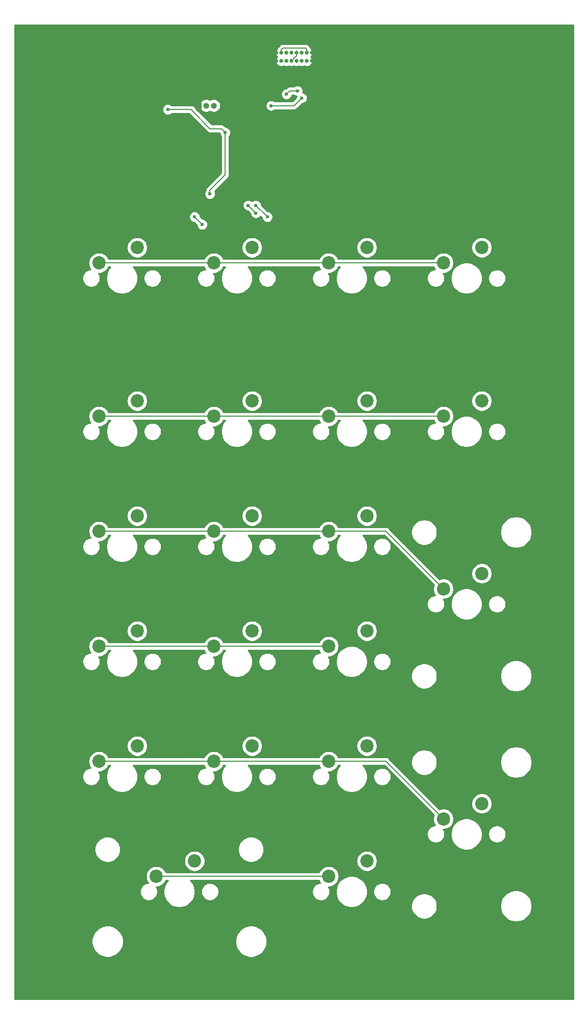
<source format=gbr>
G04 #@! TF.GenerationSoftware,KiCad,Pcbnew,(5.1.5-0-10_14)*
G04 #@! TF.CreationDate,2020-01-27T17:12:38-08:00*
G04 #@! TF.ProjectId,Numpad,4e756d70-6164-42e6-9b69-6361645f7063,rev?*
G04 #@! TF.SameCoordinates,Original*
G04 #@! TF.FileFunction,Copper,L2,Bot*
G04 #@! TF.FilePolarity,Positive*
%FSLAX46Y46*%
G04 Gerber Fmt 4.6, Leading zero omitted, Abs format (unit mm)*
G04 Created by KiCad (PCBNEW (5.1.5-0-10_14)) date 2020-01-27 17:12:38*
%MOMM*%
%LPD*%
G04 APERTURE LIST*
%ADD10C,2.200000*%
%ADD11C,6.400000*%
%ADD12R,1.000000X1.000000*%
%ADD13O,1.000000X1.000000*%
%ADD14C,0.650000*%
%ADD15O,1.108000X2.216000*%
%ADD16C,0.600000*%
%ADD17C,0.127000*%
%ADD18C,0.254000*%
G04 APERTURE END LIST*
D10*
X31115000Y-56515000D03*
X37465000Y-53975000D03*
X31115000Y-81915000D03*
X37465000Y-79375000D03*
X31115000Y-100965000D03*
X37465000Y-98425000D03*
X37465000Y-117475000D03*
X31115000Y-120015000D03*
X31115000Y-139065000D03*
X37465000Y-136525000D03*
X40640000Y-158115000D03*
X46990000Y-155575000D03*
X56515000Y-53975000D03*
X50165000Y-56515000D03*
X56515000Y-79375000D03*
X50165000Y-81915000D03*
X56515000Y-98425000D03*
X50165000Y-100965000D03*
X50165000Y-120015000D03*
X56515000Y-117475000D03*
X56515000Y-136525000D03*
X50165000Y-139065000D03*
X69215000Y-56515000D03*
X75565000Y-53975000D03*
X69215000Y-81915000D03*
X75565000Y-79375000D03*
X69215000Y-100965000D03*
X75565000Y-98425000D03*
X75565000Y-117475000D03*
X69215000Y-120015000D03*
X69215000Y-139065000D03*
X75565000Y-136525000D03*
X75565000Y-155575000D03*
X69215000Y-158115000D03*
X94615000Y-53975000D03*
X88265000Y-56515000D03*
X94615000Y-79375000D03*
X88265000Y-81915000D03*
X94615000Y-107950000D03*
X88265000Y-110490000D03*
X88265000Y-148590000D03*
X94615000Y-146050000D03*
D11*
X21590000Y-21590000D03*
X105410000Y-21590000D03*
X21590000Y-173990000D03*
X105410000Y-173990000D03*
D12*
X47625000Y-30480000D03*
D13*
X48895000Y-30480000D03*
X50165000Y-30480000D03*
D14*
X66475000Y-23075000D03*
X65625000Y-23075000D03*
X64775000Y-23075000D03*
X63925000Y-23075000D03*
X63075000Y-23075000D03*
X62225000Y-23075000D03*
X61375000Y-23075000D03*
X60525000Y-23075000D03*
X60525000Y-21725000D03*
X61375000Y-21725000D03*
X62225000Y-21725000D03*
X63075000Y-21725000D03*
X63925000Y-21725000D03*
X64775000Y-21725000D03*
X65625000Y-21725000D03*
X66475000Y-21725000D03*
D15*
X67825000Y-22095000D03*
X59175000Y-22095000D03*
X59175000Y-18715000D03*
X67825000Y-18715000D03*
D16*
X57150000Y-46990000D03*
X59055000Y-48895000D03*
X57150000Y-48260000D03*
X55880000Y-46990000D03*
X46990000Y-48895000D03*
X48260000Y-50165000D03*
X67310000Y-29210000D03*
X27305000Y-34925000D03*
X34925000Y-38735000D03*
X43180000Y-32385000D03*
X38100000Y-33655000D03*
X50800000Y-36830000D03*
X55880000Y-27940000D03*
X46917500Y-44522500D03*
X59690000Y-30480000D03*
X64770000Y-29210000D03*
X42545000Y-31115000D03*
X49530000Y-45085000D03*
X52070000Y-34925000D03*
X64049000Y-28026000D03*
X62230000Y-28575000D03*
D17*
X57150000Y-46990000D02*
X59055000Y-48895000D01*
X57150000Y-48260000D02*
X55880000Y-46990000D01*
X55880000Y-46990000D02*
X55880000Y-46990000D01*
X31115000Y-56515000D02*
X50165000Y-56515000D01*
X50165000Y-56515000D02*
X69215000Y-56515000D01*
X69215000Y-56515000D02*
X88265000Y-56515000D01*
X46990000Y-48895000D02*
X48260000Y-50165000D01*
X31115000Y-81915000D02*
X50165000Y-81915000D01*
X50165000Y-81915000D02*
X69215000Y-81915000D01*
X69215000Y-81915000D02*
X88265000Y-81915000D01*
X31115000Y-100965000D02*
X50165000Y-100965000D01*
X50165000Y-100965000D02*
X69215000Y-100965000D01*
X78740000Y-100965000D02*
X88265000Y-110490000D01*
X69215000Y-100965000D02*
X78740000Y-100965000D01*
X31115000Y-120015000D02*
X50165000Y-120015000D01*
X50165000Y-120015000D02*
X69215000Y-120015000D01*
X31115000Y-139065000D02*
X50165000Y-139065000D01*
X50165000Y-139065000D02*
X69215000Y-139065000D01*
X78740000Y-139065000D02*
X88265000Y-148590000D01*
X69215000Y-139065000D02*
X78740000Y-139065000D01*
X40640000Y-158115000D02*
X69215000Y-158115000D01*
X63500000Y-30480000D02*
X64770000Y-29210000D01*
X65405000Y-20955000D02*
X65625000Y-21175000D01*
X61595000Y-20955000D02*
X65405000Y-20955000D01*
X65625000Y-21175000D02*
X65625000Y-21725000D01*
X61375000Y-21175000D02*
X61595000Y-20955000D01*
X61375000Y-21725000D02*
X61375000Y-21175000D01*
X63500000Y-30480000D02*
X59690000Y-30480000D01*
X46520000Y-31115000D02*
X42545000Y-31115000D01*
X46520000Y-31115000D02*
X46520000Y-31280000D01*
X46520000Y-31280000D02*
X49530000Y-34290000D01*
X49530000Y-34290000D02*
X50165000Y-34290000D01*
X51435000Y-34290000D02*
X50165000Y-34290000D01*
X52070000Y-34925000D02*
X51435000Y-34290000D01*
X52070000Y-41910000D02*
X52070000Y-34925000D01*
X49530000Y-45085000D02*
X49530000Y-44450000D01*
X49530000Y-44450000D02*
X52070000Y-41910000D01*
X52070000Y-34925000D02*
X52070000Y-34925000D01*
X64049000Y-28026000D02*
X62779000Y-28026000D01*
X62779000Y-28026000D02*
X62230000Y-28575000D01*
X62230000Y-28575000D02*
X62230000Y-28575000D01*
X63925000Y-22225000D02*
X63075000Y-23075000D01*
X63925000Y-21725000D02*
X63925000Y-22225000D01*
D18*
G36*
X109830001Y-178410000D02*
G01*
X17170000Y-178410000D01*
X17170000Y-168635475D01*
X29915000Y-168635475D01*
X29915000Y-169154525D01*
X30016261Y-169663601D01*
X30214893Y-170143141D01*
X30503262Y-170574715D01*
X30870285Y-170941738D01*
X31301859Y-171230107D01*
X31781399Y-171428739D01*
X32290475Y-171530000D01*
X32809525Y-171530000D01*
X33318601Y-171428739D01*
X33798141Y-171230107D01*
X34229715Y-170941738D01*
X34596738Y-170574715D01*
X34885107Y-170143141D01*
X35083739Y-169663601D01*
X35185000Y-169154525D01*
X35185000Y-168635475D01*
X53715000Y-168635475D01*
X53715000Y-169154525D01*
X53816261Y-169663601D01*
X54014893Y-170143141D01*
X54303262Y-170574715D01*
X54670285Y-170941738D01*
X55101859Y-171230107D01*
X55581399Y-171428739D01*
X56090475Y-171530000D01*
X56609525Y-171530000D01*
X57118601Y-171428739D01*
X57598141Y-171230107D01*
X58029715Y-170941738D01*
X58396738Y-170574715D01*
X58685107Y-170143141D01*
X58883739Y-169663601D01*
X58985000Y-169154525D01*
X58985000Y-168635475D01*
X58883739Y-168126399D01*
X58685107Y-167646859D01*
X58396738Y-167215285D01*
X58029715Y-166848262D01*
X57598141Y-166559893D01*
X57118601Y-166361261D01*
X56609525Y-166260000D01*
X56090475Y-166260000D01*
X55581399Y-166361261D01*
X55101859Y-166559893D01*
X54670285Y-166848262D01*
X54303262Y-167215285D01*
X54014893Y-167646859D01*
X53816261Y-168126399D01*
X53715000Y-168635475D01*
X35185000Y-168635475D01*
X35083739Y-168126399D01*
X34885107Y-167646859D01*
X34596738Y-167215285D01*
X34229715Y-166848262D01*
X33798141Y-166559893D01*
X33318601Y-166361261D01*
X32809525Y-166260000D01*
X32290475Y-166260000D01*
X31781399Y-166361261D01*
X31301859Y-166559893D01*
X30870285Y-166848262D01*
X30503262Y-167215285D01*
X30214893Y-167646859D01*
X30016261Y-168126399D01*
X29915000Y-168635475D01*
X17170000Y-168635475D01*
X17170000Y-160508740D01*
X37885000Y-160508740D01*
X37885000Y-160801260D01*
X37942068Y-161088158D01*
X38054010Y-161358411D01*
X38216525Y-161601632D01*
X38423368Y-161808475D01*
X38666589Y-161970990D01*
X38936842Y-162082932D01*
X39223740Y-162140000D01*
X39516260Y-162140000D01*
X39803158Y-162082932D01*
X40073411Y-161970990D01*
X40316632Y-161808475D01*
X40523475Y-161601632D01*
X40685990Y-161358411D01*
X40797932Y-161088158D01*
X40855000Y-160801260D01*
X40855000Y-160508740D01*
X40797932Y-160221842D01*
X40685990Y-159951589D01*
X40618110Y-159850000D01*
X40810883Y-159850000D01*
X41146081Y-159783325D01*
X41461831Y-159652537D01*
X41745998Y-159462663D01*
X41987663Y-159220998D01*
X42177537Y-158936831D01*
X42228622Y-158813500D01*
X42565047Y-158813500D01*
X42403262Y-158975285D01*
X42114893Y-159406859D01*
X41916261Y-159886399D01*
X41815000Y-160395475D01*
X41815000Y-160914525D01*
X41916261Y-161423601D01*
X42114893Y-161903141D01*
X42403262Y-162334715D01*
X42770285Y-162701738D01*
X43201859Y-162990107D01*
X43681399Y-163188739D01*
X44190475Y-163290000D01*
X44709525Y-163290000D01*
X45218601Y-163188739D01*
X45698141Y-162990107D01*
X46129715Y-162701738D01*
X46496738Y-162334715D01*
X46785107Y-161903141D01*
X46983739Y-161423601D01*
X47085000Y-160914525D01*
X47085000Y-160508740D01*
X48045000Y-160508740D01*
X48045000Y-160801260D01*
X48102068Y-161088158D01*
X48214010Y-161358411D01*
X48376525Y-161601632D01*
X48583368Y-161808475D01*
X48826589Y-161970990D01*
X49096842Y-162082932D01*
X49383740Y-162140000D01*
X49676260Y-162140000D01*
X49963158Y-162082932D01*
X50233411Y-161970990D01*
X50476632Y-161808475D01*
X50683475Y-161601632D01*
X50845990Y-161358411D01*
X50957932Y-161088158D01*
X51015000Y-160801260D01*
X51015000Y-160508740D01*
X50957932Y-160221842D01*
X50845990Y-159951589D01*
X50683475Y-159708368D01*
X50476632Y-159501525D01*
X50233411Y-159339010D01*
X49963158Y-159227068D01*
X49676260Y-159170000D01*
X49383740Y-159170000D01*
X49096842Y-159227068D01*
X48826589Y-159339010D01*
X48583368Y-159501525D01*
X48376525Y-159708368D01*
X48214010Y-159951589D01*
X48102068Y-160221842D01*
X48045000Y-160508740D01*
X47085000Y-160508740D01*
X47085000Y-160395475D01*
X46983739Y-159886399D01*
X46785107Y-159406859D01*
X46496738Y-158975285D01*
X46334953Y-158813500D01*
X67626378Y-158813500D01*
X67677463Y-158936831D01*
X67833261Y-159170000D01*
X67798740Y-159170000D01*
X67511842Y-159227068D01*
X67241589Y-159339010D01*
X66998368Y-159501525D01*
X66791525Y-159708368D01*
X66629010Y-159951589D01*
X66517068Y-160221842D01*
X66460000Y-160508740D01*
X66460000Y-160801260D01*
X66517068Y-161088158D01*
X66629010Y-161358411D01*
X66791525Y-161601632D01*
X66998368Y-161808475D01*
X67241589Y-161970990D01*
X67511842Y-162082932D01*
X67798740Y-162140000D01*
X68091260Y-162140000D01*
X68378158Y-162082932D01*
X68648411Y-161970990D01*
X68891632Y-161808475D01*
X69098475Y-161601632D01*
X69260990Y-161358411D01*
X69372932Y-161088158D01*
X69430000Y-160801260D01*
X69430000Y-160508740D01*
X69407471Y-160395475D01*
X70390000Y-160395475D01*
X70390000Y-160914525D01*
X70491261Y-161423601D01*
X70689893Y-161903141D01*
X70978262Y-162334715D01*
X71345285Y-162701738D01*
X71776859Y-162990107D01*
X72256399Y-163188739D01*
X72765475Y-163290000D01*
X73284525Y-163290000D01*
X73793601Y-163188739D01*
X74273141Y-162990107D01*
X74531825Y-162817259D01*
X82915000Y-162817259D01*
X82915000Y-163242741D01*
X82998008Y-163660049D01*
X83160833Y-164053144D01*
X83397219Y-164406920D01*
X83698080Y-164707781D01*
X84051856Y-164944167D01*
X84444951Y-165106992D01*
X84862259Y-165190000D01*
X85287741Y-165190000D01*
X85705049Y-165106992D01*
X86098144Y-164944167D01*
X86451920Y-164707781D01*
X86752781Y-164406920D01*
X86989167Y-164053144D01*
X87151992Y-163660049D01*
X87235000Y-163242741D01*
X87235000Y-162817259D01*
X87225695Y-162770475D01*
X97680000Y-162770475D01*
X97680000Y-163289525D01*
X97781261Y-163798601D01*
X97979893Y-164278141D01*
X98268262Y-164709715D01*
X98635285Y-165076738D01*
X99066859Y-165365107D01*
X99546399Y-165563739D01*
X100055475Y-165665000D01*
X100574525Y-165665000D01*
X101083601Y-165563739D01*
X101563141Y-165365107D01*
X101994715Y-165076738D01*
X102361738Y-164709715D01*
X102650107Y-164278141D01*
X102848739Y-163798601D01*
X102950000Y-163289525D01*
X102950000Y-162770475D01*
X102848739Y-162261399D01*
X102650107Y-161781859D01*
X102361738Y-161350285D01*
X101994715Y-160983262D01*
X101563141Y-160694893D01*
X101083601Y-160496261D01*
X100574525Y-160395000D01*
X100055475Y-160395000D01*
X99546399Y-160496261D01*
X99066859Y-160694893D01*
X98635285Y-160983262D01*
X98268262Y-161350285D01*
X97979893Y-161781859D01*
X97781261Y-162261399D01*
X97680000Y-162770475D01*
X87225695Y-162770475D01*
X87151992Y-162399951D01*
X86989167Y-162006856D01*
X86752781Y-161653080D01*
X86451920Y-161352219D01*
X86098144Y-161115833D01*
X85705049Y-160953008D01*
X85287741Y-160870000D01*
X84862259Y-160870000D01*
X84444951Y-160953008D01*
X84051856Y-161115833D01*
X83698080Y-161352219D01*
X83397219Y-161653080D01*
X83160833Y-162006856D01*
X82998008Y-162399951D01*
X82915000Y-162817259D01*
X74531825Y-162817259D01*
X74704715Y-162701738D01*
X75071738Y-162334715D01*
X75360107Y-161903141D01*
X75558739Y-161423601D01*
X75660000Y-160914525D01*
X75660000Y-160508740D01*
X76620000Y-160508740D01*
X76620000Y-160801260D01*
X76677068Y-161088158D01*
X76789010Y-161358411D01*
X76951525Y-161601632D01*
X77158368Y-161808475D01*
X77401589Y-161970990D01*
X77671842Y-162082932D01*
X77958740Y-162140000D01*
X78251260Y-162140000D01*
X78538158Y-162082932D01*
X78808411Y-161970990D01*
X79051632Y-161808475D01*
X79258475Y-161601632D01*
X79420990Y-161358411D01*
X79532932Y-161088158D01*
X79590000Y-160801260D01*
X79590000Y-160508740D01*
X79532932Y-160221842D01*
X79420990Y-159951589D01*
X79258475Y-159708368D01*
X79051632Y-159501525D01*
X78808411Y-159339010D01*
X78538158Y-159227068D01*
X78251260Y-159170000D01*
X77958740Y-159170000D01*
X77671842Y-159227068D01*
X77401589Y-159339010D01*
X77158368Y-159501525D01*
X76951525Y-159708368D01*
X76789010Y-159951589D01*
X76677068Y-160221842D01*
X76620000Y-160508740D01*
X75660000Y-160508740D01*
X75660000Y-160395475D01*
X75558739Y-159886399D01*
X75360107Y-159406859D01*
X75071738Y-158975285D01*
X74704715Y-158608262D01*
X74273141Y-158319893D01*
X73793601Y-158121261D01*
X73284525Y-158020000D01*
X72765475Y-158020000D01*
X72256399Y-158121261D01*
X71776859Y-158319893D01*
X71345285Y-158608262D01*
X70978262Y-158975285D01*
X70689893Y-159406859D01*
X70491261Y-159886399D01*
X70390000Y-160395475D01*
X69407471Y-160395475D01*
X69372932Y-160221842D01*
X69260990Y-159951589D01*
X69193110Y-159850000D01*
X69385883Y-159850000D01*
X69721081Y-159783325D01*
X70036831Y-159652537D01*
X70320998Y-159462663D01*
X70562663Y-159220998D01*
X70752537Y-158936831D01*
X70883325Y-158621081D01*
X70950000Y-158285883D01*
X70950000Y-157944117D01*
X70883325Y-157608919D01*
X70752537Y-157293169D01*
X70562663Y-157009002D01*
X70320998Y-156767337D01*
X70036831Y-156577463D01*
X69721081Y-156446675D01*
X69385883Y-156380000D01*
X69044117Y-156380000D01*
X68708919Y-156446675D01*
X68393169Y-156577463D01*
X68109002Y-156767337D01*
X67867337Y-157009002D01*
X67677463Y-157293169D01*
X67626378Y-157416500D01*
X42228622Y-157416500D01*
X42177537Y-157293169D01*
X41987663Y-157009002D01*
X41745998Y-156767337D01*
X41461831Y-156577463D01*
X41146081Y-156446675D01*
X40810883Y-156380000D01*
X40469117Y-156380000D01*
X40133919Y-156446675D01*
X39818169Y-156577463D01*
X39534002Y-156767337D01*
X39292337Y-157009002D01*
X39102463Y-157293169D01*
X38971675Y-157608919D01*
X38905000Y-157944117D01*
X38905000Y-158285883D01*
X38971675Y-158621081D01*
X39102463Y-158936831D01*
X39258261Y-159170000D01*
X39223740Y-159170000D01*
X38936842Y-159227068D01*
X38666589Y-159339010D01*
X38423368Y-159501525D01*
X38216525Y-159708368D01*
X38054010Y-159951589D01*
X37942068Y-160221842D01*
X37885000Y-160508740D01*
X17170000Y-160508740D01*
X17170000Y-153442259D01*
X30390000Y-153442259D01*
X30390000Y-153867741D01*
X30473008Y-154285049D01*
X30635833Y-154678144D01*
X30872219Y-155031920D01*
X31173080Y-155332781D01*
X31526856Y-155569167D01*
X31919951Y-155731992D01*
X32337259Y-155815000D01*
X32762741Y-155815000D01*
X33180049Y-155731992D01*
X33573144Y-155569167D01*
X33820158Y-155404117D01*
X45255000Y-155404117D01*
X45255000Y-155745883D01*
X45321675Y-156081081D01*
X45452463Y-156396831D01*
X45642337Y-156680998D01*
X45884002Y-156922663D01*
X46168169Y-157112537D01*
X46483919Y-157243325D01*
X46819117Y-157310000D01*
X47160883Y-157310000D01*
X47496081Y-157243325D01*
X47811831Y-157112537D01*
X48095998Y-156922663D01*
X48337663Y-156680998D01*
X48527537Y-156396831D01*
X48658325Y-156081081D01*
X48725000Y-155745883D01*
X48725000Y-155404117D01*
X48658325Y-155068919D01*
X48527537Y-154753169D01*
X48337663Y-154469002D01*
X48095998Y-154227337D01*
X47811831Y-154037463D01*
X47496081Y-153906675D01*
X47160883Y-153840000D01*
X46819117Y-153840000D01*
X46483919Y-153906675D01*
X46168169Y-154037463D01*
X45884002Y-154227337D01*
X45642337Y-154469002D01*
X45452463Y-154753169D01*
X45321675Y-155068919D01*
X45255000Y-155404117D01*
X33820158Y-155404117D01*
X33926920Y-155332781D01*
X34227781Y-155031920D01*
X34464167Y-154678144D01*
X34626992Y-154285049D01*
X34710000Y-153867741D01*
X34710000Y-153442259D01*
X54190000Y-153442259D01*
X54190000Y-153867741D01*
X54273008Y-154285049D01*
X54435833Y-154678144D01*
X54672219Y-155031920D01*
X54973080Y-155332781D01*
X55326856Y-155569167D01*
X55719951Y-155731992D01*
X56137259Y-155815000D01*
X56562741Y-155815000D01*
X56980049Y-155731992D01*
X57373144Y-155569167D01*
X57620158Y-155404117D01*
X73830000Y-155404117D01*
X73830000Y-155745883D01*
X73896675Y-156081081D01*
X74027463Y-156396831D01*
X74217337Y-156680998D01*
X74459002Y-156922663D01*
X74743169Y-157112537D01*
X75058919Y-157243325D01*
X75394117Y-157310000D01*
X75735883Y-157310000D01*
X76071081Y-157243325D01*
X76386831Y-157112537D01*
X76670998Y-156922663D01*
X76912663Y-156680998D01*
X77102537Y-156396831D01*
X77233325Y-156081081D01*
X77300000Y-155745883D01*
X77300000Y-155404117D01*
X77233325Y-155068919D01*
X77102537Y-154753169D01*
X76912663Y-154469002D01*
X76670998Y-154227337D01*
X76386831Y-154037463D01*
X76071081Y-153906675D01*
X75735883Y-153840000D01*
X75394117Y-153840000D01*
X75058919Y-153906675D01*
X74743169Y-154037463D01*
X74459002Y-154227337D01*
X74217337Y-154469002D01*
X74027463Y-154753169D01*
X73896675Y-155068919D01*
X73830000Y-155404117D01*
X57620158Y-155404117D01*
X57726920Y-155332781D01*
X58027781Y-155031920D01*
X58264167Y-154678144D01*
X58426992Y-154285049D01*
X58510000Y-153867741D01*
X58510000Y-153442259D01*
X58426992Y-153024951D01*
X58264167Y-152631856D01*
X58027781Y-152278080D01*
X57726920Y-151977219D01*
X57373144Y-151740833D01*
X56980049Y-151578008D01*
X56562741Y-151495000D01*
X56137259Y-151495000D01*
X55719951Y-151578008D01*
X55326856Y-151740833D01*
X54973080Y-151977219D01*
X54672219Y-152278080D01*
X54435833Y-152631856D01*
X54273008Y-153024951D01*
X54190000Y-153442259D01*
X34710000Y-153442259D01*
X34626992Y-153024951D01*
X34464167Y-152631856D01*
X34227781Y-152278080D01*
X33926920Y-151977219D01*
X33573144Y-151740833D01*
X33180049Y-151578008D01*
X32762741Y-151495000D01*
X32337259Y-151495000D01*
X31919951Y-151578008D01*
X31526856Y-151740833D01*
X31173080Y-151977219D01*
X30872219Y-152278080D01*
X30635833Y-152631856D01*
X30473008Y-153024951D01*
X30390000Y-153442259D01*
X17170000Y-153442259D01*
X17170000Y-141458740D01*
X28360000Y-141458740D01*
X28360000Y-141751260D01*
X28417068Y-142038158D01*
X28529010Y-142308411D01*
X28691525Y-142551632D01*
X28898368Y-142758475D01*
X29141589Y-142920990D01*
X29411842Y-143032932D01*
X29698740Y-143090000D01*
X29991260Y-143090000D01*
X30278158Y-143032932D01*
X30548411Y-142920990D01*
X30791632Y-142758475D01*
X30998475Y-142551632D01*
X31160990Y-142308411D01*
X31272932Y-142038158D01*
X31330000Y-141751260D01*
X31330000Y-141458740D01*
X31272932Y-141171842D01*
X31160990Y-140901589D01*
X31093110Y-140800000D01*
X31285883Y-140800000D01*
X31621081Y-140733325D01*
X31936831Y-140602537D01*
X32220998Y-140412663D01*
X32462663Y-140170998D01*
X32652537Y-139886831D01*
X32703622Y-139763500D01*
X33040047Y-139763500D01*
X32878262Y-139925285D01*
X32589893Y-140356859D01*
X32391261Y-140836399D01*
X32290000Y-141345475D01*
X32290000Y-141864525D01*
X32391261Y-142373601D01*
X32589893Y-142853141D01*
X32878262Y-143284715D01*
X33245285Y-143651738D01*
X33676859Y-143940107D01*
X34156399Y-144138739D01*
X34665475Y-144240000D01*
X35184525Y-144240000D01*
X35693601Y-144138739D01*
X36173141Y-143940107D01*
X36604715Y-143651738D01*
X36971738Y-143284715D01*
X37260107Y-142853141D01*
X37458739Y-142373601D01*
X37560000Y-141864525D01*
X37560000Y-141458740D01*
X38520000Y-141458740D01*
X38520000Y-141751260D01*
X38577068Y-142038158D01*
X38689010Y-142308411D01*
X38851525Y-142551632D01*
X39058368Y-142758475D01*
X39301589Y-142920990D01*
X39571842Y-143032932D01*
X39858740Y-143090000D01*
X40151260Y-143090000D01*
X40438158Y-143032932D01*
X40708411Y-142920990D01*
X40951632Y-142758475D01*
X41158475Y-142551632D01*
X41320990Y-142308411D01*
X41432932Y-142038158D01*
X41490000Y-141751260D01*
X41490000Y-141458740D01*
X41432932Y-141171842D01*
X41320990Y-140901589D01*
X41158475Y-140658368D01*
X40951632Y-140451525D01*
X40708411Y-140289010D01*
X40438158Y-140177068D01*
X40151260Y-140120000D01*
X39858740Y-140120000D01*
X39571842Y-140177068D01*
X39301589Y-140289010D01*
X39058368Y-140451525D01*
X38851525Y-140658368D01*
X38689010Y-140901589D01*
X38577068Y-141171842D01*
X38520000Y-141458740D01*
X37560000Y-141458740D01*
X37560000Y-141345475D01*
X37458739Y-140836399D01*
X37260107Y-140356859D01*
X36971738Y-139925285D01*
X36809953Y-139763500D01*
X48576378Y-139763500D01*
X48627463Y-139886831D01*
X48783261Y-140120000D01*
X48748740Y-140120000D01*
X48461842Y-140177068D01*
X48191589Y-140289010D01*
X47948368Y-140451525D01*
X47741525Y-140658368D01*
X47579010Y-140901589D01*
X47467068Y-141171842D01*
X47410000Y-141458740D01*
X47410000Y-141751260D01*
X47467068Y-142038158D01*
X47579010Y-142308411D01*
X47741525Y-142551632D01*
X47948368Y-142758475D01*
X48191589Y-142920990D01*
X48461842Y-143032932D01*
X48748740Y-143090000D01*
X49041260Y-143090000D01*
X49328158Y-143032932D01*
X49598411Y-142920990D01*
X49841632Y-142758475D01*
X50048475Y-142551632D01*
X50210990Y-142308411D01*
X50322932Y-142038158D01*
X50380000Y-141751260D01*
X50380000Y-141458740D01*
X50322932Y-141171842D01*
X50210990Y-140901589D01*
X50143110Y-140800000D01*
X50335883Y-140800000D01*
X50671081Y-140733325D01*
X50986831Y-140602537D01*
X51270998Y-140412663D01*
X51512663Y-140170998D01*
X51702537Y-139886831D01*
X51753622Y-139763500D01*
X52090047Y-139763500D01*
X51928262Y-139925285D01*
X51639893Y-140356859D01*
X51441261Y-140836399D01*
X51340000Y-141345475D01*
X51340000Y-141864525D01*
X51441261Y-142373601D01*
X51639893Y-142853141D01*
X51928262Y-143284715D01*
X52295285Y-143651738D01*
X52726859Y-143940107D01*
X53206399Y-144138739D01*
X53715475Y-144240000D01*
X54234525Y-144240000D01*
X54743601Y-144138739D01*
X55223141Y-143940107D01*
X55654715Y-143651738D01*
X56021738Y-143284715D01*
X56310107Y-142853141D01*
X56508739Y-142373601D01*
X56610000Y-141864525D01*
X56610000Y-141458740D01*
X57570000Y-141458740D01*
X57570000Y-141751260D01*
X57627068Y-142038158D01*
X57739010Y-142308411D01*
X57901525Y-142551632D01*
X58108368Y-142758475D01*
X58351589Y-142920990D01*
X58621842Y-143032932D01*
X58908740Y-143090000D01*
X59201260Y-143090000D01*
X59488158Y-143032932D01*
X59758411Y-142920990D01*
X60001632Y-142758475D01*
X60208475Y-142551632D01*
X60370990Y-142308411D01*
X60482932Y-142038158D01*
X60540000Y-141751260D01*
X60540000Y-141458740D01*
X60482932Y-141171842D01*
X60370990Y-140901589D01*
X60208475Y-140658368D01*
X60001632Y-140451525D01*
X59758411Y-140289010D01*
X59488158Y-140177068D01*
X59201260Y-140120000D01*
X58908740Y-140120000D01*
X58621842Y-140177068D01*
X58351589Y-140289010D01*
X58108368Y-140451525D01*
X57901525Y-140658368D01*
X57739010Y-140901589D01*
X57627068Y-141171842D01*
X57570000Y-141458740D01*
X56610000Y-141458740D01*
X56610000Y-141345475D01*
X56508739Y-140836399D01*
X56310107Y-140356859D01*
X56021738Y-139925285D01*
X55859953Y-139763500D01*
X67626378Y-139763500D01*
X67677463Y-139886831D01*
X67833261Y-140120000D01*
X67798740Y-140120000D01*
X67511842Y-140177068D01*
X67241589Y-140289010D01*
X66998368Y-140451525D01*
X66791525Y-140658368D01*
X66629010Y-140901589D01*
X66517068Y-141171842D01*
X66460000Y-141458740D01*
X66460000Y-141751260D01*
X66517068Y-142038158D01*
X66629010Y-142308411D01*
X66791525Y-142551632D01*
X66998368Y-142758475D01*
X67241589Y-142920990D01*
X67511842Y-143032932D01*
X67798740Y-143090000D01*
X68091260Y-143090000D01*
X68378158Y-143032932D01*
X68648411Y-142920990D01*
X68891632Y-142758475D01*
X69098475Y-142551632D01*
X69260990Y-142308411D01*
X69372932Y-142038158D01*
X69430000Y-141751260D01*
X69430000Y-141458740D01*
X69372932Y-141171842D01*
X69260990Y-140901589D01*
X69193110Y-140800000D01*
X69385883Y-140800000D01*
X69721081Y-140733325D01*
X70036831Y-140602537D01*
X70320998Y-140412663D01*
X70562663Y-140170998D01*
X70752537Y-139886831D01*
X70803622Y-139763500D01*
X71140047Y-139763500D01*
X70978262Y-139925285D01*
X70689893Y-140356859D01*
X70491261Y-140836399D01*
X70390000Y-141345475D01*
X70390000Y-141864525D01*
X70491261Y-142373601D01*
X70689893Y-142853141D01*
X70978262Y-143284715D01*
X71345285Y-143651738D01*
X71776859Y-143940107D01*
X72256399Y-144138739D01*
X72765475Y-144240000D01*
X73284525Y-144240000D01*
X73793601Y-144138739D01*
X74273141Y-143940107D01*
X74704715Y-143651738D01*
X75071738Y-143284715D01*
X75360107Y-142853141D01*
X75558739Y-142373601D01*
X75660000Y-141864525D01*
X75660000Y-141458740D01*
X76620000Y-141458740D01*
X76620000Y-141751260D01*
X76677068Y-142038158D01*
X76789010Y-142308411D01*
X76951525Y-142551632D01*
X77158368Y-142758475D01*
X77401589Y-142920990D01*
X77671842Y-143032932D01*
X77958740Y-143090000D01*
X78251260Y-143090000D01*
X78538158Y-143032932D01*
X78808411Y-142920990D01*
X79051632Y-142758475D01*
X79258475Y-142551632D01*
X79420990Y-142308411D01*
X79532932Y-142038158D01*
X79590000Y-141751260D01*
X79590000Y-141458740D01*
X79532932Y-141171842D01*
X79420990Y-140901589D01*
X79258475Y-140658368D01*
X79051632Y-140451525D01*
X78808411Y-140289010D01*
X78538158Y-140177068D01*
X78251260Y-140120000D01*
X77958740Y-140120000D01*
X77671842Y-140177068D01*
X77401589Y-140289010D01*
X77158368Y-140451525D01*
X76951525Y-140658368D01*
X76789010Y-140901589D01*
X76677068Y-141171842D01*
X76620000Y-141458740D01*
X75660000Y-141458740D01*
X75660000Y-141345475D01*
X75558739Y-140836399D01*
X75360107Y-140356859D01*
X75071738Y-139925285D01*
X74909953Y-139763500D01*
X78450673Y-139763500D01*
X86647760Y-147960589D01*
X86596675Y-148083919D01*
X86530000Y-148419117D01*
X86530000Y-148760883D01*
X86596675Y-149096081D01*
X86727463Y-149411831D01*
X86883261Y-149645000D01*
X86848740Y-149645000D01*
X86561842Y-149702068D01*
X86291589Y-149814010D01*
X86048368Y-149976525D01*
X85841525Y-150183368D01*
X85679010Y-150426589D01*
X85567068Y-150696842D01*
X85510000Y-150983740D01*
X85510000Y-151276260D01*
X85567068Y-151563158D01*
X85679010Y-151833411D01*
X85841525Y-152076632D01*
X86048368Y-152283475D01*
X86291589Y-152445990D01*
X86561842Y-152557932D01*
X86848740Y-152615000D01*
X87141260Y-152615000D01*
X87428158Y-152557932D01*
X87698411Y-152445990D01*
X87941632Y-152283475D01*
X88148475Y-152076632D01*
X88310990Y-151833411D01*
X88422932Y-151563158D01*
X88480000Y-151276260D01*
X88480000Y-150983740D01*
X88457471Y-150870475D01*
X89440000Y-150870475D01*
X89440000Y-151389525D01*
X89541261Y-151898601D01*
X89739893Y-152378141D01*
X90028262Y-152809715D01*
X90395285Y-153176738D01*
X90826859Y-153465107D01*
X91306399Y-153663739D01*
X91815475Y-153765000D01*
X92334525Y-153765000D01*
X92843601Y-153663739D01*
X93323141Y-153465107D01*
X93754715Y-153176738D01*
X94121738Y-152809715D01*
X94410107Y-152378141D01*
X94608739Y-151898601D01*
X94710000Y-151389525D01*
X94710000Y-150983740D01*
X95670000Y-150983740D01*
X95670000Y-151276260D01*
X95727068Y-151563158D01*
X95839010Y-151833411D01*
X96001525Y-152076632D01*
X96208368Y-152283475D01*
X96451589Y-152445990D01*
X96721842Y-152557932D01*
X97008740Y-152615000D01*
X97301260Y-152615000D01*
X97588158Y-152557932D01*
X97858411Y-152445990D01*
X98101632Y-152283475D01*
X98308475Y-152076632D01*
X98470990Y-151833411D01*
X98582932Y-151563158D01*
X98640000Y-151276260D01*
X98640000Y-150983740D01*
X98582932Y-150696842D01*
X98470990Y-150426589D01*
X98308475Y-150183368D01*
X98101632Y-149976525D01*
X97858411Y-149814010D01*
X97588158Y-149702068D01*
X97301260Y-149645000D01*
X97008740Y-149645000D01*
X96721842Y-149702068D01*
X96451589Y-149814010D01*
X96208368Y-149976525D01*
X96001525Y-150183368D01*
X95839010Y-150426589D01*
X95727068Y-150696842D01*
X95670000Y-150983740D01*
X94710000Y-150983740D01*
X94710000Y-150870475D01*
X94608739Y-150361399D01*
X94410107Y-149881859D01*
X94121738Y-149450285D01*
X93754715Y-149083262D01*
X93323141Y-148794893D01*
X92843601Y-148596261D01*
X92334525Y-148495000D01*
X91815475Y-148495000D01*
X91306399Y-148596261D01*
X90826859Y-148794893D01*
X90395285Y-149083262D01*
X90028262Y-149450285D01*
X89739893Y-149881859D01*
X89541261Y-150361399D01*
X89440000Y-150870475D01*
X88457471Y-150870475D01*
X88422932Y-150696842D01*
X88310990Y-150426589D01*
X88243110Y-150325000D01*
X88435883Y-150325000D01*
X88771081Y-150258325D01*
X89086831Y-150127537D01*
X89370998Y-149937663D01*
X89612663Y-149695998D01*
X89802537Y-149411831D01*
X89933325Y-149096081D01*
X90000000Y-148760883D01*
X90000000Y-148419117D01*
X89933325Y-148083919D01*
X89802537Y-147768169D01*
X89612663Y-147484002D01*
X89370998Y-147242337D01*
X89086831Y-147052463D01*
X88771081Y-146921675D01*
X88435883Y-146855000D01*
X88094117Y-146855000D01*
X87758919Y-146921675D01*
X87635589Y-146972760D01*
X86541946Y-145879117D01*
X92880000Y-145879117D01*
X92880000Y-146220883D01*
X92946675Y-146556081D01*
X93077463Y-146871831D01*
X93267337Y-147155998D01*
X93509002Y-147397663D01*
X93793169Y-147587537D01*
X94108919Y-147718325D01*
X94444117Y-147785000D01*
X94785883Y-147785000D01*
X95121081Y-147718325D01*
X95436831Y-147587537D01*
X95720998Y-147397663D01*
X95962663Y-147155998D01*
X96152537Y-146871831D01*
X96283325Y-146556081D01*
X96350000Y-146220883D01*
X96350000Y-145879117D01*
X96283325Y-145543919D01*
X96152537Y-145228169D01*
X95962663Y-144944002D01*
X95720998Y-144702337D01*
X95436831Y-144512463D01*
X95121081Y-144381675D01*
X94785883Y-144315000D01*
X94444117Y-144315000D01*
X94108919Y-144381675D01*
X93793169Y-144512463D01*
X93509002Y-144702337D01*
X93267337Y-144944002D01*
X93077463Y-145228169D01*
X92946675Y-145543919D01*
X92880000Y-145879117D01*
X86541946Y-145879117D01*
X79680087Y-139017259D01*
X82915000Y-139017259D01*
X82915000Y-139442741D01*
X82998008Y-139860049D01*
X83160833Y-140253144D01*
X83397219Y-140606920D01*
X83698080Y-140907781D01*
X84051856Y-141144167D01*
X84444951Y-141306992D01*
X84862259Y-141390000D01*
X85287741Y-141390000D01*
X85705049Y-141306992D01*
X86098144Y-141144167D01*
X86451920Y-140907781D01*
X86752781Y-140606920D01*
X86989167Y-140253144D01*
X87151992Y-139860049D01*
X87235000Y-139442741D01*
X87235000Y-139017259D01*
X87225695Y-138970475D01*
X97680000Y-138970475D01*
X97680000Y-139489525D01*
X97781261Y-139998601D01*
X97979893Y-140478141D01*
X98268262Y-140909715D01*
X98635285Y-141276738D01*
X99066859Y-141565107D01*
X99546399Y-141763739D01*
X100055475Y-141865000D01*
X100574525Y-141865000D01*
X101083601Y-141763739D01*
X101563141Y-141565107D01*
X101994715Y-141276738D01*
X102361738Y-140909715D01*
X102650107Y-140478141D01*
X102848739Y-139998601D01*
X102950000Y-139489525D01*
X102950000Y-138970475D01*
X102848739Y-138461399D01*
X102650107Y-137981859D01*
X102361738Y-137550285D01*
X101994715Y-137183262D01*
X101563141Y-136894893D01*
X101083601Y-136696261D01*
X100574525Y-136595000D01*
X100055475Y-136595000D01*
X99546399Y-136696261D01*
X99066859Y-136894893D01*
X98635285Y-137183262D01*
X98268262Y-137550285D01*
X97979893Y-137981859D01*
X97781261Y-138461399D01*
X97680000Y-138970475D01*
X87225695Y-138970475D01*
X87151992Y-138599951D01*
X86989167Y-138206856D01*
X86752781Y-137853080D01*
X86451920Y-137552219D01*
X86098144Y-137315833D01*
X85705049Y-137153008D01*
X85287741Y-137070000D01*
X84862259Y-137070000D01*
X84444951Y-137153008D01*
X84051856Y-137315833D01*
X83698080Y-137552219D01*
X83397219Y-137853080D01*
X83160833Y-138206856D01*
X82998008Y-138599951D01*
X82915000Y-139017259D01*
X79680087Y-139017259D01*
X79258175Y-138595348D01*
X79236303Y-138568697D01*
X79129943Y-138481409D01*
X79008597Y-138416548D01*
X78876930Y-138376607D01*
X78774309Y-138366500D01*
X78774298Y-138366500D01*
X78740000Y-138363122D01*
X78705702Y-138366500D01*
X70803622Y-138366500D01*
X70752537Y-138243169D01*
X70562663Y-137959002D01*
X70320998Y-137717337D01*
X70036831Y-137527463D01*
X69721081Y-137396675D01*
X69385883Y-137330000D01*
X69044117Y-137330000D01*
X68708919Y-137396675D01*
X68393169Y-137527463D01*
X68109002Y-137717337D01*
X67867337Y-137959002D01*
X67677463Y-138243169D01*
X67626378Y-138366500D01*
X51753622Y-138366500D01*
X51702537Y-138243169D01*
X51512663Y-137959002D01*
X51270998Y-137717337D01*
X50986831Y-137527463D01*
X50671081Y-137396675D01*
X50335883Y-137330000D01*
X49994117Y-137330000D01*
X49658919Y-137396675D01*
X49343169Y-137527463D01*
X49059002Y-137717337D01*
X48817337Y-137959002D01*
X48627463Y-138243169D01*
X48576378Y-138366500D01*
X32703622Y-138366500D01*
X32652537Y-138243169D01*
X32462663Y-137959002D01*
X32220998Y-137717337D01*
X31936831Y-137527463D01*
X31621081Y-137396675D01*
X31285883Y-137330000D01*
X30944117Y-137330000D01*
X30608919Y-137396675D01*
X30293169Y-137527463D01*
X30009002Y-137717337D01*
X29767337Y-137959002D01*
X29577463Y-138243169D01*
X29446675Y-138558919D01*
X29380000Y-138894117D01*
X29380000Y-139235883D01*
X29446675Y-139571081D01*
X29577463Y-139886831D01*
X29733261Y-140120000D01*
X29698740Y-140120000D01*
X29411842Y-140177068D01*
X29141589Y-140289010D01*
X28898368Y-140451525D01*
X28691525Y-140658368D01*
X28529010Y-140901589D01*
X28417068Y-141171842D01*
X28360000Y-141458740D01*
X17170000Y-141458740D01*
X17170000Y-136354117D01*
X35730000Y-136354117D01*
X35730000Y-136695883D01*
X35796675Y-137031081D01*
X35927463Y-137346831D01*
X36117337Y-137630998D01*
X36359002Y-137872663D01*
X36643169Y-138062537D01*
X36958919Y-138193325D01*
X37294117Y-138260000D01*
X37635883Y-138260000D01*
X37971081Y-138193325D01*
X38286831Y-138062537D01*
X38570998Y-137872663D01*
X38812663Y-137630998D01*
X39002537Y-137346831D01*
X39133325Y-137031081D01*
X39200000Y-136695883D01*
X39200000Y-136354117D01*
X54780000Y-136354117D01*
X54780000Y-136695883D01*
X54846675Y-137031081D01*
X54977463Y-137346831D01*
X55167337Y-137630998D01*
X55409002Y-137872663D01*
X55693169Y-138062537D01*
X56008919Y-138193325D01*
X56344117Y-138260000D01*
X56685883Y-138260000D01*
X57021081Y-138193325D01*
X57336831Y-138062537D01*
X57620998Y-137872663D01*
X57862663Y-137630998D01*
X58052537Y-137346831D01*
X58183325Y-137031081D01*
X58250000Y-136695883D01*
X58250000Y-136354117D01*
X73830000Y-136354117D01*
X73830000Y-136695883D01*
X73896675Y-137031081D01*
X74027463Y-137346831D01*
X74217337Y-137630998D01*
X74459002Y-137872663D01*
X74743169Y-138062537D01*
X75058919Y-138193325D01*
X75394117Y-138260000D01*
X75735883Y-138260000D01*
X76071081Y-138193325D01*
X76386831Y-138062537D01*
X76670998Y-137872663D01*
X76912663Y-137630998D01*
X77102537Y-137346831D01*
X77233325Y-137031081D01*
X77300000Y-136695883D01*
X77300000Y-136354117D01*
X77233325Y-136018919D01*
X77102537Y-135703169D01*
X76912663Y-135419002D01*
X76670998Y-135177337D01*
X76386831Y-134987463D01*
X76071081Y-134856675D01*
X75735883Y-134790000D01*
X75394117Y-134790000D01*
X75058919Y-134856675D01*
X74743169Y-134987463D01*
X74459002Y-135177337D01*
X74217337Y-135419002D01*
X74027463Y-135703169D01*
X73896675Y-136018919D01*
X73830000Y-136354117D01*
X58250000Y-136354117D01*
X58183325Y-136018919D01*
X58052537Y-135703169D01*
X57862663Y-135419002D01*
X57620998Y-135177337D01*
X57336831Y-134987463D01*
X57021081Y-134856675D01*
X56685883Y-134790000D01*
X56344117Y-134790000D01*
X56008919Y-134856675D01*
X55693169Y-134987463D01*
X55409002Y-135177337D01*
X55167337Y-135419002D01*
X54977463Y-135703169D01*
X54846675Y-136018919D01*
X54780000Y-136354117D01*
X39200000Y-136354117D01*
X39133325Y-136018919D01*
X39002537Y-135703169D01*
X38812663Y-135419002D01*
X38570998Y-135177337D01*
X38286831Y-134987463D01*
X37971081Y-134856675D01*
X37635883Y-134790000D01*
X37294117Y-134790000D01*
X36958919Y-134856675D01*
X36643169Y-134987463D01*
X36359002Y-135177337D01*
X36117337Y-135419002D01*
X35927463Y-135703169D01*
X35796675Y-136018919D01*
X35730000Y-136354117D01*
X17170000Y-136354117D01*
X17170000Y-122408740D01*
X28360000Y-122408740D01*
X28360000Y-122701260D01*
X28417068Y-122988158D01*
X28529010Y-123258411D01*
X28691525Y-123501632D01*
X28898368Y-123708475D01*
X29141589Y-123870990D01*
X29411842Y-123982932D01*
X29698740Y-124040000D01*
X29991260Y-124040000D01*
X30278158Y-123982932D01*
X30548411Y-123870990D01*
X30791632Y-123708475D01*
X30998475Y-123501632D01*
X31160990Y-123258411D01*
X31272932Y-122988158D01*
X31330000Y-122701260D01*
X31330000Y-122408740D01*
X31272932Y-122121842D01*
X31160990Y-121851589D01*
X31093110Y-121750000D01*
X31285883Y-121750000D01*
X31621081Y-121683325D01*
X31936831Y-121552537D01*
X32220998Y-121362663D01*
X32462663Y-121120998D01*
X32652537Y-120836831D01*
X32703622Y-120713500D01*
X33040047Y-120713500D01*
X32878262Y-120875285D01*
X32589893Y-121306859D01*
X32391261Y-121786399D01*
X32290000Y-122295475D01*
X32290000Y-122814525D01*
X32391261Y-123323601D01*
X32589893Y-123803141D01*
X32878262Y-124234715D01*
X33245285Y-124601738D01*
X33676859Y-124890107D01*
X34156399Y-125088739D01*
X34665475Y-125190000D01*
X35184525Y-125190000D01*
X35693601Y-125088739D01*
X36173141Y-124890107D01*
X36604715Y-124601738D01*
X36971738Y-124234715D01*
X37260107Y-123803141D01*
X37458739Y-123323601D01*
X37560000Y-122814525D01*
X37560000Y-122408740D01*
X38520000Y-122408740D01*
X38520000Y-122701260D01*
X38577068Y-122988158D01*
X38689010Y-123258411D01*
X38851525Y-123501632D01*
X39058368Y-123708475D01*
X39301589Y-123870990D01*
X39571842Y-123982932D01*
X39858740Y-124040000D01*
X40151260Y-124040000D01*
X40438158Y-123982932D01*
X40708411Y-123870990D01*
X40951632Y-123708475D01*
X41158475Y-123501632D01*
X41320990Y-123258411D01*
X41432932Y-122988158D01*
X41490000Y-122701260D01*
X41490000Y-122408740D01*
X41432932Y-122121842D01*
X41320990Y-121851589D01*
X41158475Y-121608368D01*
X40951632Y-121401525D01*
X40708411Y-121239010D01*
X40438158Y-121127068D01*
X40151260Y-121070000D01*
X39858740Y-121070000D01*
X39571842Y-121127068D01*
X39301589Y-121239010D01*
X39058368Y-121401525D01*
X38851525Y-121608368D01*
X38689010Y-121851589D01*
X38577068Y-122121842D01*
X38520000Y-122408740D01*
X37560000Y-122408740D01*
X37560000Y-122295475D01*
X37458739Y-121786399D01*
X37260107Y-121306859D01*
X36971738Y-120875285D01*
X36809953Y-120713500D01*
X48576378Y-120713500D01*
X48627463Y-120836831D01*
X48783261Y-121070000D01*
X48748740Y-121070000D01*
X48461842Y-121127068D01*
X48191589Y-121239010D01*
X47948368Y-121401525D01*
X47741525Y-121608368D01*
X47579010Y-121851589D01*
X47467068Y-122121842D01*
X47410000Y-122408740D01*
X47410000Y-122701260D01*
X47467068Y-122988158D01*
X47579010Y-123258411D01*
X47741525Y-123501632D01*
X47948368Y-123708475D01*
X48191589Y-123870990D01*
X48461842Y-123982932D01*
X48748740Y-124040000D01*
X49041260Y-124040000D01*
X49328158Y-123982932D01*
X49598411Y-123870990D01*
X49841632Y-123708475D01*
X50048475Y-123501632D01*
X50210990Y-123258411D01*
X50322932Y-122988158D01*
X50380000Y-122701260D01*
X50380000Y-122408740D01*
X50322932Y-122121842D01*
X50210990Y-121851589D01*
X50143110Y-121750000D01*
X50335883Y-121750000D01*
X50671081Y-121683325D01*
X50986831Y-121552537D01*
X51270998Y-121362663D01*
X51512663Y-121120998D01*
X51702537Y-120836831D01*
X51753622Y-120713500D01*
X52090047Y-120713500D01*
X51928262Y-120875285D01*
X51639893Y-121306859D01*
X51441261Y-121786399D01*
X51340000Y-122295475D01*
X51340000Y-122814525D01*
X51441261Y-123323601D01*
X51639893Y-123803141D01*
X51928262Y-124234715D01*
X52295285Y-124601738D01*
X52726859Y-124890107D01*
X53206399Y-125088739D01*
X53715475Y-125190000D01*
X54234525Y-125190000D01*
X54743601Y-125088739D01*
X55223141Y-124890107D01*
X55654715Y-124601738D01*
X56021738Y-124234715D01*
X56310107Y-123803141D01*
X56508739Y-123323601D01*
X56610000Y-122814525D01*
X56610000Y-122408740D01*
X57570000Y-122408740D01*
X57570000Y-122701260D01*
X57627068Y-122988158D01*
X57739010Y-123258411D01*
X57901525Y-123501632D01*
X58108368Y-123708475D01*
X58351589Y-123870990D01*
X58621842Y-123982932D01*
X58908740Y-124040000D01*
X59201260Y-124040000D01*
X59488158Y-123982932D01*
X59758411Y-123870990D01*
X60001632Y-123708475D01*
X60208475Y-123501632D01*
X60370990Y-123258411D01*
X60482932Y-122988158D01*
X60540000Y-122701260D01*
X60540000Y-122408740D01*
X60482932Y-122121842D01*
X60370990Y-121851589D01*
X60208475Y-121608368D01*
X60001632Y-121401525D01*
X59758411Y-121239010D01*
X59488158Y-121127068D01*
X59201260Y-121070000D01*
X58908740Y-121070000D01*
X58621842Y-121127068D01*
X58351589Y-121239010D01*
X58108368Y-121401525D01*
X57901525Y-121608368D01*
X57739010Y-121851589D01*
X57627068Y-122121842D01*
X57570000Y-122408740D01*
X56610000Y-122408740D01*
X56610000Y-122295475D01*
X56508739Y-121786399D01*
X56310107Y-121306859D01*
X56021738Y-120875285D01*
X55859953Y-120713500D01*
X67626378Y-120713500D01*
X67677463Y-120836831D01*
X67833261Y-121070000D01*
X67798740Y-121070000D01*
X67511842Y-121127068D01*
X67241589Y-121239010D01*
X66998368Y-121401525D01*
X66791525Y-121608368D01*
X66629010Y-121851589D01*
X66517068Y-122121842D01*
X66460000Y-122408740D01*
X66460000Y-122701260D01*
X66517068Y-122988158D01*
X66629010Y-123258411D01*
X66791525Y-123501632D01*
X66998368Y-123708475D01*
X67241589Y-123870990D01*
X67511842Y-123982932D01*
X67798740Y-124040000D01*
X68091260Y-124040000D01*
X68378158Y-123982932D01*
X68648411Y-123870990D01*
X68891632Y-123708475D01*
X69098475Y-123501632D01*
X69260990Y-123258411D01*
X69372932Y-122988158D01*
X69430000Y-122701260D01*
X69430000Y-122408740D01*
X69407471Y-122295475D01*
X70390000Y-122295475D01*
X70390000Y-122814525D01*
X70491261Y-123323601D01*
X70689893Y-123803141D01*
X70978262Y-124234715D01*
X71345285Y-124601738D01*
X71776859Y-124890107D01*
X72256399Y-125088739D01*
X72765475Y-125190000D01*
X73284525Y-125190000D01*
X73793601Y-125088739D01*
X74273141Y-124890107D01*
X74531825Y-124717259D01*
X82915000Y-124717259D01*
X82915000Y-125142741D01*
X82998008Y-125560049D01*
X83160833Y-125953144D01*
X83397219Y-126306920D01*
X83698080Y-126607781D01*
X84051856Y-126844167D01*
X84444951Y-127006992D01*
X84862259Y-127090000D01*
X85287741Y-127090000D01*
X85705049Y-127006992D01*
X86098144Y-126844167D01*
X86451920Y-126607781D01*
X86752781Y-126306920D01*
X86989167Y-125953144D01*
X87151992Y-125560049D01*
X87235000Y-125142741D01*
X87235000Y-124717259D01*
X87225695Y-124670475D01*
X97680000Y-124670475D01*
X97680000Y-125189525D01*
X97781261Y-125698601D01*
X97979893Y-126178141D01*
X98268262Y-126609715D01*
X98635285Y-126976738D01*
X99066859Y-127265107D01*
X99546399Y-127463739D01*
X100055475Y-127565000D01*
X100574525Y-127565000D01*
X101083601Y-127463739D01*
X101563141Y-127265107D01*
X101994715Y-126976738D01*
X102361738Y-126609715D01*
X102650107Y-126178141D01*
X102848739Y-125698601D01*
X102950000Y-125189525D01*
X102950000Y-124670475D01*
X102848739Y-124161399D01*
X102650107Y-123681859D01*
X102361738Y-123250285D01*
X101994715Y-122883262D01*
X101563141Y-122594893D01*
X101083601Y-122396261D01*
X100574525Y-122295000D01*
X100055475Y-122295000D01*
X99546399Y-122396261D01*
X99066859Y-122594893D01*
X98635285Y-122883262D01*
X98268262Y-123250285D01*
X97979893Y-123681859D01*
X97781261Y-124161399D01*
X97680000Y-124670475D01*
X87225695Y-124670475D01*
X87151992Y-124299951D01*
X86989167Y-123906856D01*
X86752781Y-123553080D01*
X86451920Y-123252219D01*
X86098144Y-123015833D01*
X85705049Y-122853008D01*
X85287741Y-122770000D01*
X84862259Y-122770000D01*
X84444951Y-122853008D01*
X84051856Y-123015833D01*
X83698080Y-123252219D01*
X83397219Y-123553080D01*
X83160833Y-123906856D01*
X82998008Y-124299951D01*
X82915000Y-124717259D01*
X74531825Y-124717259D01*
X74704715Y-124601738D01*
X75071738Y-124234715D01*
X75360107Y-123803141D01*
X75558739Y-123323601D01*
X75660000Y-122814525D01*
X75660000Y-122408740D01*
X76620000Y-122408740D01*
X76620000Y-122701260D01*
X76677068Y-122988158D01*
X76789010Y-123258411D01*
X76951525Y-123501632D01*
X77158368Y-123708475D01*
X77401589Y-123870990D01*
X77671842Y-123982932D01*
X77958740Y-124040000D01*
X78251260Y-124040000D01*
X78538158Y-123982932D01*
X78808411Y-123870990D01*
X79051632Y-123708475D01*
X79258475Y-123501632D01*
X79420990Y-123258411D01*
X79532932Y-122988158D01*
X79590000Y-122701260D01*
X79590000Y-122408740D01*
X79532932Y-122121842D01*
X79420990Y-121851589D01*
X79258475Y-121608368D01*
X79051632Y-121401525D01*
X78808411Y-121239010D01*
X78538158Y-121127068D01*
X78251260Y-121070000D01*
X77958740Y-121070000D01*
X77671842Y-121127068D01*
X77401589Y-121239010D01*
X77158368Y-121401525D01*
X76951525Y-121608368D01*
X76789010Y-121851589D01*
X76677068Y-122121842D01*
X76620000Y-122408740D01*
X75660000Y-122408740D01*
X75660000Y-122295475D01*
X75558739Y-121786399D01*
X75360107Y-121306859D01*
X75071738Y-120875285D01*
X74704715Y-120508262D01*
X74273141Y-120219893D01*
X73793601Y-120021261D01*
X73284525Y-119920000D01*
X72765475Y-119920000D01*
X72256399Y-120021261D01*
X71776859Y-120219893D01*
X71345285Y-120508262D01*
X70978262Y-120875285D01*
X70689893Y-121306859D01*
X70491261Y-121786399D01*
X70390000Y-122295475D01*
X69407471Y-122295475D01*
X69372932Y-122121842D01*
X69260990Y-121851589D01*
X69193110Y-121750000D01*
X69385883Y-121750000D01*
X69721081Y-121683325D01*
X70036831Y-121552537D01*
X70320998Y-121362663D01*
X70562663Y-121120998D01*
X70752537Y-120836831D01*
X70883325Y-120521081D01*
X70950000Y-120185883D01*
X70950000Y-119844117D01*
X70883325Y-119508919D01*
X70752537Y-119193169D01*
X70562663Y-118909002D01*
X70320998Y-118667337D01*
X70036831Y-118477463D01*
X69721081Y-118346675D01*
X69385883Y-118280000D01*
X69044117Y-118280000D01*
X68708919Y-118346675D01*
X68393169Y-118477463D01*
X68109002Y-118667337D01*
X67867337Y-118909002D01*
X67677463Y-119193169D01*
X67626378Y-119316500D01*
X51753622Y-119316500D01*
X51702537Y-119193169D01*
X51512663Y-118909002D01*
X51270998Y-118667337D01*
X50986831Y-118477463D01*
X50671081Y-118346675D01*
X50335883Y-118280000D01*
X49994117Y-118280000D01*
X49658919Y-118346675D01*
X49343169Y-118477463D01*
X49059002Y-118667337D01*
X48817337Y-118909002D01*
X48627463Y-119193169D01*
X48576378Y-119316500D01*
X32703622Y-119316500D01*
X32652537Y-119193169D01*
X32462663Y-118909002D01*
X32220998Y-118667337D01*
X31936831Y-118477463D01*
X31621081Y-118346675D01*
X31285883Y-118280000D01*
X30944117Y-118280000D01*
X30608919Y-118346675D01*
X30293169Y-118477463D01*
X30009002Y-118667337D01*
X29767337Y-118909002D01*
X29577463Y-119193169D01*
X29446675Y-119508919D01*
X29380000Y-119844117D01*
X29380000Y-120185883D01*
X29446675Y-120521081D01*
X29577463Y-120836831D01*
X29733261Y-121070000D01*
X29698740Y-121070000D01*
X29411842Y-121127068D01*
X29141589Y-121239010D01*
X28898368Y-121401525D01*
X28691525Y-121608368D01*
X28529010Y-121851589D01*
X28417068Y-122121842D01*
X28360000Y-122408740D01*
X17170000Y-122408740D01*
X17170000Y-117304117D01*
X35730000Y-117304117D01*
X35730000Y-117645883D01*
X35796675Y-117981081D01*
X35927463Y-118296831D01*
X36117337Y-118580998D01*
X36359002Y-118822663D01*
X36643169Y-119012537D01*
X36958919Y-119143325D01*
X37294117Y-119210000D01*
X37635883Y-119210000D01*
X37971081Y-119143325D01*
X38286831Y-119012537D01*
X38570998Y-118822663D01*
X38812663Y-118580998D01*
X39002537Y-118296831D01*
X39133325Y-117981081D01*
X39200000Y-117645883D01*
X39200000Y-117304117D01*
X54780000Y-117304117D01*
X54780000Y-117645883D01*
X54846675Y-117981081D01*
X54977463Y-118296831D01*
X55167337Y-118580998D01*
X55409002Y-118822663D01*
X55693169Y-119012537D01*
X56008919Y-119143325D01*
X56344117Y-119210000D01*
X56685883Y-119210000D01*
X57021081Y-119143325D01*
X57336831Y-119012537D01*
X57620998Y-118822663D01*
X57862663Y-118580998D01*
X58052537Y-118296831D01*
X58183325Y-117981081D01*
X58250000Y-117645883D01*
X58250000Y-117304117D01*
X73830000Y-117304117D01*
X73830000Y-117645883D01*
X73896675Y-117981081D01*
X74027463Y-118296831D01*
X74217337Y-118580998D01*
X74459002Y-118822663D01*
X74743169Y-119012537D01*
X75058919Y-119143325D01*
X75394117Y-119210000D01*
X75735883Y-119210000D01*
X76071081Y-119143325D01*
X76386831Y-119012537D01*
X76670998Y-118822663D01*
X76912663Y-118580998D01*
X77102537Y-118296831D01*
X77233325Y-117981081D01*
X77300000Y-117645883D01*
X77300000Y-117304117D01*
X77233325Y-116968919D01*
X77102537Y-116653169D01*
X76912663Y-116369002D01*
X76670998Y-116127337D01*
X76386831Y-115937463D01*
X76071081Y-115806675D01*
X75735883Y-115740000D01*
X75394117Y-115740000D01*
X75058919Y-115806675D01*
X74743169Y-115937463D01*
X74459002Y-116127337D01*
X74217337Y-116369002D01*
X74027463Y-116653169D01*
X73896675Y-116968919D01*
X73830000Y-117304117D01*
X58250000Y-117304117D01*
X58183325Y-116968919D01*
X58052537Y-116653169D01*
X57862663Y-116369002D01*
X57620998Y-116127337D01*
X57336831Y-115937463D01*
X57021081Y-115806675D01*
X56685883Y-115740000D01*
X56344117Y-115740000D01*
X56008919Y-115806675D01*
X55693169Y-115937463D01*
X55409002Y-116127337D01*
X55167337Y-116369002D01*
X54977463Y-116653169D01*
X54846675Y-116968919D01*
X54780000Y-117304117D01*
X39200000Y-117304117D01*
X39133325Y-116968919D01*
X39002537Y-116653169D01*
X38812663Y-116369002D01*
X38570998Y-116127337D01*
X38286831Y-115937463D01*
X37971081Y-115806675D01*
X37635883Y-115740000D01*
X37294117Y-115740000D01*
X36958919Y-115806675D01*
X36643169Y-115937463D01*
X36359002Y-116127337D01*
X36117337Y-116369002D01*
X35927463Y-116653169D01*
X35796675Y-116968919D01*
X35730000Y-117304117D01*
X17170000Y-117304117D01*
X17170000Y-103358740D01*
X28360000Y-103358740D01*
X28360000Y-103651260D01*
X28417068Y-103938158D01*
X28529010Y-104208411D01*
X28691525Y-104451632D01*
X28898368Y-104658475D01*
X29141589Y-104820990D01*
X29411842Y-104932932D01*
X29698740Y-104990000D01*
X29991260Y-104990000D01*
X30278158Y-104932932D01*
X30548411Y-104820990D01*
X30791632Y-104658475D01*
X30998475Y-104451632D01*
X31160990Y-104208411D01*
X31272932Y-103938158D01*
X31330000Y-103651260D01*
X31330000Y-103358740D01*
X31272932Y-103071842D01*
X31160990Y-102801589D01*
X31093110Y-102700000D01*
X31285883Y-102700000D01*
X31621081Y-102633325D01*
X31936831Y-102502537D01*
X32220998Y-102312663D01*
X32462663Y-102070998D01*
X32652537Y-101786831D01*
X32703622Y-101663500D01*
X33040047Y-101663500D01*
X32878262Y-101825285D01*
X32589893Y-102256859D01*
X32391261Y-102736399D01*
X32290000Y-103245475D01*
X32290000Y-103764525D01*
X32391261Y-104273601D01*
X32589893Y-104753141D01*
X32878262Y-105184715D01*
X33245285Y-105551738D01*
X33676859Y-105840107D01*
X34156399Y-106038739D01*
X34665475Y-106140000D01*
X35184525Y-106140000D01*
X35693601Y-106038739D01*
X36173141Y-105840107D01*
X36604715Y-105551738D01*
X36971738Y-105184715D01*
X37260107Y-104753141D01*
X37458739Y-104273601D01*
X37560000Y-103764525D01*
X37560000Y-103358740D01*
X38520000Y-103358740D01*
X38520000Y-103651260D01*
X38577068Y-103938158D01*
X38689010Y-104208411D01*
X38851525Y-104451632D01*
X39058368Y-104658475D01*
X39301589Y-104820990D01*
X39571842Y-104932932D01*
X39858740Y-104990000D01*
X40151260Y-104990000D01*
X40438158Y-104932932D01*
X40708411Y-104820990D01*
X40951632Y-104658475D01*
X41158475Y-104451632D01*
X41320990Y-104208411D01*
X41432932Y-103938158D01*
X41490000Y-103651260D01*
X41490000Y-103358740D01*
X41432932Y-103071842D01*
X41320990Y-102801589D01*
X41158475Y-102558368D01*
X40951632Y-102351525D01*
X40708411Y-102189010D01*
X40438158Y-102077068D01*
X40151260Y-102020000D01*
X39858740Y-102020000D01*
X39571842Y-102077068D01*
X39301589Y-102189010D01*
X39058368Y-102351525D01*
X38851525Y-102558368D01*
X38689010Y-102801589D01*
X38577068Y-103071842D01*
X38520000Y-103358740D01*
X37560000Y-103358740D01*
X37560000Y-103245475D01*
X37458739Y-102736399D01*
X37260107Y-102256859D01*
X36971738Y-101825285D01*
X36809953Y-101663500D01*
X48576378Y-101663500D01*
X48627463Y-101786831D01*
X48783261Y-102020000D01*
X48748740Y-102020000D01*
X48461842Y-102077068D01*
X48191589Y-102189010D01*
X47948368Y-102351525D01*
X47741525Y-102558368D01*
X47579010Y-102801589D01*
X47467068Y-103071842D01*
X47410000Y-103358740D01*
X47410000Y-103651260D01*
X47467068Y-103938158D01*
X47579010Y-104208411D01*
X47741525Y-104451632D01*
X47948368Y-104658475D01*
X48191589Y-104820990D01*
X48461842Y-104932932D01*
X48748740Y-104990000D01*
X49041260Y-104990000D01*
X49328158Y-104932932D01*
X49598411Y-104820990D01*
X49841632Y-104658475D01*
X50048475Y-104451632D01*
X50210990Y-104208411D01*
X50322932Y-103938158D01*
X50380000Y-103651260D01*
X50380000Y-103358740D01*
X50322932Y-103071842D01*
X50210990Y-102801589D01*
X50143110Y-102700000D01*
X50335883Y-102700000D01*
X50671081Y-102633325D01*
X50986831Y-102502537D01*
X51270998Y-102312663D01*
X51512663Y-102070998D01*
X51702537Y-101786831D01*
X51753622Y-101663500D01*
X52090047Y-101663500D01*
X51928262Y-101825285D01*
X51639893Y-102256859D01*
X51441261Y-102736399D01*
X51340000Y-103245475D01*
X51340000Y-103764525D01*
X51441261Y-104273601D01*
X51639893Y-104753141D01*
X51928262Y-105184715D01*
X52295285Y-105551738D01*
X52726859Y-105840107D01*
X53206399Y-106038739D01*
X53715475Y-106140000D01*
X54234525Y-106140000D01*
X54743601Y-106038739D01*
X55223141Y-105840107D01*
X55654715Y-105551738D01*
X56021738Y-105184715D01*
X56310107Y-104753141D01*
X56508739Y-104273601D01*
X56610000Y-103764525D01*
X56610000Y-103358740D01*
X57570000Y-103358740D01*
X57570000Y-103651260D01*
X57627068Y-103938158D01*
X57739010Y-104208411D01*
X57901525Y-104451632D01*
X58108368Y-104658475D01*
X58351589Y-104820990D01*
X58621842Y-104932932D01*
X58908740Y-104990000D01*
X59201260Y-104990000D01*
X59488158Y-104932932D01*
X59758411Y-104820990D01*
X60001632Y-104658475D01*
X60208475Y-104451632D01*
X60370990Y-104208411D01*
X60482932Y-103938158D01*
X60540000Y-103651260D01*
X60540000Y-103358740D01*
X60482932Y-103071842D01*
X60370990Y-102801589D01*
X60208475Y-102558368D01*
X60001632Y-102351525D01*
X59758411Y-102189010D01*
X59488158Y-102077068D01*
X59201260Y-102020000D01*
X58908740Y-102020000D01*
X58621842Y-102077068D01*
X58351589Y-102189010D01*
X58108368Y-102351525D01*
X57901525Y-102558368D01*
X57739010Y-102801589D01*
X57627068Y-103071842D01*
X57570000Y-103358740D01*
X56610000Y-103358740D01*
X56610000Y-103245475D01*
X56508739Y-102736399D01*
X56310107Y-102256859D01*
X56021738Y-101825285D01*
X55859953Y-101663500D01*
X67626378Y-101663500D01*
X67677463Y-101786831D01*
X67833261Y-102020000D01*
X67798740Y-102020000D01*
X67511842Y-102077068D01*
X67241589Y-102189010D01*
X66998368Y-102351525D01*
X66791525Y-102558368D01*
X66629010Y-102801589D01*
X66517068Y-103071842D01*
X66460000Y-103358740D01*
X66460000Y-103651260D01*
X66517068Y-103938158D01*
X66629010Y-104208411D01*
X66791525Y-104451632D01*
X66998368Y-104658475D01*
X67241589Y-104820990D01*
X67511842Y-104932932D01*
X67798740Y-104990000D01*
X68091260Y-104990000D01*
X68378158Y-104932932D01*
X68648411Y-104820990D01*
X68891632Y-104658475D01*
X69098475Y-104451632D01*
X69260990Y-104208411D01*
X69372932Y-103938158D01*
X69430000Y-103651260D01*
X69430000Y-103358740D01*
X69372932Y-103071842D01*
X69260990Y-102801589D01*
X69193110Y-102700000D01*
X69385883Y-102700000D01*
X69721081Y-102633325D01*
X70036831Y-102502537D01*
X70320998Y-102312663D01*
X70562663Y-102070998D01*
X70752537Y-101786831D01*
X70803622Y-101663500D01*
X71140047Y-101663500D01*
X70978262Y-101825285D01*
X70689893Y-102256859D01*
X70491261Y-102736399D01*
X70390000Y-103245475D01*
X70390000Y-103764525D01*
X70491261Y-104273601D01*
X70689893Y-104753141D01*
X70978262Y-105184715D01*
X71345285Y-105551738D01*
X71776859Y-105840107D01*
X72256399Y-106038739D01*
X72765475Y-106140000D01*
X73284525Y-106140000D01*
X73793601Y-106038739D01*
X74273141Y-105840107D01*
X74704715Y-105551738D01*
X75071738Y-105184715D01*
X75360107Y-104753141D01*
X75558739Y-104273601D01*
X75660000Y-103764525D01*
X75660000Y-103358740D01*
X76620000Y-103358740D01*
X76620000Y-103651260D01*
X76677068Y-103938158D01*
X76789010Y-104208411D01*
X76951525Y-104451632D01*
X77158368Y-104658475D01*
X77401589Y-104820990D01*
X77671842Y-104932932D01*
X77958740Y-104990000D01*
X78251260Y-104990000D01*
X78538158Y-104932932D01*
X78808411Y-104820990D01*
X79051632Y-104658475D01*
X79258475Y-104451632D01*
X79420990Y-104208411D01*
X79532932Y-103938158D01*
X79590000Y-103651260D01*
X79590000Y-103358740D01*
X79532932Y-103071842D01*
X79420990Y-102801589D01*
X79258475Y-102558368D01*
X79051632Y-102351525D01*
X78808411Y-102189010D01*
X78538158Y-102077068D01*
X78251260Y-102020000D01*
X77958740Y-102020000D01*
X77671842Y-102077068D01*
X77401589Y-102189010D01*
X77158368Y-102351525D01*
X76951525Y-102558368D01*
X76789010Y-102801589D01*
X76677068Y-103071842D01*
X76620000Y-103358740D01*
X75660000Y-103358740D01*
X75660000Y-103245475D01*
X75558739Y-102736399D01*
X75360107Y-102256859D01*
X75071738Y-101825285D01*
X74909953Y-101663500D01*
X78450673Y-101663500D01*
X86647760Y-109860589D01*
X86596675Y-109983919D01*
X86530000Y-110319117D01*
X86530000Y-110660883D01*
X86596675Y-110996081D01*
X86727463Y-111311831D01*
X86883261Y-111545000D01*
X86848740Y-111545000D01*
X86561842Y-111602068D01*
X86291589Y-111714010D01*
X86048368Y-111876525D01*
X85841525Y-112083368D01*
X85679010Y-112326589D01*
X85567068Y-112596842D01*
X85510000Y-112883740D01*
X85510000Y-113176260D01*
X85567068Y-113463158D01*
X85679010Y-113733411D01*
X85841525Y-113976632D01*
X86048368Y-114183475D01*
X86291589Y-114345990D01*
X86561842Y-114457932D01*
X86848740Y-114515000D01*
X87141260Y-114515000D01*
X87428158Y-114457932D01*
X87698411Y-114345990D01*
X87941632Y-114183475D01*
X88148475Y-113976632D01*
X88310990Y-113733411D01*
X88422932Y-113463158D01*
X88480000Y-113176260D01*
X88480000Y-112883740D01*
X88457471Y-112770475D01*
X89440000Y-112770475D01*
X89440000Y-113289525D01*
X89541261Y-113798601D01*
X89739893Y-114278141D01*
X90028262Y-114709715D01*
X90395285Y-115076738D01*
X90826859Y-115365107D01*
X91306399Y-115563739D01*
X91815475Y-115665000D01*
X92334525Y-115665000D01*
X92843601Y-115563739D01*
X93323141Y-115365107D01*
X93754715Y-115076738D01*
X94121738Y-114709715D01*
X94410107Y-114278141D01*
X94608739Y-113798601D01*
X94710000Y-113289525D01*
X94710000Y-112883740D01*
X95670000Y-112883740D01*
X95670000Y-113176260D01*
X95727068Y-113463158D01*
X95839010Y-113733411D01*
X96001525Y-113976632D01*
X96208368Y-114183475D01*
X96451589Y-114345990D01*
X96721842Y-114457932D01*
X97008740Y-114515000D01*
X97301260Y-114515000D01*
X97588158Y-114457932D01*
X97858411Y-114345990D01*
X98101632Y-114183475D01*
X98308475Y-113976632D01*
X98470990Y-113733411D01*
X98582932Y-113463158D01*
X98640000Y-113176260D01*
X98640000Y-112883740D01*
X98582932Y-112596842D01*
X98470990Y-112326589D01*
X98308475Y-112083368D01*
X98101632Y-111876525D01*
X97858411Y-111714010D01*
X97588158Y-111602068D01*
X97301260Y-111545000D01*
X97008740Y-111545000D01*
X96721842Y-111602068D01*
X96451589Y-111714010D01*
X96208368Y-111876525D01*
X96001525Y-112083368D01*
X95839010Y-112326589D01*
X95727068Y-112596842D01*
X95670000Y-112883740D01*
X94710000Y-112883740D01*
X94710000Y-112770475D01*
X94608739Y-112261399D01*
X94410107Y-111781859D01*
X94121738Y-111350285D01*
X93754715Y-110983262D01*
X93323141Y-110694893D01*
X92843601Y-110496261D01*
X92334525Y-110395000D01*
X91815475Y-110395000D01*
X91306399Y-110496261D01*
X90826859Y-110694893D01*
X90395285Y-110983262D01*
X90028262Y-111350285D01*
X89739893Y-111781859D01*
X89541261Y-112261399D01*
X89440000Y-112770475D01*
X88457471Y-112770475D01*
X88422932Y-112596842D01*
X88310990Y-112326589D01*
X88243110Y-112225000D01*
X88435883Y-112225000D01*
X88771081Y-112158325D01*
X89086831Y-112027537D01*
X89370998Y-111837663D01*
X89612663Y-111595998D01*
X89802537Y-111311831D01*
X89933325Y-110996081D01*
X90000000Y-110660883D01*
X90000000Y-110319117D01*
X89933325Y-109983919D01*
X89802537Y-109668169D01*
X89612663Y-109384002D01*
X89370998Y-109142337D01*
X89086831Y-108952463D01*
X88771081Y-108821675D01*
X88435883Y-108755000D01*
X88094117Y-108755000D01*
X87758919Y-108821675D01*
X87635589Y-108872760D01*
X86541946Y-107779117D01*
X92880000Y-107779117D01*
X92880000Y-108120883D01*
X92946675Y-108456081D01*
X93077463Y-108771831D01*
X93267337Y-109055998D01*
X93509002Y-109297663D01*
X93793169Y-109487537D01*
X94108919Y-109618325D01*
X94444117Y-109685000D01*
X94785883Y-109685000D01*
X95121081Y-109618325D01*
X95436831Y-109487537D01*
X95720998Y-109297663D01*
X95962663Y-109055998D01*
X96152537Y-108771831D01*
X96283325Y-108456081D01*
X96350000Y-108120883D01*
X96350000Y-107779117D01*
X96283325Y-107443919D01*
X96152537Y-107128169D01*
X95962663Y-106844002D01*
X95720998Y-106602337D01*
X95436831Y-106412463D01*
X95121081Y-106281675D01*
X94785883Y-106215000D01*
X94444117Y-106215000D01*
X94108919Y-106281675D01*
X93793169Y-106412463D01*
X93509002Y-106602337D01*
X93267337Y-106844002D01*
X93077463Y-107128169D01*
X92946675Y-107443919D01*
X92880000Y-107779117D01*
X86541946Y-107779117D01*
X79680087Y-100917259D01*
X82915000Y-100917259D01*
X82915000Y-101342741D01*
X82998008Y-101760049D01*
X83160833Y-102153144D01*
X83397219Y-102506920D01*
X83698080Y-102807781D01*
X84051856Y-103044167D01*
X84444951Y-103206992D01*
X84862259Y-103290000D01*
X85287741Y-103290000D01*
X85705049Y-103206992D01*
X86098144Y-103044167D01*
X86451920Y-102807781D01*
X86752781Y-102506920D01*
X86989167Y-102153144D01*
X87151992Y-101760049D01*
X87235000Y-101342741D01*
X87235000Y-100917259D01*
X87225695Y-100870475D01*
X97680000Y-100870475D01*
X97680000Y-101389525D01*
X97781261Y-101898601D01*
X97979893Y-102378141D01*
X98268262Y-102809715D01*
X98635285Y-103176738D01*
X99066859Y-103465107D01*
X99546399Y-103663739D01*
X100055475Y-103765000D01*
X100574525Y-103765000D01*
X101083601Y-103663739D01*
X101563141Y-103465107D01*
X101994715Y-103176738D01*
X102361738Y-102809715D01*
X102650107Y-102378141D01*
X102848739Y-101898601D01*
X102950000Y-101389525D01*
X102950000Y-100870475D01*
X102848739Y-100361399D01*
X102650107Y-99881859D01*
X102361738Y-99450285D01*
X101994715Y-99083262D01*
X101563141Y-98794893D01*
X101083601Y-98596261D01*
X100574525Y-98495000D01*
X100055475Y-98495000D01*
X99546399Y-98596261D01*
X99066859Y-98794893D01*
X98635285Y-99083262D01*
X98268262Y-99450285D01*
X97979893Y-99881859D01*
X97781261Y-100361399D01*
X97680000Y-100870475D01*
X87225695Y-100870475D01*
X87151992Y-100499951D01*
X86989167Y-100106856D01*
X86752781Y-99753080D01*
X86451920Y-99452219D01*
X86098144Y-99215833D01*
X85705049Y-99053008D01*
X85287741Y-98970000D01*
X84862259Y-98970000D01*
X84444951Y-99053008D01*
X84051856Y-99215833D01*
X83698080Y-99452219D01*
X83397219Y-99753080D01*
X83160833Y-100106856D01*
X82998008Y-100499951D01*
X82915000Y-100917259D01*
X79680087Y-100917259D01*
X79258175Y-100495348D01*
X79236303Y-100468697D01*
X79129943Y-100381409D01*
X79008597Y-100316548D01*
X78876930Y-100276607D01*
X78774309Y-100266500D01*
X78774298Y-100266500D01*
X78740000Y-100263122D01*
X78705702Y-100266500D01*
X70803622Y-100266500D01*
X70752537Y-100143169D01*
X70562663Y-99859002D01*
X70320998Y-99617337D01*
X70036831Y-99427463D01*
X69721081Y-99296675D01*
X69385883Y-99230000D01*
X69044117Y-99230000D01*
X68708919Y-99296675D01*
X68393169Y-99427463D01*
X68109002Y-99617337D01*
X67867337Y-99859002D01*
X67677463Y-100143169D01*
X67626378Y-100266500D01*
X51753622Y-100266500D01*
X51702537Y-100143169D01*
X51512663Y-99859002D01*
X51270998Y-99617337D01*
X50986831Y-99427463D01*
X50671081Y-99296675D01*
X50335883Y-99230000D01*
X49994117Y-99230000D01*
X49658919Y-99296675D01*
X49343169Y-99427463D01*
X49059002Y-99617337D01*
X48817337Y-99859002D01*
X48627463Y-100143169D01*
X48576378Y-100266500D01*
X32703622Y-100266500D01*
X32652537Y-100143169D01*
X32462663Y-99859002D01*
X32220998Y-99617337D01*
X31936831Y-99427463D01*
X31621081Y-99296675D01*
X31285883Y-99230000D01*
X30944117Y-99230000D01*
X30608919Y-99296675D01*
X30293169Y-99427463D01*
X30009002Y-99617337D01*
X29767337Y-99859002D01*
X29577463Y-100143169D01*
X29446675Y-100458919D01*
X29380000Y-100794117D01*
X29380000Y-101135883D01*
X29446675Y-101471081D01*
X29577463Y-101786831D01*
X29733261Y-102020000D01*
X29698740Y-102020000D01*
X29411842Y-102077068D01*
X29141589Y-102189010D01*
X28898368Y-102351525D01*
X28691525Y-102558368D01*
X28529010Y-102801589D01*
X28417068Y-103071842D01*
X28360000Y-103358740D01*
X17170000Y-103358740D01*
X17170000Y-98254117D01*
X35730000Y-98254117D01*
X35730000Y-98595883D01*
X35796675Y-98931081D01*
X35927463Y-99246831D01*
X36117337Y-99530998D01*
X36359002Y-99772663D01*
X36643169Y-99962537D01*
X36958919Y-100093325D01*
X37294117Y-100160000D01*
X37635883Y-100160000D01*
X37971081Y-100093325D01*
X38286831Y-99962537D01*
X38570998Y-99772663D01*
X38812663Y-99530998D01*
X39002537Y-99246831D01*
X39133325Y-98931081D01*
X39200000Y-98595883D01*
X39200000Y-98254117D01*
X54780000Y-98254117D01*
X54780000Y-98595883D01*
X54846675Y-98931081D01*
X54977463Y-99246831D01*
X55167337Y-99530998D01*
X55409002Y-99772663D01*
X55693169Y-99962537D01*
X56008919Y-100093325D01*
X56344117Y-100160000D01*
X56685883Y-100160000D01*
X57021081Y-100093325D01*
X57336831Y-99962537D01*
X57620998Y-99772663D01*
X57862663Y-99530998D01*
X58052537Y-99246831D01*
X58183325Y-98931081D01*
X58250000Y-98595883D01*
X58250000Y-98254117D01*
X73830000Y-98254117D01*
X73830000Y-98595883D01*
X73896675Y-98931081D01*
X74027463Y-99246831D01*
X74217337Y-99530998D01*
X74459002Y-99772663D01*
X74743169Y-99962537D01*
X75058919Y-100093325D01*
X75394117Y-100160000D01*
X75735883Y-100160000D01*
X76071081Y-100093325D01*
X76386831Y-99962537D01*
X76670998Y-99772663D01*
X76912663Y-99530998D01*
X77102537Y-99246831D01*
X77233325Y-98931081D01*
X77300000Y-98595883D01*
X77300000Y-98254117D01*
X77233325Y-97918919D01*
X77102537Y-97603169D01*
X76912663Y-97319002D01*
X76670998Y-97077337D01*
X76386831Y-96887463D01*
X76071081Y-96756675D01*
X75735883Y-96690000D01*
X75394117Y-96690000D01*
X75058919Y-96756675D01*
X74743169Y-96887463D01*
X74459002Y-97077337D01*
X74217337Y-97319002D01*
X74027463Y-97603169D01*
X73896675Y-97918919D01*
X73830000Y-98254117D01*
X58250000Y-98254117D01*
X58183325Y-97918919D01*
X58052537Y-97603169D01*
X57862663Y-97319002D01*
X57620998Y-97077337D01*
X57336831Y-96887463D01*
X57021081Y-96756675D01*
X56685883Y-96690000D01*
X56344117Y-96690000D01*
X56008919Y-96756675D01*
X55693169Y-96887463D01*
X55409002Y-97077337D01*
X55167337Y-97319002D01*
X54977463Y-97603169D01*
X54846675Y-97918919D01*
X54780000Y-98254117D01*
X39200000Y-98254117D01*
X39133325Y-97918919D01*
X39002537Y-97603169D01*
X38812663Y-97319002D01*
X38570998Y-97077337D01*
X38286831Y-96887463D01*
X37971081Y-96756675D01*
X37635883Y-96690000D01*
X37294117Y-96690000D01*
X36958919Y-96756675D01*
X36643169Y-96887463D01*
X36359002Y-97077337D01*
X36117337Y-97319002D01*
X35927463Y-97603169D01*
X35796675Y-97918919D01*
X35730000Y-98254117D01*
X17170000Y-98254117D01*
X17170000Y-84308740D01*
X28360000Y-84308740D01*
X28360000Y-84601260D01*
X28417068Y-84888158D01*
X28529010Y-85158411D01*
X28691525Y-85401632D01*
X28898368Y-85608475D01*
X29141589Y-85770990D01*
X29411842Y-85882932D01*
X29698740Y-85940000D01*
X29991260Y-85940000D01*
X30278158Y-85882932D01*
X30548411Y-85770990D01*
X30791632Y-85608475D01*
X30998475Y-85401632D01*
X31160990Y-85158411D01*
X31272932Y-84888158D01*
X31330000Y-84601260D01*
X31330000Y-84308740D01*
X31272932Y-84021842D01*
X31160990Y-83751589D01*
X31093110Y-83650000D01*
X31285883Y-83650000D01*
X31621081Y-83583325D01*
X31936831Y-83452537D01*
X32220998Y-83262663D01*
X32462663Y-83020998D01*
X32652537Y-82736831D01*
X32703622Y-82613500D01*
X33040047Y-82613500D01*
X32878262Y-82775285D01*
X32589893Y-83206859D01*
X32391261Y-83686399D01*
X32290000Y-84195475D01*
X32290000Y-84714525D01*
X32391261Y-85223601D01*
X32589893Y-85703141D01*
X32878262Y-86134715D01*
X33245285Y-86501738D01*
X33676859Y-86790107D01*
X34156399Y-86988739D01*
X34665475Y-87090000D01*
X35184525Y-87090000D01*
X35693601Y-86988739D01*
X36173141Y-86790107D01*
X36604715Y-86501738D01*
X36971738Y-86134715D01*
X37260107Y-85703141D01*
X37458739Y-85223601D01*
X37560000Y-84714525D01*
X37560000Y-84308740D01*
X38520000Y-84308740D01*
X38520000Y-84601260D01*
X38577068Y-84888158D01*
X38689010Y-85158411D01*
X38851525Y-85401632D01*
X39058368Y-85608475D01*
X39301589Y-85770990D01*
X39571842Y-85882932D01*
X39858740Y-85940000D01*
X40151260Y-85940000D01*
X40438158Y-85882932D01*
X40708411Y-85770990D01*
X40951632Y-85608475D01*
X41158475Y-85401632D01*
X41320990Y-85158411D01*
X41432932Y-84888158D01*
X41490000Y-84601260D01*
X41490000Y-84308740D01*
X41432932Y-84021842D01*
X41320990Y-83751589D01*
X41158475Y-83508368D01*
X40951632Y-83301525D01*
X40708411Y-83139010D01*
X40438158Y-83027068D01*
X40151260Y-82970000D01*
X39858740Y-82970000D01*
X39571842Y-83027068D01*
X39301589Y-83139010D01*
X39058368Y-83301525D01*
X38851525Y-83508368D01*
X38689010Y-83751589D01*
X38577068Y-84021842D01*
X38520000Y-84308740D01*
X37560000Y-84308740D01*
X37560000Y-84195475D01*
X37458739Y-83686399D01*
X37260107Y-83206859D01*
X36971738Y-82775285D01*
X36809953Y-82613500D01*
X48576378Y-82613500D01*
X48627463Y-82736831D01*
X48783261Y-82970000D01*
X48748740Y-82970000D01*
X48461842Y-83027068D01*
X48191589Y-83139010D01*
X47948368Y-83301525D01*
X47741525Y-83508368D01*
X47579010Y-83751589D01*
X47467068Y-84021842D01*
X47410000Y-84308740D01*
X47410000Y-84601260D01*
X47467068Y-84888158D01*
X47579010Y-85158411D01*
X47741525Y-85401632D01*
X47948368Y-85608475D01*
X48191589Y-85770990D01*
X48461842Y-85882932D01*
X48748740Y-85940000D01*
X49041260Y-85940000D01*
X49328158Y-85882932D01*
X49598411Y-85770990D01*
X49841632Y-85608475D01*
X50048475Y-85401632D01*
X50210990Y-85158411D01*
X50322932Y-84888158D01*
X50380000Y-84601260D01*
X50380000Y-84308740D01*
X50322932Y-84021842D01*
X50210990Y-83751589D01*
X50143110Y-83650000D01*
X50335883Y-83650000D01*
X50671081Y-83583325D01*
X50986831Y-83452537D01*
X51270998Y-83262663D01*
X51512663Y-83020998D01*
X51702537Y-82736831D01*
X51753622Y-82613500D01*
X52090047Y-82613500D01*
X51928262Y-82775285D01*
X51639893Y-83206859D01*
X51441261Y-83686399D01*
X51340000Y-84195475D01*
X51340000Y-84714525D01*
X51441261Y-85223601D01*
X51639893Y-85703141D01*
X51928262Y-86134715D01*
X52295285Y-86501738D01*
X52726859Y-86790107D01*
X53206399Y-86988739D01*
X53715475Y-87090000D01*
X54234525Y-87090000D01*
X54743601Y-86988739D01*
X55223141Y-86790107D01*
X55654715Y-86501738D01*
X56021738Y-86134715D01*
X56310107Y-85703141D01*
X56508739Y-85223601D01*
X56610000Y-84714525D01*
X56610000Y-84308740D01*
X57570000Y-84308740D01*
X57570000Y-84601260D01*
X57627068Y-84888158D01*
X57739010Y-85158411D01*
X57901525Y-85401632D01*
X58108368Y-85608475D01*
X58351589Y-85770990D01*
X58621842Y-85882932D01*
X58908740Y-85940000D01*
X59201260Y-85940000D01*
X59488158Y-85882932D01*
X59758411Y-85770990D01*
X60001632Y-85608475D01*
X60208475Y-85401632D01*
X60370990Y-85158411D01*
X60482932Y-84888158D01*
X60540000Y-84601260D01*
X60540000Y-84308740D01*
X60482932Y-84021842D01*
X60370990Y-83751589D01*
X60208475Y-83508368D01*
X60001632Y-83301525D01*
X59758411Y-83139010D01*
X59488158Y-83027068D01*
X59201260Y-82970000D01*
X58908740Y-82970000D01*
X58621842Y-83027068D01*
X58351589Y-83139010D01*
X58108368Y-83301525D01*
X57901525Y-83508368D01*
X57739010Y-83751589D01*
X57627068Y-84021842D01*
X57570000Y-84308740D01*
X56610000Y-84308740D01*
X56610000Y-84195475D01*
X56508739Y-83686399D01*
X56310107Y-83206859D01*
X56021738Y-82775285D01*
X55859953Y-82613500D01*
X67626378Y-82613500D01*
X67677463Y-82736831D01*
X67833261Y-82970000D01*
X67798740Y-82970000D01*
X67511842Y-83027068D01*
X67241589Y-83139010D01*
X66998368Y-83301525D01*
X66791525Y-83508368D01*
X66629010Y-83751589D01*
X66517068Y-84021842D01*
X66460000Y-84308740D01*
X66460000Y-84601260D01*
X66517068Y-84888158D01*
X66629010Y-85158411D01*
X66791525Y-85401632D01*
X66998368Y-85608475D01*
X67241589Y-85770990D01*
X67511842Y-85882932D01*
X67798740Y-85940000D01*
X68091260Y-85940000D01*
X68378158Y-85882932D01*
X68648411Y-85770990D01*
X68891632Y-85608475D01*
X69098475Y-85401632D01*
X69260990Y-85158411D01*
X69372932Y-84888158D01*
X69430000Y-84601260D01*
X69430000Y-84308740D01*
X69372932Y-84021842D01*
X69260990Y-83751589D01*
X69193110Y-83650000D01*
X69385883Y-83650000D01*
X69721081Y-83583325D01*
X70036831Y-83452537D01*
X70320998Y-83262663D01*
X70562663Y-83020998D01*
X70752537Y-82736831D01*
X70803622Y-82613500D01*
X71140047Y-82613500D01*
X70978262Y-82775285D01*
X70689893Y-83206859D01*
X70491261Y-83686399D01*
X70390000Y-84195475D01*
X70390000Y-84714525D01*
X70491261Y-85223601D01*
X70689893Y-85703141D01*
X70978262Y-86134715D01*
X71345285Y-86501738D01*
X71776859Y-86790107D01*
X72256399Y-86988739D01*
X72765475Y-87090000D01*
X73284525Y-87090000D01*
X73793601Y-86988739D01*
X74273141Y-86790107D01*
X74704715Y-86501738D01*
X75071738Y-86134715D01*
X75360107Y-85703141D01*
X75558739Y-85223601D01*
X75660000Y-84714525D01*
X75660000Y-84308740D01*
X76620000Y-84308740D01*
X76620000Y-84601260D01*
X76677068Y-84888158D01*
X76789010Y-85158411D01*
X76951525Y-85401632D01*
X77158368Y-85608475D01*
X77401589Y-85770990D01*
X77671842Y-85882932D01*
X77958740Y-85940000D01*
X78251260Y-85940000D01*
X78538158Y-85882932D01*
X78808411Y-85770990D01*
X79051632Y-85608475D01*
X79258475Y-85401632D01*
X79420990Y-85158411D01*
X79532932Y-84888158D01*
X79590000Y-84601260D01*
X79590000Y-84308740D01*
X79532932Y-84021842D01*
X79420990Y-83751589D01*
X79258475Y-83508368D01*
X79051632Y-83301525D01*
X78808411Y-83139010D01*
X78538158Y-83027068D01*
X78251260Y-82970000D01*
X77958740Y-82970000D01*
X77671842Y-83027068D01*
X77401589Y-83139010D01*
X77158368Y-83301525D01*
X76951525Y-83508368D01*
X76789010Y-83751589D01*
X76677068Y-84021842D01*
X76620000Y-84308740D01*
X75660000Y-84308740D01*
X75660000Y-84195475D01*
X75558739Y-83686399D01*
X75360107Y-83206859D01*
X75071738Y-82775285D01*
X74909953Y-82613500D01*
X86676378Y-82613500D01*
X86727463Y-82736831D01*
X86883261Y-82970000D01*
X86848740Y-82970000D01*
X86561842Y-83027068D01*
X86291589Y-83139010D01*
X86048368Y-83301525D01*
X85841525Y-83508368D01*
X85679010Y-83751589D01*
X85567068Y-84021842D01*
X85510000Y-84308740D01*
X85510000Y-84601260D01*
X85567068Y-84888158D01*
X85679010Y-85158411D01*
X85841525Y-85401632D01*
X86048368Y-85608475D01*
X86291589Y-85770990D01*
X86561842Y-85882932D01*
X86848740Y-85940000D01*
X87141260Y-85940000D01*
X87428158Y-85882932D01*
X87698411Y-85770990D01*
X87941632Y-85608475D01*
X88148475Y-85401632D01*
X88310990Y-85158411D01*
X88422932Y-84888158D01*
X88480000Y-84601260D01*
X88480000Y-84308740D01*
X88457471Y-84195475D01*
X89440000Y-84195475D01*
X89440000Y-84714525D01*
X89541261Y-85223601D01*
X89739893Y-85703141D01*
X90028262Y-86134715D01*
X90395285Y-86501738D01*
X90826859Y-86790107D01*
X91306399Y-86988739D01*
X91815475Y-87090000D01*
X92334525Y-87090000D01*
X92843601Y-86988739D01*
X93323141Y-86790107D01*
X93754715Y-86501738D01*
X94121738Y-86134715D01*
X94410107Y-85703141D01*
X94608739Y-85223601D01*
X94710000Y-84714525D01*
X94710000Y-84308740D01*
X95670000Y-84308740D01*
X95670000Y-84601260D01*
X95727068Y-84888158D01*
X95839010Y-85158411D01*
X96001525Y-85401632D01*
X96208368Y-85608475D01*
X96451589Y-85770990D01*
X96721842Y-85882932D01*
X97008740Y-85940000D01*
X97301260Y-85940000D01*
X97588158Y-85882932D01*
X97858411Y-85770990D01*
X98101632Y-85608475D01*
X98308475Y-85401632D01*
X98470990Y-85158411D01*
X98582932Y-84888158D01*
X98640000Y-84601260D01*
X98640000Y-84308740D01*
X98582932Y-84021842D01*
X98470990Y-83751589D01*
X98308475Y-83508368D01*
X98101632Y-83301525D01*
X97858411Y-83139010D01*
X97588158Y-83027068D01*
X97301260Y-82970000D01*
X97008740Y-82970000D01*
X96721842Y-83027068D01*
X96451589Y-83139010D01*
X96208368Y-83301525D01*
X96001525Y-83508368D01*
X95839010Y-83751589D01*
X95727068Y-84021842D01*
X95670000Y-84308740D01*
X94710000Y-84308740D01*
X94710000Y-84195475D01*
X94608739Y-83686399D01*
X94410107Y-83206859D01*
X94121738Y-82775285D01*
X93754715Y-82408262D01*
X93323141Y-82119893D01*
X92843601Y-81921261D01*
X92334525Y-81820000D01*
X91815475Y-81820000D01*
X91306399Y-81921261D01*
X90826859Y-82119893D01*
X90395285Y-82408262D01*
X90028262Y-82775285D01*
X89739893Y-83206859D01*
X89541261Y-83686399D01*
X89440000Y-84195475D01*
X88457471Y-84195475D01*
X88422932Y-84021842D01*
X88310990Y-83751589D01*
X88243110Y-83650000D01*
X88435883Y-83650000D01*
X88771081Y-83583325D01*
X89086831Y-83452537D01*
X89370998Y-83262663D01*
X89612663Y-83020998D01*
X89802537Y-82736831D01*
X89933325Y-82421081D01*
X90000000Y-82085883D01*
X90000000Y-81744117D01*
X89933325Y-81408919D01*
X89802537Y-81093169D01*
X89612663Y-80809002D01*
X89370998Y-80567337D01*
X89086831Y-80377463D01*
X88771081Y-80246675D01*
X88435883Y-80180000D01*
X88094117Y-80180000D01*
X87758919Y-80246675D01*
X87443169Y-80377463D01*
X87159002Y-80567337D01*
X86917337Y-80809002D01*
X86727463Y-81093169D01*
X86676378Y-81216500D01*
X70803622Y-81216500D01*
X70752537Y-81093169D01*
X70562663Y-80809002D01*
X70320998Y-80567337D01*
X70036831Y-80377463D01*
X69721081Y-80246675D01*
X69385883Y-80180000D01*
X69044117Y-80180000D01*
X68708919Y-80246675D01*
X68393169Y-80377463D01*
X68109002Y-80567337D01*
X67867337Y-80809002D01*
X67677463Y-81093169D01*
X67626378Y-81216500D01*
X51753622Y-81216500D01*
X51702537Y-81093169D01*
X51512663Y-80809002D01*
X51270998Y-80567337D01*
X50986831Y-80377463D01*
X50671081Y-80246675D01*
X50335883Y-80180000D01*
X49994117Y-80180000D01*
X49658919Y-80246675D01*
X49343169Y-80377463D01*
X49059002Y-80567337D01*
X48817337Y-80809002D01*
X48627463Y-81093169D01*
X48576378Y-81216500D01*
X32703622Y-81216500D01*
X32652537Y-81093169D01*
X32462663Y-80809002D01*
X32220998Y-80567337D01*
X31936831Y-80377463D01*
X31621081Y-80246675D01*
X31285883Y-80180000D01*
X30944117Y-80180000D01*
X30608919Y-80246675D01*
X30293169Y-80377463D01*
X30009002Y-80567337D01*
X29767337Y-80809002D01*
X29577463Y-81093169D01*
X29446675Y-81408919D01*
X29380000Y-81744117D01*
X29380000Y-82085883D01*
X29446675Y-82421081D01*
X29577463Y-82736831D01*
X29733261Y-82970000D01*
X29698740Y-82970000D01*
X29411842Y-83027068D01*
X29141589Y-83139010D01*
X28898368Y-83301525D01*
X28691525Y-83508368D01*
X28529010Y-83751589D01*
X28417068Y-84021842D01*
X28360000Y-84308740D01*
X17170000Y-84308740D01*
X17170000Y-79204117D01*
X35730000Y-79204117D01*
X35730000Y-79545883D01*
X35796675Y-79881081D01*
X35927463Y-80196831D01*
X36117337Y-80480998D01*
X36359002Y-80722663D01*
X36643169Y-80912537D01*
X36958919Y-81043325D01*
X37294117Y-81110000D01*
X37635883Y-81110000D01*
X37971081Y-81043325D01*
X38286831Y-80912537D01*
X38570998Y-80722663D01*
X38812663Y-80480998D01*
X39002537Y-80196831D01*
X39133325Y-79881081D01*
X39200000Y-79545883D01*
X39200000Y-79204117D01*
X54780000Y-79204117D01*
X54780000Y-79545883D01*
X54846675Y-79881081D01*
X54977463Y-80196831D01*
X55167337Y-80480998D01*
X55409002Y-80722663D01*
X55693169Y-80912537D01*
X56008919Y-81043325D01*
X56344117Y-81110000D01*
X56685883Y-81110000D01*
X57021081Y-81043325D01*
X57336831Y-80912537D01*
X57620998Y-80722663D01*
X57862663Y-80480998D01*
X58052537Y-80196831D01*
X58183325Y-79881081D01*
X58250000Y-79545883D01*
X58250000Y-79204117D01*
X73830000Y-79204117D01*
X73830000Y-79545883D01*
X73896675Y-79881081D01*
X74027463Y-80196831D01*
X74217337Y-80480998D01*
X74459002Y-80722663D01*
X74743169Y-80912537D01*
X75058919Y-81043325D01*
X75394117Y-81110000D01*
X75735883Y-81110000D01*
X76071081Y-81043325D01*
X76386831Y-80912537D01*
X76670998Y-80722663D01*
X76912663Y-80480998D01*
X77102537Y-80196831D01*
X77233325Y-79881081D01*
X77300000Y-79545883D01*
X77300000Y-79204117D01*
X92880000Y-79204117D01*
X92880000Y-79545883D01*
X92946675Y-79881081D01*
X93077463Y-80196831D01*
X93267337Y-80480998D01*
X93509002Y-80722663D01*
X93793169Y-80912537D01*
X94108919Y-81043325D01*
X94444117Y-81110000D01*
X94785883Y-81110000D01*
X95121081Y-81043325D01*
X95436831Y-80912537D01*
X95720998Y-80722663D01*
X95962663Y-80480998D01*
X96152537Y-80196831D01*
X96283325Y-79881081D01*
X96350000Y-79545883D01*
X96350000Y-79204117D01*
X96283325Y-78868919D01*
X96152537Y-78553169D01*
X95962663Y-78269002D01*
X95720998Y-78027337D01*
X95436831Y-77837463D01*
X95121081Y-77706675D01*
X94785883Y-77640000D01*
X94444117Y-77640000D01*
X94108919Y-77706675D01*
X93793169Y-77837463D01*
X93509002Y-78027337D01*
X93267337Y-78269002D01*
X93077463Y-78553169D01*
X92946675Y-78868919D01*
X92880000Y-79204117D01*
X77300000Y-79204117D01*
X77233325Y-78868919D01*
X77102537Y-78553169D01*
X76912663Y-78269002D01*
X76670998Y-78027337D01*
X76386831Y-77837463D01*
X76071081Y-77706675D01*
X75735883Y-77640000D01*
X75394117Y-77640000D01*
X75058919Y-77706675D01*
X74743169Y-77837463D01*
X74459002Y-78027337D01*
X74217337Y-78269002D01*
X74027463Y-78553169D01*
X73896675Y-78868919D01*
X73830000Y-79204117D01*
X58250000Y-79204117D01*
X58183325Y-78868919D01*
X58052537Y-78553169D01*
X57862663Y-78269002D01*
X57620998Y-78027337D01*
X57336831Y-77837463D01*
X57021081Y-77706675D01*
X56685883Y-77640000D01*
X56344117Y-77640000D01*
X56008919Y-77706675D01*
X55693169Y-77837463D01*
X55409002Y-78027337D01*
X55167337Y-78269002D01*
X54977463Y-78553169D01*
X54846675Y-78868919D01*
X54780000Y-79204117D01*
X39200000Y-79204117D01*
X39133325Y-78868919D01*
X39002537Y-78553169D01*
X38812663Y-78269002D01*
X38570998Y-78027337D01*
X38286831Y-77837463D01*
X37971081Y-77706675D01*
X37635883Y-77640000D01*
X37294117Y-77640000D01*
X36958919Y-77706675D01*
X36643169Y-77837463D01*
X36359002Y-78027337D01*
X36117337Y-78269002D01*
X35927463Y-78553169D01*
X35796675Y-78868919D01*
X35730000Y-79204117D01*
X17170000Y-79204117D01*
X17170000Y-58908740D01*
X28360000Y-58908740D01*
X28360000Y-59201260D01*
X28417068Y-59488158D01*
X28529010Y-59758411D01*
X28691525Y-60001632D01*
X28898368Y-60208475D01*
X29141589Y-60370990D01*
X29411842Y-60482932D01*
X29698740Y-60540000D01*
X29991260Y-60540000D01*
X30278158Y-60482932D01*
X30548411Y-60370990D01*
X30791632Y-60208475D01*
X30998475Y-60001632D01*
X31160990Y-59758411D01*
X31272932Y-59488158D01*
X31330000Y-59201260D01*
X31330000Y-58908740D01*
X31272932Y-58621842D01*
X31160990Y-58351589D01*
X31093110Y-58250000D01*
X31285883Y-58250000D01*
X31621081Y-58183325D01*
X31936831Y-58052537D01*
X32220998Y-57862663D01*
X32462663Y-57620998D01*
X32652537Y-57336831D01*
X32703622Y-57213500D01*
X33040047Y-57213500D01*
X32878262Y-57375285D01*
X32589893Y-57806859D01*
X32391261Y-58286399D01*
X32290000Y-58795475D01*
X32290000Y-59314525D01*
X32391261Y-59823601D01*
X32589893Y-60303141D01*
X32878262Y-60734715D01*
X33245285Y-61101738D01*
X33676859Y-61390107D01*
X34156399Y-61588739D01*
X34665475Y-61690000D01*
X35184525Y-61690000D01*
X35693601Y-61588739D01*
X36173141Y-61390107D01*
X36604715Y-61101738D01*
X36971738Y-60734715D01*
X37260107Y-60303141D01*
X37458739Y-59823601D01*
X37560000Y-59314525D01*
X37560000Y-58908740D01*
X38520000Y-58908740D01*
X38520000Y-59201260D01*
X38577068Y-59488158D01*
X38689010Y-59758411D01*
X38851525Y-60001632D01*
X39058368Y-60208475D01*
X39301589Y-60370990D01*
X39571842Y-60482932D01*
X39858740Y-60540000D01*
X40151260Y-60540000D01*
X40438158Y-60482932D01*
X40708411Y-60370990D01*
X40951632Y-60208475D01*
X41158475Y-60001632D01*
X41320990Y-59758411D01*
X41432932Y-59488158D01*
X41490000Y-59201260D01*
X41490000Y-58908740D01*
X41432932Y-58621842D01*
X41320990Y-58351589D01*
X41158475Y-58108368D01*
X40951632Y-57901525D01*
X40708411Y-57739010D01*
X40438158Y-57627068D01*
X40151260Y-57570000D01*
X39858740Y-57570000D01*
X39571842Y-57627068D01*
X39301589Y-57739010D01*
X39058368Y-57901525D01*
X38851525Y-58108368D01*
X38689010Y-58351589D01*
X38577068Y-58621842D01*
X38520000Y-58908740D01*
X37560000Y-58908740D01*
X37560000Y-58795475D01*
X37458739Y-58286399D01*
X37260107Y-57806859D01*
X36971738Y-57375285D01*
X36809953Y-57213500D01*
X48576378Y-57213500D01*
X48627463Y-57336831D01*
X48783261Y-57570000D01*
X48748740Y-57570000D01*
X48461842Y-57627068D01*
X48191589Y-57739010D01*
X47948368Y-57901525D01*
X47741525Y-58108368D01*
X47579010Y-58351589D01*
X47467068Y-58621842D01*
X47410000Y-58908740D01*
X47410000Y-59201260D01*
X47467068Y-59488158D01*
X47579010Y-59758411D01*
X47741525Y-60001632D01*
X47948368Y-60208475D01*
X48191589Y-60370990D01*
X48461842Y-60482932D01*
X48748740Y-60540000D01*
X49041260Y-60540000D01*
X49328158Y-60482932D01*
X49598411Y-60370990D01*
X49841632Y-60208475D01*
X50048475Y-60001632D01*
X50210990Y-59758411D01*
X50322932Y-59488158D01*
X50380000Y-59201260D01*
X50380000Y-58908740D01*
X50322932Y-58621842D01*
X50210990Y-58351589D01*
X50143110Y-58250000D01*
X50335883Y-58250000D01*
X50671081Y-58183325D01*
X50986831Y-58052537D01*
X51270998Y-57862663D01*
X51512663Y-57620998D01*
X51702537Y-57336831D01*
X51753622Y-57213500D01*
X52090047Y-57213500D01*
X51928262Y-57375285D01*
X51639893Y-57806859D01*
X51441261Y-58286399D01*
X51340000Y-58795475D01*
X51340000Y-59314525D01*
X51441261Y-59823601D01*
X51639893Y-60303141D01*
X51928262Y-60734715D01*
X52295285Y-61101738D01*
X52726859Y-61390107D01*
X53206399Y-61588739D01*
X53715475Y-61690000D01*
X54234525Y-61690000D01*
X54743601Y-61588739D01*
X55223141Y-61390107D01*
X55654715Y-61101738D01*
X56021738Y-60734715D01*
X56310107Y-60303141D01*
X56508739Y-59823601D01*
X56610000Y-59314525D01*
X56610000Y-58908740D01*
X57570000Y-58908740D01*
X57570000Y-59201260D01*
X57627068Y-59488158D01*
X57739010Y-59758411D01*
X57901525Y-60001632D01*
X58108368Y-60208475D01*
X58351589Y-60370990D01*
X58621842Y-60482932D01*
X58908740Y-60540000D01*
X59201260Y-60540000D01*
X59488158Y-60482932D01*
X59758411Y-60370990D01*
X60001632Y-60208475D01*
X60208475Y-60001632D01*
X60370990Y-59758411D01*
X60482932Y-59488158D01*
X60540000Y-59201260D01*
X60540000Y-58908740D01*
X60482932Y-58621842D01*
X60370990Y-58351589D01*
X60208475Y-58108368D01*
X60001632Y-57901525D01*
X59758411Y-57739010D01*
X59488158Y-57627068D01*
X59201260Y-57570000D01*
X58908740Y-57570000D01*
X58621842Y-57627068D01*
X58351589Y-57739010D01*
X58108368Y-57901525D01*
X57901525Y-58108368D01*
X57739010Y-58351589D01*
X57627068Y-58621842D01*
X57570000Y-58908740D01*
X56610000Y-58908740D01*
X56610000Y-58795475D01*
X56508739Y-58286399D01*
X56310107Y-57806859D01*
X56021738Y-57375285D01*
X55859953Y-57213500D01*
X67626378Y-57213500D01*
X67677463Y-57336831D01*
X67833261Y-57570000D01*
X67798740Y-57570000D01*
X67511842Y-57627068D01*
X67241589Y-57739010D01*
X66998368Y-57901525D01*
X66791525Y-58108368D01*
X66629010Y-58351589D01*
X66517068Y-58621842D01*
X66460000Y-58908740D01*
X66460000Y-59201260D01*
X66517068Y-59488158D01*
X66629010Y-59758411D01*
X66791525Y-60001632D01*
X66998368Y-60208475D01*
X67241589Y-60370990D01*
X67511842Y-60482932D01*
X67798740Y-60540000D01*
X68091260Y-60540000D01*
X68378158Y-60482932D01*
X68648411Y-60370990D01*
X68891632Y-60208475D01*
X69098475Y-60001632D01*
X69260990Y-59758411D01*
X69372932Y-59488158D01*
X69430000Y-59201260D01*
X69430000Y-58908740D01*
X69372932Y-58621842D01*
X69260990Y-58351589D01*
X69193110Y-58250000D01*
X69385883Y-58250000D01*
X69721081Y-58183325D01*
X70036831Y-58052537D01*
X70320998Y-57862663D01*
X70562663Y-57620998D01*
X70752537Y-57336831D01*
X70803622Y-57213500D01*
X71140047Y-57213500D01*
X70978262Y-57375285D01*
X70689893Y-57806859D01*
X70491261Y-58286399D01*
X70390000Y-58795475D01*
X70390000Y-59314525D01*
X70491261Y-59823601D01*
X70689893Y-60303141D01*
X70978262Y-60734715D01*
X71345285Y-61101738D01*
X71776859Y-61390107D01*
X72256399Y-61588739D01*
X72765475Y-61690000D01*
X73284525Y-61690000D01*
X73793601Y-61588739D01*
X74273141Y-61390107D01*
X74704715Y-61101738D01*
X75071738Y-60734715D01*
X75360107Y-60303141D01*
X75558739Y-59823601D01*
X75660000Y-59314525D01*
X75660000Y-58908740D01*
X76620000Y-58908740D01*
X76620000Y-59201260D01*
X76677068Y-59488158D01*
X76789010Y-59758411D01*
X76951525Y-60001632D01*
X77158368Y-60208475D01*
X77401589Y-60370990D01*
X77671842Y-60482932D01*
X77958740Y-60540000D01*
X78251260Y-60540000D01*
X78538158Y-60482932D01*
X78808411Y-60370990D01*
X79051632Y-60208475D01*
X79258475Y-60001632D01*
X79420990Y-59758411D01*
X79532932Y-59488158D01*
X79590000Y-59201260D01*
X79590000Y-58908740D01*
X79532932Y-58621842D01*
X79420990Y-58351589D01*
X79258475Y-58108368D01*
X79051632Y-57901525D01*
X78808411Y-57739010D01*
X78538158Y-57627068D01*
X78251260Y-57570000D01*
X77958740Y-57570000D01*
X77671842Y-57627068D01*
X77401589Y-57739010D01*
X77158368Y-57901525D01*
X76951525Y-58108368D01*
X76789010Y-58351589D01*
X76677068Y-58621842D01*
X76620000Y-58908740D01*
X75660000Y-58908740D01*
X75660000Y-58795475D01*
X75558739Y-58286399D01*
X75360107Y-57806859D01*
X75071738Y-57375285D01*
X74909953Y-57213500D01*
X86676378Y-57213500D01*
X86727463Y-57336831D01*
X86883261Y-57570000D01*
X86848740Y-57570000D01*
X86561842Y-57627068D01*
X86291589Y-57739010D01*
X86048368Y-57901525D01*
X85841525Y-58108368D01*
X85679010Y-58351589D01*
X85567068Y-58621842D01*
X85510000Y-58908740D01*
X85510000Y-59201260D01*
X85567068Y-59488158D01*
X85679010Y-59758411D01*
X85841525Y-60001632D01*
X86048368Y-60208475D01*
X86291589Y-60370990D01*
X86561842Y-60482932D01*
X86848740Y-60540000D01*
X87141260Y-60540000D01*
X87428158Y-60482932D01*
X87698411Y-60370990D01*
X87941632Y-60208475D01*
X88148475Y-60001632D01*
X88310990Y-59758411D01*
X88422932Y-59488158D01*
X88480000Y-59201260D01*
X88480000Y-58908740D01*
X88457471Y-58795475D01*
X89440000Y-58795475D01*
X89440000Y-59314525D01*
X89541261Y-59823601D01*
X89739893Y-60303141D01*
X90028262Y-60734715D01*
X90395285Y-61101738D01*
X90826859Y-61390107D01*
X91306399Y-61588739D01*
X91815475Y-61690000D01*
X92334525Y-61690000D01*
X92843601Y-61588739D01*
X93323141Y-61390107D01*
X93754715Y-61101738D01*
X94121738Y-60734715D01*
X94410107Y-60303141D01*
X94608739Y-59823601D01*
X94710000Y-59314525D01*
X94710000Y-58908740D01*
X95670000Y-58908740D01*
X95670000Y-59201260D01*
X95727068Y-59488158D01*
X95839010Y-59758411D01*
X96001525Y-60001632D01*
X96208368Y-60208475D01*
X96451589Y-60370990D01*
X96721842Y-60482932D01*
X97008740Y-60540000D01*
X97301260Y-60540000D01*
X97588158Y-60482932D01*
X97858411Y-60370990D01*
X98101632Y-60208475D01*
X98308475Y-60001632D01*
X98470990Y-59758411D01*
X98582932Y-59488158D01*
X98640000Y-59201260D01*
X98640000Y-58908740D01*
X98582932Y-58621842D01*
X98470990Y-58351589D01*
X98308475Y-58108368D01*
X98101632Y-57901525D01*
X97858411Y-57739010D01*
X97588158Y-57627068D01*
X97301260Y-57570000D01*
X97008740Y-57570000D01*
X96721842Y-57627068D01*
X96451589Y-57739010D01*
X96208368Y-57901525D01*
X96001525Y-58108368D01*
X95839010Y-58351589D01*
X95727068Y-58621842D01*
X95670000Y-58908740D01*
X94710000Y-58908740D01*
X94710000Y-58795475D01*
X94608739Y-58286399D01*
X94410107Y-57806859D01*
X94121738Y-57375285D01*
X93754715Y-57008262D01*
X93323141Y-56719893D01*
X92843601Y-56521261D01*
X92334525Y-56420000D01*
X91815475Y-56420000D01*
X91306399Y-56521261D01*
X90826859Y-56719893D01*
X90395285Y-57008262D01*
X90028262Y-57375285D01*
X89739893Y-57806859D01*
X89541261Y-58286399D01*
X89440000Y-58795475D01*
X88457471Y-58795475D01*
X88422932Y-58621842D01*
X88310990Y-58351589D01*
X88243110Y-58250000D01*
X88435883Y-58250000D01*
X88771081Y-58183325D01*
X89086831Y-58052537D01*
X89370998Y-57862663D01*
X89612663Y-57620998D01*
X89802537Y-57336831D01*
X89933325Y-57021081D01*
X90000000Y-56685883D01*
X90000000Y-56344117D01*
X89933325Y-56008919D01*
X89802537Y-55693169D01*
X89612663Y-55409002D01*
X89370998Y-55167337D01*
X89086831Y-54977463D01*
X88771081Y-54846675D01*
X88435883Y-54780000D01*
X88094117Y-54780000D01*
X87758919Y-54846675D01*
X87443169Y-54977463D01*
X87159002Y-55167337D01*
X86917337Y-55409002D01*
X86727463Y-55693169D01*
X86676378Y-55816500D01*
X70803622Y-55816500D01*
X70752537Y-55693169D01*
X70562663Y-55409002D01*
X70320998Y-55167337D01*
X70036831Y-54977463D01*
X69721081Y-54846675D01*
X69385883Y-54780000D01*
X69044117Y-54780000D01*
X68708919Y-54846675D01*
X68393169Y-54977463D01*
X68109002Y-55167337D01*
X67867337Y-55409002D01*
X67677463Y-55693169D01*
X67626378Y-55816500D01*
X51753622Y-55816500D01*
X51702537Y-55693169D01*
X51512663Y-55409002D01*
X51270998Y-55167337D01*
X50986831Y-54977463D01*
X50671081Y-54846675D01*
X50335883Y-54780000D01*
X49994117Y-54780000D01*
X49658919Y-54846675D01*
X49343169Y-54977463D01*
X49059002Y-55167337D01*
X48817337Y-55409002D01*
X48627463Y-55693169D01*
X48576378Y-55816500D01*
X32703622Y-55816500D01*
X32652537Y-55693169D01*
X32462663Y-55409002D01*
X32220998Y-55167337D01*
X31936831Y-54977463D01*
X31621081Y-54846675D01*
X31285883Y-54780000D01*
X30944117Y-54780000D01*
X30608919Y-54846675D01*
X30293169Y-54977463D01*
X30009002Y-55167337D01*
X29767337Y-55409002D01*
X29577463Y-55693169D01*
X29446675Y-56008919D01*
X29380000Y-56344117D01*
X29380000Y-56685883D01*
X29446675Y-57021081D01*
X29577463Y-57336831D01*
X29733261Y-57570000D01*
X29698740Y-57570000D01*
X29411842Y-57627068D01*
X29141589Y-57739010D01*
X28898368Y-57901525D01*
X28691525Y-58108368D01*
X28529010Y-58351589D01*
X28417068Y-58621842D01*
X28360000Y-58908740D01*
X17170000Y-58908740D01*
X17170000Y-53804117D01*
X35730000Y-53804117D01*
X35730000Y-54145883D01*
X35796675Y-54481081D01*
X35927463Y-54796831D01*
X36117337Y-55080998D01*
X36359002Y-55322663D01*
X36643169Y-55512537D01*
X36958919Y-55643325D01*
X37294117Y-55710000D01*
X37635883Y-55710000D01*
X37971081Y-55643325D01*
X38286831Y-55512537D01*
X38570998Y-55322663D01*
X38812663Y-55080998D01*
X39002537Y-54796831D01*
X39133325Y-54481081D01*
X39200000Y-54145883D01*
X39200000Y-53804117D01*
X54780000Y-53804117D01*
X54780000Y-54145883D01*
X54846675Y-54481081D01*
X54977463Y-54796831D01*
X55167337Y-55080998D01*
X55409002Y-55322663D01*
X55693169Y-55512537D01*
X56008919Y-55643325D01*
X56344117Y-55710000D01*
X56685883Y-55710000D01*
X57021081Y-55643325D01*
X57336831Y-55512537D01*
X57620998Y-55322663D01*
X57862663Y-55080998D01*
X58052537Y-54796831D01*
X58183325Y-54481081D01*
X58250000Y-54145883D01*
X58250000Y-53804117D01*
X73830000Y-53804117D01*
X73830000Y-54145883D01*
X73896675Y-54481081D01*
X74027463Y-54796831D01*
X74217337Y-55080998D01*
X74459002Y-55322663D01*
X74743169Y-55512537D01*
X75058919Y-55643325D01*
X75394117Y-55710000D01*
X75735883Y-55710000D01*
X76071081Y-55643325D01*
X76386831Y-55512537D01*
X76670998Y-55322663D01*
X76912663Y-55080998D01*
X77102537Y-54796831D01*
X77233325Y-54481081D01*
X77300000Y-54145883D01*
X77300000Y-53804117D01*
X92880000Y-53804117D01*
X92880000Y-54145883D01*
X92946675Y-54481081D01*
X93077463Y-54796831D01*
X93267337Y-55080998D01*
X93509002Y-55322663D01*
X93793169Y-55512537D01*
X94108919Y-55643325D01*
X94444117Y-55710000D01*
X94785883Y-55710000D01*
X95121081Y-55643325D01*
X95436831Y-55512537D01*
X95720998Y-55322663D01*
X95962663Y-55080998D01*
X96152537Y-54796831D01*
X96283325Y-54481081D01*
X96350000Y-54145883D01*
X96350000Y-53804117D01*
X96283325Y-53468919D01*
X96152537Y-53153169D01*
X95962663Y-52869002D01*
X95720998Y-52627337D01*
X95436831Y-52437463D01*
X95121081Y-52306675D01*
X94785883Y-52240000D01*
X94444117Y-52240000D01*
X94108919Y-52306675D01*
X93793169Y-52437463D01*
X93509002Y-52627337D01*
X93267337Y-52869002D01*
X93077463Y-53153169D01*
X92946675Y-53468919D01*
X92880000Y-53804117D01*
X77300000Y-53804117D01*
X77233325Y-53468919D01*
X77102537Y-53153169D01*
X76912663Y-52869002D01*
X76670998Y-52627337D01*
X76386831Y-52437463D01*
X76071081Y-52306675D01*
X75735883Y-52240000D01*
X75394117Y-52240000D01*
X75058919Y-52306675D01*
X74743169Y-52437463D01*
X74459002Y-52627337D01*
X74217337Y-52869002D01*
X74027463Y-53153169D01*
X73896675Y-53468919D01*
X73830000Y-53804117D01*
X58250000Y-53804117D01*
X58183325Y-53468919D01*
X58052537Y-53153169D01*
X57862663Y-52869002D01*
X57620998Y-52627337D01*
X57336831Y-52437463D01*
X57021081Y-52306675D01*
X56685883Y-52240000D01*
X56344117Y-52240000D01*
X56008919Y-52306675D01*
X55693169Y-52437463D01*
X55409002Y-52627337D01*
X55167337Y-52869002D01*
X54977463Y-53153169D01*
X54846675Y-53468919D01*
X54780000Y-53804117D01*
X39200000Y-53804117D01*
X39133325Y-53468919D01*
X39002537Y-53153169D01*
X38812663Y-52869002D01*
X38570998Y-52627337D01*
X38286831Y-52437463D01*
X37971081Y-52306675D01*
X37635883Y-52240000D01*
X37294117Y-52240000D01*
X36958919Y-52306675D01*
X36643169Y-52437463D01*
X36359002Y-52627337D01*
X36117337Y-52869002D01*
X35927463Y-53153169D01*
X35796675Y-53468919D01*
X35730000Y-53804117D01*
X17170000Y-53804117D01*
X17170000Y-48802911D01*
X46055000Y-48802911D01*
X46055000Y-48987089D01*
X46090932Y-49167729D01*
X46161414Y-49337889D01*
X46263738Y-49491028D01*
X46393972Y-49621262D01*
X46547111Y-49723586D01*
X46717271Y-49794068D01*
X46897911Y-49830000D01*
X46937172Y-49830000D01*
X47325000Y-50217828D01*
X47325000Y-50257089D01*
X47360932Y-50437729D01*
X47431414Y-50607889D01*
X47533738Y-50761028D01*
X47663972Y-50891262D01*
X47817111Y-50993586D01*
X47987271Y-51064068D01*
X48167911Y-51100000D01*
X48352089Y-51100000D01*
X48532729Y-51064068D01*
X48702889Y-50993586D01*
X48856028Y-50891262D01*
X48986262Y-50761028D01*
X49088586Y-50607889D01*
X49159068Y-50437729D01*
X49195000Y-50257089D01*
X49195000Y-50072911D01*
X49159068Y-49892271D01*
X49088586Y-49722111D01*
X48986262Y-49568972D01*
X48856028Y-49438738D01*
X48702889Y-49336414D01*
X48532729Y-49265932D01*
X48352089Y-49230000D01*
X48312828Y-49230000D01*
X47925000Y-48842172D01*
X47925000Y-48802911D01*
X47889068Y-48622271D01*
X47818586Y-48452111D01*
X47716262Y-48298972D01*
X47586028Y-48168738D01*
X47432889Y-48066414D01*
X47262729Y-47995932D01*
X47082089Y-47960000D01*
X46897911Y-47960000D01*
X46717271Y-47995932D01*
X46547111Y-48066414D01*
X46393972Y-48168738D01*
X46263738Y-48298972D01*
X46161414Y-48452111D01*
X46090932Y-48622271D01*
X46055000Y-48802911D01*
X17170000Y-48802911D01*
X17170000Y-46897911D01*
X54945000Y-46897911D01*
X54945000Y-47082089D01*
X54980932Y-47262729D01*
X55051414Y-47432889D01*
X55153738Y-47586028D01*
X55283972Y-47716262D01*
X55437111Y-47818586D01*
X55607271Y-47889068D01*
X55787911Y-47925000D01*
X55827172Y-47925000D01*
X56215000Y-48312828D01*
X56215000Y-48352089D01*
X56250932Y-48532729D01*
X56321414Y-48702889D01*
X56423738Y-48856028D01*
X56553972Y-48986262D01*
X56707111Y-49088586D01*
X56877271Y-49159068D01*
X57057911Y-49195000D01*
X57242089Y-49195000D01*
X57422729Y-49159068D01*
X57592889Y-49088586D01*
X57746028Y-48986262D01*
X57876262Y-48856028D01*
X57937120Y-48764948D01*
X58120000Y-48947828D01*
X58120000Y-48987089D01*
X58155932Y-49167729D01*
X58226414Y-49337889D01*
X58328738Y-49491028D01*
X58458972Y-49621262D01*
X58612111Y-49723586D01*
X58782271Y-49794068D01*
X58962911Y-49830000D01*
X59147089Y-49830000D01*
X59327729Y-49794068D01*
X59497889Y-49723586D01*
X59651028Y-49621262D01*
X59781262Y-49491028D01*
X59883586Y-49337889D01*
X59954068Y-49167729D01*
X59990000Y-48987089D01*
X59990000Y-48802911D01*
X59954068Y-48622271D01*
X59883586Y-48452111D01*
X59781262Y-48298972D01*
X59651028Y-48168738D01*
X59497889Y-48066414D01*
X59327729Y-47995932D01*
X59147089Y-47960000D01*
X59107828Y-47960000D01*
X58085000Y-46937173D01*
X58085000Y-46897911D01*
X58049068Y-46717271D01*
X57978586Y-46547111D01*
X57876262Y-46393972D01*
X57746028Y-46263738D01*
X57592889Y-46161414D01*
X57422729Y-46090932D01*
X57242089Y-46055000D01*
X57057911Y-46055000D01*
X56877271Y-46090932D01*
X56707111Y-46161414D01*
X56553972Y-46263738D01*
X56515000Y-46302710D01*
X56476028Y-46263738D01*
X56322889Y-46161414D01*
X56152729Y-46090932D01*
X55972089Y-46055000D01*
X55787911Y-46055000D01*
X55607271Y-46090932D01*
X55437111Y-46161414D01*
X55283972Y-46263738D01*
X55153738Y-46393972D01*
X55051414Y-46547111D01*
X54980932Y-46717271D01*
X54945000Y-46897911D01*
X17170000Y-46897911D01*
X17170000Y-31022911D01*
X41610000Y-31022911D01*
X41610000Y-31207089D01*
X41645932Y-31387729D01*
X41716414Y-31557889D01*
X41818738Y-31711028D01*
X41948972Y-31841262D01*
X42102111Y-31943586D01*
X42272271Y-32014068D01*
X42452911Y-32050000D01*
X42637089Y-32050000D01*
X42817729Y-32014068D01*
X42987889Y-31943586D01*
X43141028Y-31841262D01*
X43168790Y-31813500D01*
X46065673Y-31813500D01*
X49011829Y-34759657D01*
X49033697Y-34786303D01*
X49060343Y-34808171D01*
X49060346Y-34808174D01*
X49140056Y-34873591D01*
X49204917Y-34908260D01*
X49261403Y-34938452D01*
X49393070Y-34978393D01*
X49495691Y-34988500D01*
X49495702Y-34988500D01*
X49530000Y-34991878D01*
X49564298Y-34988500D01*
X51135000Y-34988500D01*
X51135000Y-35017089D01*
X51170932Y-35197729D01*
X51241414Y-35367889D01*
X51343738Y-35521028D01*
X51371501Y-35548791D01*
X51371500Y-41620672D01*
X49060344Y-43931829D01*
X49033698Y-43953697D01*
X49011830Y-43980343D01*
X49011826Y-43980347D01*
X48946409Y-44060057D01*
X48902150Y-44142859D01*
X48881548Y-44181403D01*
X48841607Y-44313070D01*
X48831500Y-44415691D01*
X48831500Y-44415702D01*
X48828122Y-44450000D01*
X48829430Y-44463280D01*
X48803738Y-44488972D01*
X48701414Y-44642111D01*
X48630932Y-44812271D01*
X48595000Y-44992911D01*
X48595000Y-45177089D01*
X48630932Y-45357729D01*
X48701414Y-45527889D01*
X48803738Y-45681028D01*
X48933972Y-45811262D01*
X49087111Y-45913586D01*
X49257271Y-45984068D01*
X49437911Y-46020000D01*
X49622089Y-46020000D01*
X49802729Y-45984068D01*
X49972889Y-45913586D01*
X50126028Y-45811262D01*
X50256262Y-45681028D01*
X50358586Y-45527889D01*
X50429068Y-45357729D01*
X50465000Y-45177089D01*
X50465000Y-44992911D01*
X50429068Y-44812271D01*
X50358586Y-44642111D01*
X50345420Y-44622407D01*
X52539662Y-42428166D01*
X52566302Y-42406303D01*
X52588167Y-42379661D01*
X52588173Y-42379655D01*
X52653591Y-42299944D01*
X52718451Y-42178599D01*
X52718452Y-42178596D01*
X52758393Y-42046930D01*
X52768500Y-41944309D01*
X52768500Y-41944299D01*
X52771878Y-41910001D01*
X52768500Y-41875703D01*
X52768500Y-35548790D01*
X52796262Y-35521028D01*
X52898586Y-35367889D01*
X52969068Y-35197729D01*
X53005000Y-35017089D01*
X53005000Y-34832911D01*
X52969068Y-34652271D01*
X52898586Y-34482111D01*
X52796262Y-34328972D01*
X52666028Y-34198738D01*
X52512889Y-34096414D01*
X52342729Y-34025932D01*
X52162089Y-33990000D01*
X52122827Y-33990000D01*
X51953173Y-33820346D01*
X51931303Y-33793697D01*
X51824943Y-33706409D01*
X51703597Y-33641548D01*
X51571930Y-33601607D01*
X51469309Y-33591500D01*
X51469298Y-33591500D01*
X51435000Y-33588122D01*
X51400702Y-33591500D01*
X49819328Y-33591500D01*
X47208666Y-30980839D01*
X47208393Y-30978070D01*
X47168452Y-30846403D01*
X47103591Y-30725057D01*
X47016303Y-30618697D01*
X46909943Y-30531409D01*
X46788597Y-30466548D01*
X46656930Y-30426607D01*
X46554309Y-30416500D01*
X46554308Y-30416500D01*
X46520000Y-30413121D01*
X46485691Y-30416500D01*
X43168790Y-30416500D01*
X43141028Y-30388738D01*
X43110309Y-30368212D01*
X47760000Y-30368212D01*
X47760000Y-30591788D01*
X47803617Y-30811067D01*
X47889176Y-31017624D01*
X48013388Y-31203520D01*
X48171480Y-31361612D01*
X48357376Y-31485824D01*
X48563933Y-31571383D01*
X48783212Y-31615000D01*
X49006788Y-31615000D01*
X49226067Y-31571383D01*
X49432624Y-31485824D01*
X49530000Y-31420759D01*
X49627376Y-31485824D01*
X49833933Y-31571383D01*
X50053212Y-31615000D01*
X50276788Y-31615000D01*
X50496067Y-31571383D01*
X50702624Y-31485824D01*
X50888520Y-31361612D01*
X51046612Y-31203520D01*
X51170824Y-31017624D01*
X51256383Y-30811067D01*
X51300000Y-30591788D01*
X51300000Y-30387911D01*
X58755000Y-30387911D01*
X58755000Y-30572089D01*
X58790932Y-30752729D01*
X58861414Y-30922889D01*
X58963738Y-31076028D01*
X59093972Y-31206262D01*
X59247111Y-31308586D01*
X59417271Y-31379068D01*
X59597911Y-31415000D01*
X59782089Y-31415000D01*
X59962729Y-31379068D01*
X60132889Y-31308586D01*
X60286028Y-31206262D01*
X60313790Y-31178500D01*
X63465702Y-31178500D01*
X63500000Y-31181878D01*
X63534298Y-31178500D01*
X63534309Y-31178500D01*
X63636930Y-31168393D01*
X63768597Y-31128452D01*
X63889943Y-31063591D01*
X63996303Y-30976303D01*
X64018175Y-30949652D01*
X64822828Y-30145000D01*
X64862089Y-30145000D01*
X65042729Y-30109068D01*
X65212889Y-30038586D01*
X65366028Y-29936262D01*
X65496262Y-29806028D01*
X65598586Y-29652889D01*
X65669068Y-29482729D01*
X65705000Y-29302089D01*
X65705000Y-29117911D01*
X65669068Y-28937271D01*
X65598586Y-28767111D01*
X65496262Y-28613972D01*
X65366028Y-28483738D01*
X65212889Y-28381414D01*
X65042729Y-28310932D01*
X64949336Y-28292355D01*
X64984000Y-28118089D01*
X64984000Y-27933911D01*
X64948068Y-27753271D01*
X64877586Y-27583111D01*
X64775262Y-27429972D01*
X64645028Y-27299738D01*
X64491889Y-27197414D01*
X64321729Y-27126932D01*
X64141089Y-27091000D01*
X63956911Y-27091000D01*
X63776271Y-27126932D01*
X63606111Y-27197414D01*
X63452972Y-27299738D01*
X63425210Y-27327500D01*
X62813297Y-27327500D01*
X62778999Y-27324122D01*
X62744701Y-27327500D01*
X62744691Y-27327500D01*
X62642070Y-27337607D01*
X62510403Y-27377548D01*
X62510401Y-27377549D01*
X62389056Y-27442409D01*
X62309345Y-27507826D01*
X62309337Y-27507834D01*
X62282697Y-27529697D01*
X62260833Y-27556338D01*
X62177171Y-27640000D01*
X62137911Y-27640000D01*
X61957271Y-27675932D01*
X61787111Y-27746414D01*
X61633972Y-27848738D01*
X61503738Y-27978972D01*
X61401414Y-28132111D01*
X61330932Y-28302271D01*
X61295000Y-28482911D01*
X61295000Y-28667089D01*
X61330932Y-28847729D01*
X61401414Y-29017889D01*
X61503738Y-29171028D01*
X61633972Y-29301262D01*
X61787111Y-29403586D01*
X61957271Y-29474068D01*
X62137911Y-29510000D01*
X62322089Y-29510000D01*
X62502729Y-29474068D01*
X62672889Y-29403586D01*
X62826028Y-29301262D01*
X62956262Y-29171028D01*
X63058586Y-29017889D01*
X63129068Y-28847729D01*
X63153580Y-28724500D01*
X63425210Y-28724500D01*
X63452972Y-28752262D01*
X63606111Y-28854586D01*
X63776271Y-28925068D01*
X63869664Y-28943645D01*
X63835000Y-29117911D01*
X63835000Y-29157172D01*
X63210673Y-29781500D01*
X60313790Y-29781500D01*
X60286028Y-29753738D01*
X60132889Y-29651414D01*
X59962729Y-29580932D01*
X59782089Y-29545000D01*
X59597911Y-29545000D01*
X59417271Y-29580932D01*
X59247111Y-29651414D01*
X59093972Y-29753738D01*
X58963738Y-29883972D01*
X58861414Y-30037111D01*
X58790932Y-30207271D01*
X58755000Y-30387911D01*
X51300000Y-30387911D01*
X51300000Y-30368212D01*
X51256383Y-30148933D01*
X51170824Y-29942376D01*
X51046612Y-29756480D01*
X50888520Y-29598388D01*
X50702624Y-29474176D01*
X50496067Y-29388617D01*
X50276788Y-29345000D01*
X50053212Y-29345000D01*
X49833933Y-29388617D01*
X49627376Y-29474176D01*
X49530000Y-29539241D01*
X49432624Y-29474176D01*
X49226067Y-29388617D01*
X49006788Y-29345000D01*
X48783212Y-29345000D01*
X48563933Y-29388617D01*
X48357376Y-29474176D01*
X48171480Y-29598388D01*
X48013388Y-29756480D01*
X47889176Y-29942376D01*
X47803617Y-30148933D01*
X47760000Y-30368212D01*
X43110309Y-30368212D01*
X42987889Y-30286414D01*
X42817729Y-30215932D01*
X42637089Y-30180000D01*
X42452911Y-30180000D01*
X42272271Y-30215932D01*
X42102111Y-30286414D01*
X41948972Y-30388738D01*
X41818738Y-30518972D01*
X41716414Y-30672111D01*
X41645932Y-30842271D01*
X41610000Y-31022911D01*
X17170000Y-31022911D01*
X17170000Y-21630448D01*
X60415000Y-21630448D01*
X60415000Y-21819552D01*
X60451892Y-22005022D01*
X60524259Y-22179731D01*
X60629319Y-22336964D01*
X60692355Y-22400000D01*
X60629319Y-22463036D01*
X60524259Y-22620269D01*
X60451892Y-22794978D01*
X60415000Y-22980448D01*
X60415000Y-23169552D01*
X60451892Y-23355022D01*
X60524259Y-23529731D01*
X60629319Y-23686964D01*
X60763036Y-23820681D01*
X60920269Y-23925741D01*
X61094978Y-23998108D01*
X61280448Y-24035000D01*
X61469552Y-24035000D01*
X61655022Y-23998108D01*
X61800000Y-23938056D01*
X61944978Y-23998108D01*
X62130448Y-24035000D01*
X62319552Y-24035000D01*
X62505022Y-23998108D01*
X62650000Y-23938056D01*
X62794978Y-23998108D01*
X62980448Y-24035000D01*
X63169552Y-24035000D01*
X63355022Y-23998108D01*
X63500000Y-23938056D01*
X63644978Y-23998108D01*
X63830448Y-24035000D01*
X64019552Y-24035000D01*
X64205022Y-23998108D01*
X64350000Y-23938056D01*
X64494978Y-23998108D01*
X64680448Y-24035000D01*
X64869552Y-24035000D01*
X65055022Y-23998108D01*
X65200000Y-23938056D01*
X65344978Y-23998108D01*
X65530448Y-24035000D01*
X65719552Y-24035000D01*
X65905022Y-23998108D01*
X66079731Y-23925741D01*
X66236964Y-23820681D01*
X66370681Y-23686964D01*
X66475741Y-23529731D01*
X66548108Y-23355022D01*
X66585000Y-23169552D01*
X66585000Y-22980448D01*
X66548108Y-22794978D01*
X66475741Y-22620269D01*
X66370681Y-22463036D01*
X66307645Y-22400000D01*
X66370681Y-22336964D01*
X66475741Y-22179731D01*
X66548108Y-22005022D01*
X66585000Y-21819552D01*
X66585000Y-21630448D01*
X66548108Y-21444978D01*
X66475741Y-21270269D01*
X66370681Y-21113036D01*
X66315324Y-21057679D01*
X66313393Y-21038070D01*
X66273452Y-20906403D01*
X66208591Y-20785057D01*
X66192130Y-20765000D01*
X66143174Y-20705347D01*
X66143171Y-20705344D01*
X66121302Y-20678697D01*
X66094656Y-20656829D01*
X65923175Y-20485348D01*
X65901303Y-20458697D01*
X65794943Y-20371409D01*
X65673597Y-20306548D01*
X65541930Y-20266607D01*
X65439309Y-20256500D01*
X65439298Y-20256500D01*
X65405000Y-20253122D01*
X65370702Y-20256500D01*
X61629298Y-20256500D01*
X61595000Y-20253122D01*
X61560702Y-20256500D01*
X61560691Y-20256500D01*
X61458070Y-20266607D01*
X61326403Y-20306548D01*
X61205057Y-20371409D01*
X61098697Y-20458697D01*
X61076825Y-20485348D01*
X60905344Y-20656829D01*
X60878698Y-20678697D01*
X60856829Y-20705344D01*
X60856826Y-20705347D01*
X60807870Y-20765000D01*
X60791409Y-20785057D01*
X60726548Y-20906403D01*
X60686607Y-21038070D01*
X60684676Y-21057679D01*
X60629319Y-21113036D01*
X60524259Y-21270269D01*
X60451892Y-21444978D01*
X60415000Y-21630448D01*
X17170000Y-21630448D01*
X17170000Y-17170000D01*
X109830000Y-17170000D01*
X109830001Y-178410000D01*
G37*
X109830001Y-178410000D02*
X17170000Y-178410000D01*
X17170000Y-168635475D01*
X29915000Y-168635475D01*
X29915000Y-169154525D01*
X30016261Y-169663601D01*
X30214893Y-170143141D01*
X30503262Y-170574715D01*
X30870285Y-170941738D01*
X31301859Y-171230107D01*
X31781399Y-171428739D01*
X32290475Y-171530000D01*
X32809525Y-171530000D01*
X33318601Y-171428739D01*
X33798141Y-171230107D01*
X34229715Y-170941738D01*
X34596738Y-170574715D01*
X34885107Y-170143141D01*
X35083739Y-169663601D01*
X35185000Y-169154525D01*
X35185000Y-168635475D01*
X53715000Y-168635475D01*
X53715000Y-169154525D01*
X53816261Y-169663601D01*
X54014893Y-170143141D01*
X54303262Y-170574715D01*
X54670285Y-170941738D01*
X55101859Y-171230107D01*
X55581399Y-171428739D01*
X56090475Y-171530000D01*
X56609525Y-171530000D01*
X57118601Y-171428739D01*
X57598141Y-171230107D01*
X58029715Y-170941738D01*
X58396738Y-170574715D01*
X58685107Y-170143141D01*
X58883739Y-169663601D01*
X58985000Y-169154525D01*
X58985000Y-168635475D01*
X58883739Y-168126399D01*
X58685107Y-167646859D01*
X58396738Y-167215285D01*
X58029715Y-166848262D01*
X57598141Y-166559893D01*
X57118601Y-166361261D01*
X56609525Y-166260000D01*
X56090475Y-166260000D01*
X55581399Y-166361261D01*
X55101859Y-166559893D01*
X54670285Y-166848262D01*
X54303262Y-167215285D01*
X54014893Y-167646859D01*
X53816261Y-168126399D01*
X53715000Y-168635475D01*
X35185000Y-168635475D01*
X35083739Y-168126399D01*
X34885107Y-167646859D01*
X34596738Y-167215285D01*
X34229715Y-166848262D01*
X33798141Y-166559893D01*
X33318601Y-166361261D01*
X32809525Y-166260000D01*
X32290475Y-166260000D01*
X31781399Y-166361261D01*
X31301859Y-166559893D01*
X30870285Y-166848262D01*
X30503262Y-167215285D01*
X30214893Y-167646859D01*
X30016261Y-168126399D01*
X29915000Y-168635475D01*
X17170000Y-168635475D01*
X17170000Y-160508740D01*
X37885000Y-160508740D01*
X37885000Y-160801260D01*
X37942068Y-161088158D01*
X38054010Y-161358411D01*
X38216525Y-161601632D01*
X38423368Y-161808475D01*
X38666589Y-161970990D01*
X38936842Y-162082932D01*
X39223740Y-162140000D01*
X39516260Y-162140000D01*
X39803158Y-162082932D01*
X40073411Y-161970990D01*
X40316632Y-161808475D01*
X40523475Y-161601632D01*
X40685990Y-161358411D01*
X40797932Y-161088158D01*
X40855000Y-160801260D01*
X40855000Y-160508740D01*
X40797932Y-160221842D01*
X40685990Y-159951589D01*
X40618110Y-159850000D01*
X40810883Y-159850000D01*
X41146081Y-159783325D01*
X41461831Y-159652537D01*
X41745998Y-159462663D01*
X41987663Y-159220998D01*
X42177537Y-158936831D01*
X42228622Y-158813500D01*
X42565047Y-158813500D01*
X42403262Y-158975285D01*
X42114893Y-159406859D01*
X41916261Y-159886399D01*
X41815000Y-160395475D01*
X41815000Y-160914525D01*
X41916261Y-161423601D01*
X42114893Y-161903141D01*
X42403262Y-162334715D01*
X42770285Y-162701738D01*
X43201859Y-162990107D01*
X43681399Y-163188739D01*
X44190475Y-163290000D01*
X44709525Y-163290000D01*
X45218601Y-163188739D01*
X45698141Y-162990107D01*
X46129715Y-162701738D01*
X46496738Y-162334715D01*
X46785107Y-161903141D01*
X46983739Y-161423601D01*
X47085000Y-160914525D01*
X47085000Y-160508740D01*
X48045000Y-160508740D01*
X48045000Y-160801260D01*
X48102068Y-161088158D01*
X48214010Y-161358411D01*
X48376525Y-161601632D01*
X48583368Y-161808475D01*
X48826589Y-161970990D01*
X49096842Y-162082932D01*
X49383740Y-162140000D01*
X49676260Y-162140000D01*
X49963158Y-162082932D01*
X50233411Y-161970990D01*
X50476632Y-161808475D01*
X50683475Y-161601632D01*
X50845990Y-161358411D01*
X50957932Y-161088158D01*
X51015000Y-160801260D01*
X51015000Y-160508740D01*
X50957932Y-160221842D01*
X50845990Y-159951589D01*
X50683475Y-159708368D01*
X50476632Y-159501525D01*
X50233411Y-159339010D01*
X49963158Y-159227068D01*
X49676260Y-159170000D01*
X49383740Y-159170000D01*
X49096842Y-159227068D01*
X48826589Y-159339010D01*
X48583368Y-159501525D01*
X48376525Y-159708368D01*
X48214010Y-159951589D01*
X48102068Y-160221842D01*
X48045000Y-160508740D01*
X47085000Y-160508740D01*
X47085000Y-160395475D01*
X46983739Y-159886399D01*
X46785107Y-159406859D01*
X46496738Y-158975285D01*
X46334953Y-158813500D01*
X67626378Y-158813500D01*
X67677463Y-158936831D01*
X67833261Y-159170000D01*
X67798740Y-159170000D01*
X67511842Y-159227068D01*
X67241589Y-159339010D01*
X66998368Y-159501525D01*
X66791525Y-159708368D01*
X66629010Y-159951589D01*
X66517068Y-160221842D01*
X66460000Y-160508740D01*
X66460000Y-160801260D01*
X66517068Y-161088158D01*
X66629010Y-161358411D01*
X66791525Y-161601632D01*
X66998368Y-161808475D01*
X67241589Y-161970990D01*
X67511842Y-162082932D01*
X67798740Y-162140000D01*
X68091260Y-162140000D01*
X68378158Y-162082932D01*
X68648411Y-161970990D01*
X68891632Y-161808475D01*
X69098475Y-161601632D01*
X69260990Y-161358411D01*
X69372932Y-161088158D01*
X69430000Y-160801260D01*
X69430000Y-160508740D01*
X69407471Y-160395475D01*
X70390000Y-160395475D01*
X70390000Y-160914525D01*
X70491261Y-161423601D01*
X70689893Y-161903141D01*
X70978262Y-162334715D01*
X71345285Y-162701738D01*
X71776859Y-162990107D01*
X72256399Y-163188739D01*
X72765475Y-163290000D01*
X73284525Y-163290000D01*
X73793601Y-163188739D01*
X74273141Y-162990107D01*
X74531825Y-162817259D01*
X82915000Y-162817259D01*
X82915000Y-163242741D01*
X82998008Y-163660049D01*
X83160833Y-164053144D01*
X83397219Y-164406920D01*
X83698080Y-164707781D01*
X84051856Y-164944167D01*
X84444951Y-165106992D01*
X84862259Y-165190000D01*
X85287741Y-165190000D01*
X85705049Y-165106992D01*
X86098144Y-164944167D01*
X86451920Y-164707781D01*
X86752781Y-164406920D01*
X86989167Y-164053144D01*
X87151992Y-163660049D01*
X87235000Y-163242741D01*
X87235000Y-162817259D01*
X87225695Y-162770475D01*
X97680000Y-162770475D01*
X97680000Y-163289525D01*
X97781261Y-163798601D01*
X97979893Y-164278141D01*
X98268262Y-164709715D01*
X98635285Y-165076738D01*
X99066859Y-165365107D01*
X99546399Y-165563739D01*
X100055475Y-165665000D01*
X100574525Y-165665000D01*
X101083601Y-165563739D01*
X101563141Y-165365107D01*
X101994715Y-165076738D01*
X102361738Y-164709715D01*
X102650107Y-164278141D01*
X102848739Y-163798601D01*
X102950000Y-163289525D01*
X102950000Y-162770475D01*
X102848739Y-162261399D01*
X102650107Y-161781859D01*
X102361738Y-161350285D01*
X101994715Y-160983262D01*
X101563141Y-160694893D01*
X101083601Y-160496261D01*
X100574525Y-160395000D01*
X100055475Y-160395000D01*
X99546399Y-160496261D01*
X99066859Y-160694893D01*
X98635285Y-160983262D01*
X98268262Y-161350285D01*
X97979893Y-161781859D01*
X97781261Y-162261399D01*
X97680000Y-162770475D01*
X87225695Y-162770475D01*
X87151992Y-162399951D01*
X86989167Y-162006856D01*
X86752781Y-161653080D01*
X86451920Y-161352219D01*
X86098144Y-161115833D01*
X85705049Y-160953008D01*
X85287741Y-160870000D01*
X84862259Y-160870000D01*
X84444951Y-160953008D01*
X84051856Y-161115833D01*
X83698080Y-161352219D01*
X83397219Y-161653080D01*
X83160833Y-162006856D01*
X82998008Y-162399951D01*
X82915000Y-162817259D01*
X74531825Y-162817259D01*
X74704715Y-162701738D01*
X75071738Y-162334715D01*
X75360107Y-161903141D01*
X75558739Y-161423601D01*
X75660000Y-160914525D01*
X75660000Y-160508740D01*
X76620000Y-160508740D01*
X76620000Y-160801260D01*
X76677068Y-161088158D01*
X76789010Y-161358411D01*
X76951525Y-161601632D01*
X77158368Y-161808475D01*
X77401589Y-161970990D01*
X77671842Y-162082932D01*
X77958740Y-162140000D01*
X78251260Y-162140000D01*
X78538158Y-162082932D01*
X78808411Y-161970990D01*
X79051632Y-161808475D01*
X79258475Y-161601632D01*
X79420990Y-161358411D01*
X79532932Y-161088158D01*
X79590000Y-160801260D01*
X79590000Y-160508740D01*
X79532932Y-160221842D01*
X79420990Y-159951589D01*
X79258475Y-159708368D01*
X79051632Y-159501525D01*
X78808411Y-159339010D01*
X78538158Y-159227068D01*
X78251260Y-159170000D01*
X77958740Y-159170000D01*
X77671842Y-159227068D01*
X77401589Y-159339010D01*
X77158368Y-159501525D01*
X76951525Y-159708368D01*
X76789010Y-159951589D01*
X76677068Y-160221842D01*
X76620000Y-160508740D01*
X75660000Y-160508740D01*
X75660000Y-160395475D01*
X75558739Y-159886399D01*
X75360107Y-159406859D01*
X75071738Y-158975285D01*
X74704715Y-158608262D01*
X74273141Y-158319893D01*
X73793601Y-158121261D01*
X73284525Y-158020000D01*
X72765475Y-158020000D01*
X72256399Y-158121261D01*
X71776859Y-158319893D01*
X71345285Y-158608262D01*
X70978262Y-158975285D01*
X70689893Y-159406859D01*
X70491261Y-159886399D01*
X70390000Y-160395475D01*
X69407471Y-160395475D01*
X69372932Y-160221842D01*
X69260990Y-159951589D01*
X69193110Y-159850000D01*
X69385883Y-159850000D01*
X69721081Y-159783325D01*
X70036831Y-159652537D01*
X70320998Y-159462663D01*
X70562663Y-159220998D01*
X70752537Y-158936831D01*
X70883325Y-158621081D01*
X70950000Y-158285883D01*
X70950000Y-157944117D01*
X70883325Y-157608919D01*
X70752537Y-157293169D01*
X70562663Y-157009002D01*
X70320998Y-156767337D01*
X70036831Y-156577463D01*
X69721081Y-156446675D01*
X69385883Y-156380000D01*
X69044117Y-156380000D01*
X68708919Y-156446675D01*
X68393169Y-156577463D01*
X68109002Y-156767337D01*
X67867337Y-157009002D01*
X67677463Y-157293169D01*
X67626378Y-157416500D01*
X42228622Y-157416500D01*
X42177537Y-157293169D01*
X41987663Y-157009002D01*
X41745998Y-156767337D01*
X41461831Y-156577463D01*
X41146081Y-156446675D01*
X40810883Y-156380000D01*
X40469117Y-156380000D01*
X40133919Y-156446675D01*
X39818169Y-156577463D01*
X39534002Y-156767337D01*
X39292337Y-157009002D01*
X39102463Y-157293169D01*
X38971675Y-157608919D01*
X38905000Y-157944117D01*
X38905000Y-158285883D01*
X38971675Y-158621081D01*
X39102463Y-158936831D01*
X39258261Y-159170000D01*
X39223740Y-159170000D01*
X38936842Y-159227068D01*
X38666589Y-159339010D01*
X38423368Y-159501525D01*
X38216525Y-159708368D01*
X38054010Y-159951589D01*
X37942068Y-160221842D01*
X37885000Y-160508740D01*
X17170000Y-160508740D01*
X17170000Y-153442259D01*
X30390000Y-153442259D01*
X30390000Y-153867741D01*
X30473008Y-154285049D01*
X30635833Y-154678144D01*
X30872219Y-155031920D01*
X31173080Y-155332781D01*
X31526856Y-155569167D01*
X31919951Y-155731992D01*
X32337259Y-155815000D01*
X32762741Y-155815000D01*
X33180049Y-155731992D01*
X33573144Y-155569167D01*
X33820158Y-155404117D01*
X45255000Y-155404117D01*
X45255000Y-155745883D01*
X45321675Y-156081081D01*
X45452463Y-156396831D01*
X45642337Y-156680998D01*
X45884002Y-156922663D01*
X46168169Y-157112537D01*
X46483919Y-157243325D01*
X46819117Y-157310000D01*
X47160883Y-157310000D01*
X47496081Y-157243325D01*
X47811831Y-157112537D01*
X48095998Y-156922663D01*
X48337663Y-156680998D01*
X48527537Y-156396831D01*
X48658325Y-156081081D01*
X48725000Y-155745883D01*
X48725000Y-155404117D01*
X48658325Y-155068919D01*
X48527537Y-154753169D01*
X48337663Y-154469002D01*
X48095998Y-154227337D01*
X47811831Y-154037463D01*
X47496081Y-153906675D01*
X47160883Y-153840000D01*
X46819117Y-153840000D01*
X46483919Y-153906675D01*
X46168169Y-154037463D01*
X45884002Y-154227337D01*
X45642337Y-154469002D01*
X45452463Y-154753169D01*
X45321675Y-155068919D01*
X45255000Y-155404117D01*
X33820158Y-155404117D01*
X33926920Y-155332781D01*
X34227781Y-155031920D01*
X34464167Y-154678144D01*
X34626992Y-154285049D01*
X34710000Y-153867741D01*
X34710000Y-153442259D01*
X54190000Y-153442259D01*
X54190000Y-153867741D01*
X54273008Y-154285049D01*
X54435833Y-154678144D01*
X54672219Y-155031920D01*
X54973080Y-155332781D01*
X55326856Y-155569167D01*
X55719951Y-155731992D01*
X56137259Y-155815000D01*
X56562741Y-155815000D01*
X56980049Y-155731992D01*
X57373144Y-155569167D01*
X57620158Y-155404117D01*
X73830000Y-155404117D01*
X73830000Y-155745883D01*
X73896675Y-156081081D01*
X74027463Y-156396831D01*
X74217337Y-156680998D01*
X74459002Y-156922663D01*
X74743169Y-157112537D01*
X75058919Y-157243325D01*
X75394117Y-157310000D01*
X75735883Y-157310000D01*
X76071081Y-157243325D01*
X76386831Y-157112537D01*
X76670998Y-156922663D01*
X76912663Y-156680998D01*
X77102537Y-156396831D01*
X77233325Y-156081081D01*
X77300000Y-155745883D01*
X77300000Y-155404117D01*
X77233325Y-155068919D01*
X77102537Y-154753169D01*
X76912663Y-154469002D01*
X76670998Y-154227337D01*
X76386831Y-154037463D01*
X76071081Y-153906675D01*
X75735883Y-153840000D01*
X75394117Y-153840000D01*
X75058919Y-153906675D01*
X74743169Y-154037463D01*
X74459002Y-154227337D01*
X74217337Y-154469002D01*
X74027463Y-154753169D01*
X73896675Y-155068919D01*
X73830000Y-155404117D01*
X57620158Y-155404117D01*
X57726920Y-155332781D01*
X58027781Y-155031920D01*
X58264167Y-154678144D01*
X58426992Y-154285049D01*
X58510000Y-153867741D01*
X58510000Y-153442259D01*
X58426992Y-153024951D01*
X58264167Y-152631856D01*
X58027781Y-152278080D01*
X57726920Y-151977219D01*
X57373144Y-151740833D01*
X56980049Y-151578008D01*
X56562741Y-151495000D01*
X56137259Y-151495000D01*
X55719951Y-151578008D01*
X55326856Y-151740833D01*
X54973080Y-151977219D01*
X54672219Y-152278080D01*
X54435833Y-152631856D01*
X54273008Y-153024951D01*
X54190000Y-153442259D01*
X34710000Y-153442259D01*
X34626992Y-153024951D01*
X34464167Y-152631856D01*
X34227781Y-152278080D01*
X33926920Y-151977219D01*
X33573144Y-151740833D01*
X33180049Y-151578008D01*
X32762741Y-151495000D01*
X32337259Y-151495000D01*
X31919951Y-151578008D01*
X31526856Y-151740833D01*
X31173080Y-151977219D01*
X30872219Y-152278080D01*
X30635833Y-152631856D01*
X30473008Y-153024951D01*
X30390000Y-153442259D01*
X17170000Y-153442259D01*
X17170000Y-141458740D01*
X28360000Y-141458740D01*
X28360000Y-141751260D01*
X28417068Y-142038158D01*
X28529010Y-142308411D01*
X28691525Y-142551632D01*
X28898368Y-142758475D01*
X29141589Y-142920990D01*
X29411842Y-143032932D01*
X29698740Y-143090000D01*
X29991260Y-143090000D01*
X30278158Y-143032932D01*
X30548411Y-142920990D01*
X30791632Y-142758475D01*
X30998475Y-142551632D01*
X31160990Y-142308411D01*
X31272932Y-142038158D01*
X31330000Y-141751260D01*
X31330000Y-141458740D01*
X31272932Y-141171842D01*
X31160990Y-140901589D01*
X31093110Y-140800000D01*
X31285883Y-140800000D01*
X31621081Y-140733325D01*
X31936831Y-140602537D01*
X32220998Y-140412663D01*
X32462663Y-140170998D01*
X32652537Y-139886831D01*
X32703622Y-139763500D01*
X33040047Y-139763500D01*
X32878262Y-139925285D01*
X32589893Y-140356859D01*
X32391261Y-140836399D01*
X32290000Y-141345475D01*
X32290000Y-141864525D01*
X32391261Y-142373601D01*
X32589893Y-142853141D01*
X32878262Y-143284715D01*
X33245285Y-143651738D01*
X33676859Y-143940107D01*
X34156399Y-144138739D01*
X34665475Y-144240000D01*
X35184525Y-144240000D01*
X35693601Y-144138739D01*
X36173141Y-143940107D01*
X36604715Y-143651738D01*
X36971738Y-143284715D01*
X37260107Y-142853141D01*
X37458739Y-142373601D01*
X37560000Y-141864525D01*
X37560000Y-141458740D01*
X38520000Y-141458740D01*
X38520000Y-141751260D01*
X38577068Y-142038158D01*
X38689010Y-142308411D01*
X38851525Y-142551632D01*
X39058368Y-142758475D01*
X39301589Y-142920990D01*
X39571842Y-143032932D01*
X39858740Y-143090000D01*
X40151260Y-143090000D01*
X40438158Y-143032932D01*
X40708411Y-142920990D01*
X40951632Y-142758475D01*
X41158475Y-142551632D01*
X41320990Y-142308411D01*
X41432932Y-142038158D01*
X41490000Y-141751260D01*
X41490000Y-141458740D01*
X41432932Y-141171842D01*
X41320990Y-140901589D01*
X41158475Y-140658368D01*
X40951632Y-140451525D01*
X40708411Y-140289010D01*
X40438158Y-140177068D01*
X40151260Y-140120000D01*
X39858740Y-140120000D01*
X39571842Y-140177068D01*
X39301589Y-140289010D01*
X39058368Y-140451525D01*
X38851525Y-140658368D01*
X38689010Y-140901589D01*
X38577068Y-141171842D01*
X38520000Y-141458740D01*
X37560000Y-141458740D01*
X37560000Y-141345475D01*
X37458739Y-140836399D01*
X37260107Y-140356859D01*
X36971738Y-139925285D01*
X36809953Y-139763500D01*
X48576378Y-139763500D01*
X48627463Y-139886831D01*
X48783261Y-140120000D01*
X48748740Y-140120000D01*
X48461842Y-140177068D01*
X48191589Y-140289010D01*
X47948368Y-140451525D01*
X47741525Y-140658368D01*
X47579010Y-140901589D01*
X47467068Y-141171842D01*
X47410000Y-141458740D01*
X47410000Y-141751260D01*
X47467068Y-142038158D01*
X47579010Y-142308411D01*
X47741525Y-142551632D01*
X47948368Y-142758475D01*
X48191589Y-142920990D01*
X48461842Y-143032932D01*
X48748740Y-143090000D01*
X49041260Y-143090000D01*
X49328158Y-143032932D01*
X49598411Y-142920990D01*
X49841632Y-142758475D01*
X50048475Y-142551632D01*
X50210990Y-142308411D01*
X50322932Y-142038158D01*
X50380000Y-141751260D01*
X50380000Y-141458740D01*
X50322932Y-141171842D01*
X50210990Y-140901589D01*
X50143110Y-140800000D01*
X50335883Y-140800000D01*
X50671081Y-140733325D01*
X50986831Y-140602537D01*
X51270998Y-140412663D01*
X51512663Y-140170998D01*
X51702537Y-139886831D01*
X51753622Y-139763500D01*
X52090047Y-139763500D01*
X51928262Y-139925285D01*
X51639893Y-140356859D01*
X51441261Y-140836399D01*
X51340000Y-141345475D01*
X51340000Y-141864525D01*
X51441261Y-142373601D01*
X51639893Y-142853141D01*
X51928262Y-143284715D01*
X52295285Y-143651738D01*
X52726859Y-143940107D01*
X53206399Y-144138739D01*
X53715475Y-144240000D01*
X54234525Y-144240000D01*
X54743601Y-144138739D01*
X55223141Y-143940107D01*
X55654715Y-143651738D01*
X56021738Y-143284715D01*
X56310107Y-142853141D01*
X56508739Y-142373601D01*
X56610000Y-141864525D01*
X56610000Y-141458740D01*
X57570000Y-141458740D01*
X57570000Y-141751260D01*
X57627068Y-142038158D01*
X57739010Y-142308411D01*
X57901525Y-142551632D01*
X58108368Y-142758475D01*
X58351589Y-142920990D01*
X58621842Y-143032932D01*
X58908740Y-143090000D01*
X59201260Y-143090000D01*
X59488158Y-143032932D01*
X59758411Y-142920990D01*
X60001632Y-142758475D01*
X60208475Y-142551632D01*
X60370990Y-142308411D01*
X60482932Y-142038158D01*
X60540000Y-141751260D01*
X60540000Y-141458740D01*
X60482932Y-141171842D01*
X60370990Y-140901589D01*
X60208475Y-140658368D01*
X60001632Y-140451525D01*
X59758411Y-140289010D01*
X59488158Y-140177068D01*
X59201260Y-140120000D01*
X58908740Y-140120000D01*
X58621842Y-140177068D01*
X58351589Y-140289010D01*
X58108368Y-140451525D01*
X57901525Y-140658368D01*
X57739010Y-140901589D01*
X57627068Y-141171842D01*
X57570000Y-141458740D01*
X56610000Y-141458740D01*
X56610000Y-141345475D01*
X56508739Y-140836399D01*
X56310107Y-140356859D01*
X56021738Y-139925285D01*
X55859953Y-139763500D01*
X67626378Y-139763500D01*
X67677463Y-139886831D01*
X67833261Y-140120000D01*
X67798740Y-140120000D01*
X67511842Y-140177068D01*
X67241589Y-140289010D01*
X66998368Y-140451525D01*
X66791525Y-140658368D01*
X66629010Y-140901589D01*
X66517068Y-141171842D01*
X66460000Y-141458740D01*
X66460000Y-141751260D01*
X66517068Y-142038158D01*
X66629010Y-142308411D01*
X66791525Y-142551632D01*
X66998368Y-142758475D01*
X67241589Y-142920990D01*
X67511842Y-143032932D01*
X67798740Y-143090000D01*
X68091260Y-143090000D01*
X68378158Y-143032932D01*
X68648411Y-142920990D01*
X68891632Y-142758475D01*
X69098475Y-142551632D01*
X69260990Y-142308411D01*
X69372932Y-142038158D01*
X69430000Y-141751260D01*
X69430000Y-141458740D01*
X69372932Y-141171842D01*
X69260990Y-140901589D01*
X69193110Y-140800000D01*
X69385883Y-140800000D01*
X69721081Y-140733325D01*
X70036831Y-140602537D01*
X70320998Y-140412663D01*
X70562663Y-140170998D01*
X70752537Y-139886831D01*
X70803622Y-139763500D01*
X71140047Y-139763500D01*
X70978262Y-139925285D01*
X70689893Y-140356859D01*
X70491261Y-140836399D01*
X70390000Y-141345475D01*
X70390000Y-141864525D01*
X70491261Y-142373601D01*
X70689893Y-142853141D01*
X70978262Y-143284715D01*
X71345285Y-143651738D01*
X71776859Y-143940107D01*
X72256399Y-144138739D01*
X72765475Y-144240000D01*
X73284525Y-144240000D01*
X73793601Y-144138739D01*
X74273141Y-143940107D01*
X74704715Y-143651738D01*
X75071738Y-143284715D01*
X75360107Y-142853141D01*
X75558739Y-142373601D01*
X75660000Y-141864525D01*
X75660000Y-141458740D01*
X76620000Y-141458740D01*
X76620000Y-141751260D01*
X76677068Y-142038158D01*
X76789010Y-142308411D01*
X76951525Y-142551632D01*
X77158368Y-142758475D01*
X77401589Y-142920990D01*
X77671842Y-143032932D01*
X77958740Y-143090000D01*
X78251260Y-143090000D01*
X78538158Y-143032932D01*
X78808411Y-142920990D01*
X79051632Y-142758475D01*
X79258475Y-142551632D01*
X79420990Y-142308411D01*
X79532932Y-142038158D01*
X79590000Y-141751260D01*
X79590000Y-141458740D01*
X79532932Y-141171842D01*
X79420990Y-140901589D01*
X79258475Y-140658368D01*
X79051632Y-140451525D01*
X78808411Y-140289010D01*
X78538158Y-140177068D01*
X78251260Y-140120000D01*
X77958740Y-140120000D01*
X77671842Y-140177068D01*
X77401589Y-140289010D01*
X77158368Y-140451525D01*
X76951525Y-140658368D01*
X76789010Y-140901589D01*
X76677068Y-141171842D01*
X76620000Y-141458740D01*
X75660000Y-141458740D01*
X75660000Y-141345475D01*
X75558739Y-140836399D01*
X75360107Y-140356859D01*
X75071738Y-139925285D01*
X74909953Y-139763500D01*
X78450673Y-139763500D01*
X86647760Y-147960589D01*
X86596675Y-148083919D01*
X86530000Y-148419117D01*
X86530000Y-148760883D01*
X86596675Y-149096081D01*
X86727463Y-149411831D01*
X86883261Y-149645000D01*
X86848740Y-149645000D01*
X86561842Y-149702068D01*
X86291589Y-149814010D01*
X86048368Y-149976525D01*
X85841525Y-150183368D01*
X85679010Y-150426589D01*
X85567068Y-150696842D01*
X85510000Y-150983740D01*
X85510000Y-151276260D01*
X85567068Y-151563158D01*
X85679010Y-151833411D01*
X85841525Y-152076632D01*
X86048368Y-152283475D01*
X86291589Y-152445990D01*
X86561842Y-152557932D01*
X86848740Y-152615000D01*
X87141260Y-152615000D01*
X87428158Y-152557932D01*
X87698411Y-152445990D01*
X87941632Y-152283475D01*
X88148475Y-152076632D01*
X88310990Y-151833411D01*
X88422932Y-151563158D01*
X88480000Y-151276260D01*
X88480000Y-150983740D01*
X88457471Y-150870475D01*
X89440000Y-150870475D01*
X89440000Y-151389525D01*
X89541261Y-151898601D01*
X89739893Y-152378141D01*
X90028262Y-152809715D01*
X90395285Y-153176738D01*
X90826859Y-153465107D01*
X91306399Y-153663739D01*
X91815475Y-153765000D01*
X92334525Y-153765000D01*
X92843601Y-153663739D01*
X93323141Y-153465107D01*
X93754715Y-153176738D01*
X94121738Y-152809715D01*
X94410107Y-152378141D01*
X94608739Y-151898601D01*
X94710000Y-151389525D01*
X94710000Y-150983740D01*
X95670000Y-150983740D01*
X95670000Y-151276260D01*
X95727068Y-151563158D01*
X95839010Y-151833411D01*
X96001525Y-152076632D01*
X96208368Y-152283475D01*
X96451589Y-152445990D01*
X96721842Y-152557932D01*
X97008740Y-152615000D01*
X97301260Y-152615000D01*
X97588158Y-152557932D01*
X97858411Y-152445990D01*
X98101632Y-152283475D01*
X98308475Y-152076632D01*
X98470990Y-151833411D01*
X98582932Y-151563158D01*
X98640000Y-151276260D01*
X98640000Y-150983740D01*
X98582932Y-150696842D01*
X98470990Y-150426589D01*
X98308475Y-150183368D01*
X98101632Y-149976525D01*
X97858411Y-149814010D01*
X97588158Y-149702068D01*
X97301260Y-149645000D01*
X97008740Y-149645000D01*
X96721842Y-149702068D01*
X96451589Y-149814010D01*
X96208368Y-149976525D01*
X96001525Y-150183368D01*
X95839010Y-150426589D01*
X95727068Y-150696842D01*
X95670000Y-150983740D01*
X94710000Y-150983740D01*
X94710000Y-150870475D01*
X94608739Y-150361399D01*
X94410107Y-149881859D01*
X94121738Y-149450285D01*
X93754715Y-149083262D01*
X93323141Y-148794893D01*
X92843601Y-148596261D01*
X92334525Y-148495000D01*
X91815475Y-148495000D01*
X91306399Y-148596261D01*
X90826859Y-148794893D01*
X90395285Y-149083262D01*
X90028262Y-149450285D01*
X89739893Y-149881859D01*
X89541261Y-150361399D01*
X89440000Y-150870475D01*
X88457471Y-150870475D01*
X88422932Y-150696842D01*
X88310990Y-150426589D01*
X88243110Y-150325000D01*
X88435883Y-150325000D01*
X88771081Y-150258325D01*
X89086831Y-150127537D01*
X89370998Y-149937663D01*
X89612663Y-149695998D01*
X89802537Y-149411831D01*
X89933325Y-149096081D01*
X90000000Y-148760883D01*
X90000000Y-148419117D01*
X89933325Y-148083919D01*
X89802537Y-147768169D01*
X89612663Y-147484002D01*
X89370998Y-147242337D01*
X89086831Y-147052463D01*
X88771081Y-146921675D01*
X88435883Y-146855000D01*
X88094117Y-146855000D01*
X87758919Y-146921675D01*
X87635589Y-146972760D01*
X86541946Y-145879117D01*
X92880000Y-145879117D01*
X92880000Y-146220883D01*
X92946675Y-146556081D01*
X93077463Y-146871831D01*
X93267337Y-147155998D01*
X93509002Y-147397663D01*
X93793169Y-147587537D01*
X94108919Y-147718325D01*
X94444117Y-147785000D01*
X94785883Y-147785000D01*
X95121081Y-147718325D01*
X95436831Y-147587537D01*
X95720998Y-147397663D01*
X95962663Y-147155998D01*
X96152537Y-146871831D01*
X96283325Y-146556081D01*
X96350000Y-146220883D01*
X96350000Y-145879117D01*
X96283325Y-145543919D01*
X96152537Y-145228169D01*
X95962663Y-144944002D01*
X95720998Y-144702337D01*
X95436831Y-144512463D01*
X95121081Y-144381675D01*
X94785883Y-144315000D01*
X94444117Y-144315000D01*
X94108919Y-144381675D01*
X93793169Y-144512463D01*
X93509002Y-144702337D01*
X93267337Y-144944002D01*
X93077463Y-145228169D01*
X92946675Y-145543919D01*
X92880000Y-145879117D01*
X86541946Y-145879117D01*
X79680087Y-139017259D01*
X82915000Y-139017259D01*
X82915000Y-139442741D01*
X82998008Y-139860049D01*
X83160833Y-140253144D01*
X83397219Y-140606920D01*
X83698080Y-140907781D01*
X84051856Y-141144167D01*
X84444951Y-141306992D01*
X84862259Y-141390000D01*
X85287741Y-141390000D01*
X85705049Y-141306992D01*
X86098144Y-141144167D01*
X86451920Y-140907781D01*
X86752781Y-140606920D01*
X86989167Y-140253144D01*
X87151992Y-139860049D01*
X87235000Y-139442741D01*
X87235000Y-139017259D01*
X87225695Y-138970475D01*
X97680000Y-138970475D01*
X97680000Y-139489525D01*
X97781261Y-139998601D01*
X97979893Y-140478141D01*
X98268262Y-140909715D01*
X98635285Y-141276738D01*
X99066859Y-141565107D01*
X99546399Y-141763739D01*
X100055475Y-141865000D01*
X100574525Y-141865000D01*
X101083601Y-141763739D01*
X101563141Y-141565107D01*
X101994715Y-141276738D01*
X102361738Y-140909715D01*
X102650107Y-140478141D01*
X102848739Y-139998601D01*
X102950000Y-139489525D01*
X102950000Y-138970475D01*
X102848739Y-138461399D01*
X102650107Y-137981859D01*
X102361738Y-137550285D01*
X101994715Y-137183262D01*
X101563141Y-136894893D01*
X101083601Y-136696261D01*
X100574525Y-136595000D01*
X100055475Y-136595000D01*
X99546399Y-136696261D01*
X99066859Y-136894893D01*
X98635285Y-137183262D01*
X98268262Y-137550285D01*
X97979893Y-137981859D01*
X97781261Y-138461399D01*
X97680000Y-138970475D01*
X87225695Y-138970475D01*
X87151992Y-138599951D01*
X86989167Y-138206856D01*
X86752781Y-137853080D01*
X86451920Y-137552219D01*
X86098144Y-137315833D01*
X85705049Y-137153008D01*
X85287741Y-137070000D01*
X84862259Y-137070000D01*
X84444951Y-137153008D01*
X84051856Y-137315833D01*
X83698080Y-137552219D01*
X83397219Y-137853080D01*
X83160833Y-138206856D01*
X82998008Y-138599951D01*
X82915000Y-139017259D01*
X79680087Y-139017259D01*
X79258175Y-138595348D01*
X79236303Y-138568697D01*
X79129943Y-138481409D01*
X79008597Y-138416548D01*
X78876930Y-138376607D01*
X78774309Y-138366500D01*
X78774298Y-138366500D01*
X78740000Y-138363122D01*
X78705702Y-138366500D01*
X70803622Y-138366500D01*
X70752537Y-138243169D01*
X70562663Y-137959002D01*
X70320998Y-137717337D01*
X70036831Y-137527463D01*
X69721081Y-137396675D01*
X69385883Y-137330000D01*
X69044117Y-137330000D01*
X68708919Y-137396675D01*
X68393169Y-137527463D01*
X68109002Y-137717337D01*
X67867337Y-137959002D01*
X67677463Y-138243169D01*
X67626378Y-138366500D01*
X51753622Y-138366500D01*
X51702537Y-138243169D01*
X51512663Y-137959002D01*
X51270998Y-137717337D01*
X50986831Y-137527463D01*
X50671081Y-137396675D01*
X50335883Y-137330000D01*
X49994117Y-137330000D01*
X49658919Y-137396675D01*
X49343169Y-137527463D01*
X49059002Y-137717337D01*
X48817337Y-137959002D01*
X48627463Y-138243169D01*
X48576378Y-138366500D01*
X32703622Y-138366500D01*
X32652537Y-138243169D01*
X32462663Y-137959002D01*
X32220998Y-137717337D01*
X31936831Y-137527463D01*
X31621081Y-137396675D01*
X31285883Y-137330000D01*
X30944117Y-137330000D01*
X30608919Y-137396675D01*
X30293169Y-137527463D01*
X30009002Y-137717337D01*
X29767337Y-137959002D01*
X29577463Y-138243169D01*
X29446675Y-138558919D01*
X29380000Y-138894117D01*
X29380000Y-139235883D01*
X29446675Y-139571081D01*
X29577463Y-139886831D01*
X29733261Y-140120000D01*
X29698740Y-140120000D01*
X29411842Y-140177068D01*
X29141589Y-140289010D01*
X28898368Y-140451525D01*
X28691525Y-140658368D01*
X28529010Y-140901589D01*
X28417068Y-141171842D01*
X28360000Y-141458740D01*
X17170000Y-141458740D01*
X17170000Y-136354117D01*
X35730000Y-136354117D01*
X35730000Y-136695883D01*
X35796675Y-137031081D01*
X35927463Y-137346831D01*
X36117337Y-137630998D01*
X36359002Y-137872663D01*
X36643169Y-138062537D01*
X36958919Y-138193325D01*
X37294117Y-138260000D01*
X37635883Y-138260000D01*
X37971081Y-138193325D01*
X38286831Y-138062537D01*
X38570998Y-137872663D01*
X38812663Y-137630998D01*
X39002537Y-137346831D01*
X39133325Y-137031081D01*
X39200000Y-136695883D01*
X39200000Y-136354117D01*
X54780000Y-136354117D01*
X54780000Y-136695883D01*
X54846675Y-137031081D01*
X54977463Y-137346831D01*
X55167337Y-137630998D01*
X55409002Y-137872663D01*
X55693169Y-138062537D01*
X56008919Y-138193325D01*
X56344117Y-138260000D01*
X56685883Y-138260000D01*
X57021081Y-138193325D01*
X57336831Y-138062537D01*
X57620998Y-137872663D01*
X57862663Y-137630998D01*
X58052537Y-137346831D01*
X58183325Y-137031081D01*
X58250000Y-136695883D01*
X58250000Y-136354117D01*
X73830000Y-136354117D01*
X73830000Y-136695883D01*
X73896675Y-137031081D01*
X74027463Y-137346831D01*
X74217337Y-137630998D01*
X74459002Y-137872663D01*
X74743169Y-138062537D01*
X75058919Y-138193325D01*
X75394117Y-138260000D01*
X75735883Y-138260000D01*
X76071081Y-138193325D01*
X76386831Y-138062537D01*
X76670998Y-137872663D01*
X76912663Y-137630998D01*
X77102537Y-137346831D01*
X77233325Y-137031081D01*
X77300000Y-136695883D01*
X77300000Y-136354117D01*
X77233325Y-136018919D01*
X77102537Y-135703169D01*
X76912663Y-135419002D01*
X76670998Y-135177337D01*
X76386831Y-134987463D01*
X76071081Y-134856675D01*
X75735883Y-134790000D01*
X75394117Y-134790000D01*
X75058919Y-134856675D01*
X74743169Y-134987463D01*
X74459002Y-135177337D01*
X74217337Y-135419002D01*
X74027463Y-135703169D01*
X73896675Y-136018919D01*
X73830000Y-136354117D01*
X58250000Y-136354117D01*
X58183325Y-136018919D01*
X58052537Y-135703169D01*
X57862663Y-135419002D01*
X57620998Y-135177337D01*
X57336831Y-134987463D01*
X57021081Y-134856675D01*
X56685883Y-134790000D01*
X56344117Y-134790000D01*
X56008919Y-134856675D01*
X55693169Y-134987463D01*
X55409002Y-135177337D01*
X55167337Y-135419002D01*
X54977463Y-135703169D01*
X54846675Y-136018919D01*
X54780000Y-136354117D01*
X39200000Y-136354117D01*
X39133325Y-136018919D01*
X39002537Y-135703169D01*
X38812663Y-135419002D01*
X38570998Y-135177337D01*
X38286831Y-134987463D01*
X37971081Y-134856675D01*
X37635883Y-134790000D01*
X37294117Y-134790000D01*
X36958919Y-134856675D01*
X36643169Y-134987463D01*
X36359002Y-135177337D01*
X36117337Y-135419002D01*
X35927463Y-135703169D01*
X35796675Y-136018919D01*
X35730000Y-136354117D01*
X17170000Y-136354117D01*
X17170000Y-122408740D01*
X28360000Y-122408740D01*
X28360000Y-122701260D01*
X28417068Y-122988158D01*
X28529010Y-123258411D01*
X28691525Y-123501632D01*
X28898368Y-123708475D01*
X29141589Y-123870990D01*
X29411842Y-123982932D01*
X29698740Y-124040000D01*
X29991260Y-124040000D01*
X30278158Y-123982932D01*
X30548411Y-123870990D01*
X30791632Y-123708475D01*
X30998475Y-123501632D01*
X31160990Y-123258411D01*
X31272932Y-122988158D01*
X31330000Y-122701260D01*
X31330000Y-122408740D01*
X31272932Y-122121842D01*
X31160990Y-121851589D01*
X31093110Y-121750000D01*
X31285883Y-121750000D01*
X31621081Y-121683325D01*
X31936831Y-121552537D01*
X32220998Y-121362663D01*
X32462663Y-121120998D01*
X32652537Y-120836831D01*
X32703622Y-120713500D01*
X33040047Y-120713500D01*
X32878262Y-120875285D01*
X32589893Y-121306859D01*
X32391261Y-121786399D01*
X32290000Y-122295475D01*
X32290000Y-122814525D01*
X32391261Y-123323601D01*
X32589893Y-123803141D01*
X32878262Y-124234715D01*
X33245285Y-124601738D01*
X33676859Y-124890107D01*
X34156399Y-125088739D01*
X34665475Y-125190000D01*
X35184525Y-125190000D01*
X35693601Y-125088739D01*
X36173141Y-124890107D01*
X36604715Y-124601738D01*
X36971738Y-124234715D01*
X37260107Y-123803141D01*
X37458739Y-123323601D01*
X37560000Y-122814525D01*
X37560000Y-122408740D01*
X38520000Y-122408740D01*
X38520000Y-122701260D01*
X38577068Y-122988158D01*
X38689010Y-123258411D01*
X38851525Y-123501632D01*
X39058368Y-123708475D01*
X39301589Y-123870990D01*
X39571842Y-123982932D01*
X39858740Y-124040000D01*
X40151260Y-124040000D01*
X40438158Y-123982932D01*
X40708411Y-123870990D01*
X40951632Y-123708475D01*
X41158475Y-123501632D01*
X41320990Y-123258411D01*
X41432932Y-122988158D01*
X41490000Y-122701260D01*
X41490000Y-122408740D01*
X41432932Y-122121842D01*
X41320990Y-121851589D01*
X41158475Y-121608368D01*
X40951632Y-121401525D01*
X40708411Y-121239010D01*
X40438158Y-121127068D01*
X40151260Y-121070000D01*
X39858740Y-121070000D01*
X39571842Y-121127068D01*
X39301589Y-121239010D01*
X39058368Y-121401525D01*
X38851525Y-121608368D01*
X38689010Y-121851589D01*
X38577068Y-122121842D01*
X38520000Y-122408740D01*
X37560000Y-122408740D01*
X37560000Y-122295475D01*
X37458739Y-121786399D01*
X37260107Y-121306859D01*
X36971738Y-120875285D01*
X36809953Y-120713500D01*
X48576378Y-120713500D01*
X48627463Y-120836831D01*
X48783261Y-121070000D01*
X48748740Y-121070000D01*
X48461842Y-121127068D01*
X48191589Y-121239010D01*
X47948368Y-121401525D01*
X47741525Y-121608368D01*
X47579010Y-121851589D01*
X47467068Y-122121842D01*
X47410000Y-122408740D01*
X47410000Y-122701260D01*
X47467068Y-122988158D01*
X47579010Y-123258411D01*
X47741525Y-123501632D01*
X47948368Y-123708475D01*
X48191589Y-123870990D01*
X48461842Y-123982932D01*
X48748740Y-124040000D01*
X49041260Y-124040000D01*
X49328158Y-123982932D01*
X49598411Y-123870990D01*
X49841632Y-123708475D01*
X50048475Y-123501632D01*
X50210990Y-123258411D01*
X50322932Y-122988158D01*
X50380000Y-122701260D01*
X50380000Y-122408740D01*
X50322932Y-122121842D01*
X50210990Y-121851589D01*
X50143110Y-121750000D01*
X50335883Y-121750000D01*
X50671081Y-121683325D01*
X50986831Y-121552537D01*
X51270998Y-121362663D01*
X51512663Y-121120998D01*
X51702537Y-120836831D01*
X51753622Y-120713500D01*
X52090047Y-120713500D01*
X51928262Y-120875285D01*
X51639893Y-121306859D01*
X51441261Y-121786399D01*
X51340000Y-122295475D01*
X51340000Y-122814525D01*
X51441261Y-123323601D01*
X51639893Y-123803141D01*
X51928262Y-124234715D01*
X52295285Y-124601738D01*
X52726859Y-124890107D01*
X53206399Y-125088739D01*
X53715475Y-125190000D01*
X54234525Y-125190000D01*
X54743601Y-125088739D01*
X55223141Y-124890107D01*
X55654715Y-124601738D01*
X56021738Y-124234715D01*
X56310107Y-123803141D01*
X56508739Y-123323601D01*
X56610000Y-122814525D01*
X56610000Y-122408740D01*
X57570000Y-122408740D01*
X57570000Y-122701260D01*
X57627068Y-122988158D01*
X57739010Y-123258411D01*
X57901525Y-123501632D01*
X58108368Y-123708475D01*
X58351589Y-123870990D01*
X58621842Y-123982932D01*
X58908740Y-124040000D01*
X59201260Y-124040000D01*
X59488158Y-123982932D01*
X59758411Y-123870990D01*
X60001632Y-123708475D01*
X60208475Y-123501632D01*
X60370990Y-123258411D01*
X60482932Y-122988158D01*
X60540000Y-122701260D01*
X60540000Y-122408740D01*
X60482932Y-122121842D01*
X60370990Y-121851589D01*
X60208475Y-121608368D01*
X60001632Y-121401525D01*
X59758411Y-121239010D01*
X59488158Y-121127068D01*
X59201260Y-121070000D01*
X58908740Y-121070000D01*
X58621842Y-121127068D01*
X58351589Y-121239010D01*
X58108368Y-121401525D01*
X57901525Y-121608368D01*
X57739010Y-121851589D01*
X57627068Y-122121842D01*
X57570000Y-122408740D01*
X56610000Y-122408740D01*
X56610000Y-122295475D01*
X56508739Y-121786399D01*
X56310107Y-121306859D01*
X56021738Y-120875285D01*
X55859953Y-120713500D01*
X67626378Y-120713500D01*
X67677463Y-120836831D01*
X67833261Y-121070000D01*
X67798740Y-121070000D01*
X67511842Y-121127068D01*
X67241589Y-121239010D01*
X66998368Y-121401525D01*
X66791525Y-121608368D01*
X66629010Y-121851589D01*
X66517068Y-122121842D01*
X66460000Y-122408740D01*
X66460000Y-122701260D01*
X66517068Y-122988158D01*
X66629010Y-123258411D01*
X66791525Y-123501632D01*
X66998368Y-123708475D01*
X67241589Y-123870990D01*
X67511842Y-123982932D01*
X67798740Y-124040000D01*
X68091260Y-124040000D01*
X68378158Y-123982932D01*
X68648411Y-123870990D01*
X68891632Y-123708475D01*
X69098475Y-123501632D01*
X69260990Y-123258411D01*
X69372932Y-122988158D01*
X69430000Y-122701260D01*
X69430000Y-122408740D01*
X69407471Y-122295475D01*
X70390000Y-122295475D01*
X70390000Y-122814525D01*
X70491261Y-123323601D01*
X70689893Y-123803141D01*
X70978262Y-124234715D01*
X71345285Y-124601738D01*
X71776859Y-124890107D01*
X72256399Y-125088739D01*
X72765475Y-125190000D01*
X73284525Y-125190000D01*
X73793601Y-125088739D01*
X74273141Y-124890107D01*
X74531825Y-124717259D01*
X82915000Y-124717259D01*
X82915000Y-125142741D01*
X82998008Y-125560049D01*
X83160833Y-125953144D01*
X83397219Y-126306920D01*
X83698080Y-126607781D01*
X84051856Y-126844167D01*
X84444951Y-127006992D01*
X84862259Y-127090000D01*
X85287741Y-127090000D01*
X85705049Y-127006992D01*
X86098144Y-126844167D01*
X86451920Y-126607781D01*
X86752781Y-126306920D01*
X86989167Y-125953144D01*
X87151992Y-125560049D01*
X87235000Y-125142741D01*
X87235000Y-124717259D01*
X87225695Y-124670475D01*
X97680000Y-124670475D01*
X97680000Y-125189525D01*
X97781261Y-125698601D01*
X97979893Y-126178141D01*
X98268262Y-126609715D01*
X98635285Y-126976738D01*
X99066859Y-127265107D01*
X99546399Y-127463739D01*
X100055475Y-127565000D01*
X100574525Y-127565000D01*
X101083601Y-127463739D01*
X101563141Y-127265107D01*
X101994715Y-126976738D01*
X102361738Y-126609715D01*
X102650107Y-126178141D01*
X102848739Y-125698601D01*
X102950000Y-125189525D01*
X102950000Y-124670475D01*
X102848739Y-124161399D01*
X102650107Y-123681859D01*
X102361738Y-123250285D01*
X101994715Y-122883262D01*
X101563141Y-122594893D01*
X101083601Y-122396261D01*
X100574525Y-122295000D01*
X100055475Y-122295000D01*
X99546399Y-122396261D01*
X99066859Y-122594893D01*
X98635285Y-122883262D01*
X98268262Y-123250285D01*
X97979893Y-123681859D01*
X97781261Y-124161399D01*
X97680000Y-124670475D01*
X87225695Y-124670475D01*
X87151992Y-124299951D01*
X86989167Y-123906856D01*
X86752781Y-123553080D01*
X86451920Y-123252219D01*
X86098144Y-123015833D01*
X85705049Y-122853008D01*
X85287741Y-122770000D01*
X84862259Y-122770000D01*
X84444951Y-122853008D01*
X84051856Y-123015833D01*
X83698080Y-123252219D01*
X83397219Y-123553080D01*
X83160833Y-123906856D01*
X82998008Y-124299951D01*
X82915000Y-124717259D01*
X74531825Y-124717259D01*
X74704715Y-124601738D01*
X75071738Y-124234715D01*
X75360107Y-123803141D01*
X75558739Y-123323601D01*
X75660000Y-122814525D01*
X75660000Y-122408740D01*
X76620000Y-122408740D01*
X76620000Y-122701260D01*
X76677068Y-122988158D01*
X76789010Y-123258411D01*
X76951525Y-123501632D01*
X77158368Y-123708475D01*
X77401589Y-123870990D01*
X77671842Y-123982932D01*
X77958740Y-124040000D01*
X78251260Y-124040000D01*
X78538158Y-123982932D01*
X78808411Y-123870990D01*
X79051632Y-123708475D01*
X79258475Y-123501632D01*
X79420990Y-123258411D01*
X79532932Y-122988158D01*
X79590000Y-122701260D01*
X79590000Y-122408740D01*
X79532932Y-122121842D01*
X79420990Y-121851589D01*
X79258475Y-121608368D01*
X79051632Y-121401525D01*
X78808411Y-121239010D01*
X78538158Y-121127068D01*
X78251260Y-121070000D01*
X77958740Y-121070000D01*
X77671842Y-121127068D01*
X77401589Y-121239010D01*
X77158368Y-121401525D01*
X76951525Y-121608368D01*
X76789010Y-121851589D01*
X76677068Y-122121842D01*
X76620000Y-122408740D01*
X75660000Y-122408740D01*
X75660000Y-122295475D01*
X75558739Y-121786399D01*
X75360107Y-121306859D01*
X75071738Y-120875285D01*
X74704715Y-120508262D01*
X74273141Y-120219893D01*
X73793601Y-120021261D01*
X73284525Y-119920000D01*
X72765475Y-119920000D01*
X72256399Y-120021261D01*
X71776859Y-120219893D01*
X71345285Y-120508262D01*
X70978262Y-120875285D01*
X70689893Y-121306859D01*
X70491261Y-121786399D01*
X70390000Y-122295475D01*
X69407471Y-122295475D01*
X69372932Y-122121842D01*
X69260990Y-121851589D01*
X69193110Y-121750000D01*
X69385883Y-121750000D01*
X69721081Y-121683325D01*
X70036831Y-121552537D01*
X70320998Y-121362663D01*
X70562663Y-121120998D01*
X70752537Y-120836831D01*
X70883325Y-120521081D01*
X70950000Y-120185883D01*
X70950000Y-119844117D01*
X70883325Y-119508919D01*
X70752537Y-119193169D01*
X70562663Y-118909002D01*
X70320998Y-118667337D01*
X70036831Y-118477463D01*
X69721081Y-118346675D01*
X69385883Y-118280000D01*
X69044117Y-118280000D01*
X68708919Y-118346675D01*
X68393169Y-118477463D01*
X68109002Y-118667337D01*
X67867337Y-118909002D01*
X67677463Y-119193169D01*
X67626378Y-119316500D01*
X51753622Y-119316500D01*
X51702537Y-119193169D01*
X51512663Y-118909002D01*
X51270998Y-118667337D01*
X50986831Y-118477463D01*
X50671081Y-118346675D01*
X50335883Y-118280000D01*
X49994117Y-118280000D01*
X49658919Y-118346675D01*
X49343169Y-118477463D01*
X49059002Y-118667337D01*
X48817337Y-118909002D01*
X48627463Y-119193169D01*
X48576378Y-119316500D01*
X32703622Y-119316500D01*
X32652537Y-119193169D01*
X32462663Y-118909002D01*
X32220998Y-118667337D01*
X31936831Y-118477463D01*
X31621081Y-118346675D01*
X31285883Y-118280000D01*
X30944117Y-118280000D01*
X30608919Y-118346675D01*
X30293169Y-118477463D01*
X30009002Y-118667337D01*
X29767337Y-118909002D01*
X29577463Y-119193169D01*
X29446675Y-119508919D01*
X29380000Y-119844117D01*
X29380000Y-120185883D01*
X29446675Y-120521081D01*
X29577463Y-120836831D01*
X29733261Y-121070000D01*
X29698740Y-121070000D01*
X29411842Y-121127068D01*
X29141589Y-121239010D01*
X28898368Y-121401525D01*
X28691525Y-121608368D01*
X28529010Y-121851589D01*
X28417068Y-122121842D01*
X28360000Y-122408740D01*
X17170000Y-122408740D01*
X17170000Y-117304117D01*
X35730000Y-117304117D01*
X35730000Y-117645883D01*
X35796675Y-117981081D01*
X35927463Y-118296831D01*
X36117337Y-118580998D01*
X36359002Y-118822663D01*
X36643169Y-119012537D01*
X36958919Y-119143325D01*
X37294117Y-119210000D01*
X37635883Y-119210000D01*
X37971081Y-119143325D01*
X38286831Y-119012537D01*
X38570998Y-118822663D01*
X38812663Y-118580998D01*
X39002537Y-118296831D01*
X39133325Y-117981081D01*
X39200000Y-117645883D01*
X39200000Y-117304117D01*
X54780000Y-117304117D01*
X54780000Y-117645883D01*
X54846675Y-117981081D01*
X54977463Y-118296831D01*
X55167337Y-118580998D01*
X55409002Y-118822663D01*
X55693169Y-119012537D01*
X56008919Y-119143325D01*
X56344117Y-119210000D01*
X56685883Y-119210000D01*
X57021081Y-119143325D01*
X57336831Y-119012537D01*
X57620998Y-118822663D01*
X57862663Y-118580998D01*
X58052537Y-118296831D01*
X58183325Y-117981081D01*
X58250000Y-117645883D01*
X58250000Y-117304117D01*
X73830000Y-117304117D01*
X73830000Y-117645883D01*
X73896675Y-117981081D01*
X74027463Y-118296831D01*
X74217337Y-118580998D01*
X74459002Y-118822663D01*
X74743169Y-119012537D01*
X75058919Y-119143325D01*
X75394117Y-119210000D01*
X75735883Y-119210000D01*
X76071081Y-119143325D01*
X76386831Y-119012537D01*
X76670998Y-118822663D01*
X76912663Y-118580998D01*
X77102537Y-118296831D01*
X77233325Y-117981081D01*
X77300000Y-117645883D01*
X77300000Y-117304117D01*
X77233325Y-116968919D01*
X77102537Y-116653169D01*
X76912663Y-116369002D01*
X76670998Y-116127337D01*
X76386831Y-115937463D01*
X76071081Y-115806675D01*
X75735883Y-115740000D01*
X75394117Y-115740000D01*
X75058919Y-115806675D01*
X74743169Y-115937463D01*
X74459002Y-116127337D01*
X74217337Y-116369002D01*
X74027463Y-116653169D01*
X73896675Y-116968919D01*
X73830000Y-117304117D01*
X58250000Y-117304117D01*
X58183325Y-116968919D01*
X58052537Y-116653169D01*
X57862663Y-116369002D01*
X57620998Y-116127337D01*
X57336831Y-115937463D01*
X57021081Y-115806675D01*
X56685883Y-115740000D01*
X56344117Y-115740000D01*
X56008919Y-115806675D01*
X55693169Y-115937463D01*
X55409002Y-116127337D01*
X55167337Y-116369002D01*
X54977463Y-116653169D01*
X54846675Y-116968919D01*
X54780000Y-117304117D01*
X39200000Y-117304117D01*
X39133325Y-116968919D01*
X39002537Y-116653169D01*
X38812663Y-116369002D01*
X38570998Y-116127337D01*
X38286831Y-115937463D01*
X37971081Y-115806675D01*
X37635883Y-115740000D01*
X37294117Y-115740000D01*
X36958919Y-115806675D01*
X36643169Y-115937463D01*
X36359002Y-116127337D01*
X36117337Y-116369002D01*
X35927463Y-116653169D01*
X35796675Y-116968919D01*
X35730000Y-117304117D01*
X17170000Y-117304117D01*
X17170000Y-103358740D01*
X28360000Y-103358740D01*
X28360000Y-103651260D01*
X28417068Y-103938158D01*
X28529010Y-104208411D01*
X28691525Y-104451632D01*
X28898368Y-104658475D01*
X29141589Y-104820990D01*
X29411842Y-104932932D01*
X29698740Y-104990000D01*
X29991260Y-104990000D01*
X30278158Y-104932932D01*
X30548411Y-104820990D01*
X30791632Y-104658475D01*
X30998475Y-104451632D01*
X31160990Y-104208411D01*
X31272932Y-103938158D01*
X31330000Y-103651260D01*
X31330000Y-103358740D01*
X31272932Y-103071842D01*
X31160990Y-102801589D01*
X31093110Y-102700000D01*
X31285883Y-102700000D01*
X31621081Y-102633325D01*
X31936831Y-102502537D01*
X32220998Y-102312663D01*
X32462663Y-102070998D01*
X32652537Y-101786831D01*
X32703622Y-101663500D01*
X33040047Y-101663500D01*
X32878262Y-101825285D01*
X32589893Y-102256859D01*
X32391261Y-102736399D01*
X32290000Y-103245475D01*
X32290000Y-103764525D01*
X32391261Y-104273601D01*
X32589893Y-104753141D01*
X32878262Y-105184715D01*
X33245285Y-105551738D01*
X33676859Y-105840107D01*
X34156399Y-106038739D01*
X34665475Y-106140000D01*
X35184525Y-106140000D01*
X35693601Y-106038739D01*
X36173141Y-105840107D01*
X36604715Y-105551738D01*
X36971738Y-105184715D01*
X37260107Y-104753141D01*
X37458739Y-104273601D01*
X37560000Y-103764525D01*
X37560000Y-103358740D01*
X38520000Y-103358740D01*
X38520000Y-103651260D01*
X38577068Y-103938158D01*
X38689010Y-104208411D01*
X38851525Y-104451632D01*
X39058368Y-104658475D01*
X39301589Y-104820990D01*
X39571842Y-104932932D01*
X39858740Y-104990000D01*
X40151260Y-104990000D01*
X40438158Y-104932932D01*
X40708411Y-104820990D01*
X40951632Y-104658475D01*
X41158475Y-104451632D01*
X41320990Y-104208411D01*
X41432932Y-103938158D01*
X41490000Y-103651260D01*
X41490000Y-103358740D01*
X41432932Y-103071842D01*
X41320990Y-102801589D01*
X41158475Y-102558368D01*
X40951632Y-102351525D01*
X40708411Y-102189010D01*
X40438158Y-102077068D01*
X40151260Y-102020000D01*
X39858740Y-102020000D01*
X39571842Y-102077068D01*
X39301589Y-102189010D01*
X39058368Y-102351525D01*
X38851525Y-102558368D01*
X38689010Y-102801589D01*
X38577068Y-103071842D01*
X38520000Y-103358740D01*
X37560000Y-103358740D01*
X37560000Y-103245475D01*
X37458739Y-102736399D01*
X37260107Y-102256859D01*
X36971738Y-101825285D01*
X36809953Y-101663500D01*
X48576378Y-101663500D01*
X48627463Y-101786831D01*
X48783261Y-102020000D01*
X48748740Y-102020000D01*
X48461842Y-102077068D01*
X48191589Y-102189010D01*
X47948368Y-102351525D01*
X47741525Y-102558368D01*
X47579010Y-102801589D01*
X47467068Y-103071842D01*
X47410000Y-103358740D01*
X47410000Y-103651260D01*
X47467068Y-103938158D01*
X47579010Y-104208411D01*
X47741525Y-104451632D01*
X47948368Y-104658475D01*
X48191589Y-104820990D01*
X48461842Y-104932932D01*
X48748740Y-104990000D01*
X49041260Y-104990000D01*
X49328158Y-104932932D01*
X49598411Y-104820990D01*
X49841632Y-104658475D01*
X50048475Y-104451632D01*
X50210990Y-104208411D01*
X50322932Y-103938158D01*
X50380000Y-103651260D01*
X50380000Y-103358740D01*
X50322932Y-103071842D01*
X50210990Y-102801589D01*
X50143110Y-102700000D01*
X50335883Y-102700000D01*
X50671081Y-102633325D01*
X50986831Y-102502537D01*
X51270998Y-102312663D01*
X51512663Y-102070998D01*
X51702537Y-101786831D01*
X51753622Y-101663500D01*
X52090047Y-101663500D01*
X51928262Y-101825285D01*
X51639893Y-102256859D01*
X51441261Y-102736399D01*
X51340000Y-103245475D01*
X51340000Y-103764525D01*
X51441261Y-104273601D01*
X51639893Y-104753141D01*
X51928262Y-105184715D01*
X52295285Y-105551738D01*
X52726859Y-105840107D01*
X53206399Y-106038739D01*
X53715475Y-106140000D01*
X54234525Y-106140000D01*
X54743601Y-106038739D01*
X55223141Y-105840107D01*
X55654715Y-105551738D01*
X56021738Y-105184715D01*
X56310107Y-104753141D01*
X56508739Y-104273601D01*
X56610000Y-103764525D01*
X56610000Y-103358740D01*
X57570000Y-103358740D01*
X57570000Y-103651260D01*
X57627068Y-103938158D01*
X57739010Y-104208411D01*
X57901525Y-104451632D01*
X58108368Y-104658475D01*
X58351589Y-104820990D01*
X58621842Y-104932932D01*
X58908740Y-104990000D01*
X59201260Y-104990000D01*
X59488158Y-104932932D01*
X59758411Y-104820990D01*
X60001632Y-104658475D01*
X60208475Y-104451632D01*
X60370990Y-104208411D01*
X60482932Y-103938158D01*
X60540000Y-103651260D01*
X60540000Y-103358740D01*
X60482932Y-103071842D01*
X60370990Y-102801589D01*
X60208475Y-102558368D01*
X60001632Y-102351525D01*
X59758411Y-102189010D01*
X59488158Y-102077068D01*
X59201260Y-102020000D01*
X58908740Y-102020000D01*
X58621842Y-102077068D01*
X58351589Y-102189010D01*
X58108368Y-102351525D01*
X57901525Y-102558368D01*
X57739010Y-102801589D01*
X57627068Y-103071842D01*
X57570000Y-103358740D01*
X56610000Y-103358740D01*
X56610000Y-103245475D01*
X56508739Y-102736399D01*
X56310107Y-102256859D01*
X56021738Y-101825285D01*
X55859953Y-101663500D01*
X67626378Y-101663500D01*
X67677463Y-101786831D01*
X67833261Y-102020000D01*
X67798740Y-102020000D01*
X67511842Y-102077068D01*
X67241589Y-102189010D01*
X66998368Y-102351525D01*
X66791525Y-102558368D01*
X66629010Y-102801589D01*
X66517068Y-103071842D01*
X66460000Y-103358740D01*
X66460000Y-103651260D01*
X66517068Y-103938158D01*
X66629010Y-104208411D01*
X66791525Y-104451632D01*
X66998368Y-104658475D01*
X67241589Y-104820990D01*
X67511842Y-104932932D01*
X67798740Y-104990000D01*
X68091260Y-104990000D01*
X68378158Y-104932932D01*
X68648411Y-104820990D01*
X68891632Y-104658475D01*
X69098475Y-104451632D01*
X69260990Y-104208411D01*
X69372932Y-103938158D01*
X69430000Y-103651260D01*
X69430000Y-103358740D01*
X69372932Y-103071842D01*
X69260990Y-102801589D01*
X69193110Y-102700000D01*
X69385883Y-102700000D01*
X69721081Y-102633325D01*
X70036831Y-102502537D01*
X70320998Y-102312663D01*
X70562663Y-102070998D01*
X70752537Y-101786831D01*
X70803622Y-101663500D01*
X71140047Y-101663500D01*
X70978262Y-101825285D01*
X70689893Y-102256859D01*
X70491261Y-102736399D01*
X70390000Y-103245475D01*
X70390000Y-103764525D01*
X70491261Y-104273601D01*
X70689893Y-104753141D01*
X70978262Y-105184715D01*
X71345285Y-105551738D01*
X71776859Y-105840107D01*
X72256399Y-106038739D01*
X72765475Y-106140000D01*
X73284525Y-106140000D01*
X73793601Y-106038739D01*
X74273141Y-105840107D01*
X74704715Y-105551738D01*
X75071738Y-105184715D01*
X75360107Y-104753141D01*
X75558739Y-104273601D01*
X75660000Y-103764525D01*
X75660000Y-103358740D01*
X76620000Y-103358740D01*
X76620000Y-103651260D01*
X76677068Y-103938158D01*
X76789010Y-104208411D01*
X76951525Y-104451632D01*
X77158368Y-104658475D01*
X77401589Y-104820990D01*
X77671842Y-104932932D01*
X77958740Y-104990000D01*
X78251260Y-104990000D01*
X78538158Y-104932932D01*
X78808411Y-104820990D01*
X79051632Y-104658475D01*
X79258475Y-104451632D01*
X79420990Y-104208411D01*
X79532932Y-103938158D01*
X79590000Y-103651260D01*
X79590000Y-103358740D01*
X79532932Y-103071842D01*
X79420990Y-102801589D01*
X79258475Y-102558368D01*
X79051632Y-102351525D01*
X78808411Y-102189010D01*
X78538158Y-102077068D01*
X78251260Y-102020000D01*
X77958740Y-102020000D01*
X77671842Y-102077068D01*
X77401589Y-102189010D01*
X77158368Y-102351525D01*
X76951525Y-102558368D01*
X76789010Y-102801589D01*
X76677068Y-103071842D01*
X76620000Y-103358740D01*
X75660000Y-103358740D01*
X75660000Y-103245475D01*
X75558739Y-102736399D01*
X75360107Y-102256859D01*
X75071738Y-101825285D01*
X74909953Y-101663500D01*
X78450673Y-101663500D01*
X86647760Y-109860589D01*
X86596675Y-109983919D01*
X86530000Y-110319117D01*
X86530000Y-110660883D01*
X86596675Y-110996081D01*
X86727463Y-111311831D01*
X86883261Y-111545000D01*
X86848740Y-111545000D01*
X86561842Y-111602068D01*
X86291589Y-111714010D01*
X86048368Y-111876525D01*
X85841525Y-112083368D01*
X85679010Y-112326589D01*
X85567068Y-112596842D01*
X85510000Y-112883740D01*
X85510000Y-113176260D01*
X85567068Y-113463158D01*
X85679010Y-113733411D01*
X85841525Y-113976632D01*
X86048368Y-114183475D01*
X86291589Y-114345990D01*
X86561842Y-114457932D01*
X86848740Y-114515000D01*
X87141260Y-114515000D01*
X87428158Y-114457932D01*
X87698411Y-114345990D01*
X87941632Y-114183475D01*
X88148475Y-113976632D01*
X88310990Y-113733411D01*
X88422932Y-113463158D01*
X88480000Y-113176260D01*
X88480000Y-112883740D01*
X88457471Y-112770475D01*
X89440000Y-112770475D01*
X89440000Y-113289525D01*
X89541261Y-113798601D01*
X89739893Y-114278141D01*
X90028262Y-114709715D01*
X90395285Y-115076738D01*
X90826859Y-115365107D01*
X91306399Y-115563739D01*
X91815475Y-115665000D01*
X92334525Y-115665000D01*
X92843601Y-115563739D01*
X93323141Y-115365107D01*
X93754715Y-115076738D01*
X94121738Y-114709715D01*
X94410107Y-114278141D01*
X94608739Y-113798601D01*
X94710000Y-113289525D01*
X94710000Y-112883740D01*
X95670000Y-112883740D01*
X95670000Y-113176260D01*
X95727068Y-113463158D01*
X95839010Y-113733411D01*
X96001525Y-113976632D01*
X96208368Y-114183475D01*
X96451589Y-114345990D01*
X96721842Y-114457932D01*
X97008740Y-114515000D01*
X97301260Y-114515000D01*
X97588158Y-114457932D01*
X97858411Y-114345990D01*
X98101632Y-114183475D01*
X98308475Y-113976632D01*
X98470990Y-113733411D01*
X98582932Y-113463158D01*
X98640000Y-113176260D01*
X98640000Y-112883740D01*
X98582932Y-112596842D01*
X98470990Y-112326589D01*
X98308475Y-112083368D01*
X98101632Y-111876525D01*
X97858411Y-111714010D01*
X97588158Y-111602068D01*
X97301260Y-111545000D01*
X97008740Y-111545000D01*
X96721842Y-111602068D01*
X96451589Y-111714010D01*
X96208368Y-111876525D01*
X96001525Y-112083368D01*
X95839010Y-112326589D01*
X95727068Y-112596842D01*
X95670000Y-112883740D01*
X94710000Y-112883740D01*
X94710000Y-112770475D01*
X94608739Y-112261399D01*
X94410107Y-111781859D01*
X94121738Y-111350285D01*
X93754715Y-110983262D01*
X93323141Y-110694893D01*
X92843601Y-110496261D01*
X92334525Y-110395000D01*
X91815475Y-110395000D01*
X91306399Y-110496261D01*
X90826859Y-110694893D01*
X90395285Y-110983262D01*
X90028262Y-111350285D01*
X89739893Y-111781859D01*
X89541261Y-112261399D01*
X89440000Y-112770475D01*
X88457471Y-112770475D01*
X88422932Y-112596842D01*
X88310990Y-112326589D01*
X88243110Y-112225000D01*
X88435883Y-112225000D01*
X88771081Y-112158325D01*
X89086831Y-112027537D01*
X89370998Y-111837663D01*
X89612663Y-111595998D01*
X89802537Y-111311831D01*
X89933325Y-110996081D01*
X90000000Y-110660883D01*
X90000000Y-110319117D01*
X89933325Y-109983919D01*
X89802537Y-109668169D01*
X89612663Y-109384002D01*
X89370998Y-109142337D01*
X89086831Y-108952463D01*
X88771081Y-108821675D01*
X88435883Y-108755000D01*
X88094117Y-108755000D01*
X87758919Y-108821675D01*
X87635589Y-108872760D01*
X86541946Y-107779117D01*
X92880000Y-107779117D01*
X92880000Y-108120883D01*
X92946675Y-108456081D01*
X93077463Y-108771831D01*
X93267337Y-109055998D01*
X93509002Y-109297663D01*
X93793169Y-109487537D01*
X94108919Y-109618325D01*
X94444117Y-109685000D01*
X94785883Y-109685000D01*
X95121081Y-109618325D01*
X95436831Y-109487537D01*
X95720998Y-109297663D01*
X95962663Y-109055998D01*
X96152537Y-108771831D01*
X96283325Y-108456081D01*
X96350000Y-108120883D01*
X96350000Y-107779117D01*
X96283325Y-107443919D01*
X96152537Y-107128169D01*
X95962663Y-106844002D01*
X95720998Y-106602337D01*
X95436831Y-106412463D01*
X95121081Y-106281675D01*
X94785883Y-106215000D01*
X94444117Y-106215000D01*
X94108919Y-106281675D01*
X93793169Y-106412463D01*
X93509002Y-106602337D01*
X93267337Y-106844002D01*
X93077463Y-107128169D01*
X92946675Y-107443919D01*
X92880000Y-107779117D01*
X86541946Y-107779117D01*
X79680087Y-100917259D01*
X82915000Y-100917259D01*
X82915000Y-101342741D01*
X82998008Y-101760049D01*
X83160833Y-102153144D01*
X83397219Y-102506920D01*
X83698080Y-102807781D01*
X84051856Y-103044167D01*
X84444951Y-103206992D01*
X84862259Y-103290000D01*
X85287741Y-103290000D01*
X85705049Y-103206992D01*
X86098144Y-103044167D01*
X86451920Y-102807781D01*
X86752781Y-102506920D01*
X86989167Y-102153144D01*
X87151992Y-101760049D01*
X87235000Y-101342741D01*
X87235000Y-100917259D01*
X87225695Y-100870475D01*
X97680000Y-100870475D01*
X97680000Y-101389525D01*
X97781261Y-101898601D01*
X97979893Y-102378141D01*
X98268262Y-102809715D01*
X98635285Y-103176738D01*
X99066859Y-103465107D01*
X99546399Y-103663739D01*
X100055475Y-103765000D01*
X100574525Y-103765000D01*
X101083601Y-103663739D01*
X101563141Y-103465107D01*
X101994715Y-103176738D01*
X102361738Y-102809715D01*
X102650107Y-102378141D01*
X102848739Y-101898601D01*
X102950000Y-101389525D01*
X102950000Y-100870475D01*
X102848739Y-100361399D01*
X102650107Y-99881859D01*
X102361738Y-99450285D01*
X101994715Y-99083262D01*
X101563141Y-98794893D01*
X101083601Y-98596261D01*
X100574525Y-98495000D01*
X100055475Y-98495000D01*
X99546399Y-98596261D01*
X99066859Y-98794893D01*
X98635285Y-99083262D01*
X98268262Y-99450285D01*
X97979893Y-99881859D01*
X97781261Y-100361399D01*
X97680000Y-100870475D01*
X87225695Y-100870475D01*
X87151992Y-100499951D01*
X86989167Y-100106856D01*
X86752781Y-99753080D01*
X86451920Y-99452219D01*
X86098144Y-99215833D01*
X85705049Y-99053008D01*
X85287741Y-98970000D01*
X84862259Y-98970000D01*
X84444951Y-99053008D01*
X84051856Y-99215833D01*
X83698080Y-99452219D01*
X83397219Y-99753080D01*
X83160833Y-100106856D01*
X82998008Y-100499951D01*
X82915000Y-100917259D01*
X79680087Y-100917259D01*
X79258175Y-100495348D01*
X79236303Y-100468697D01*
X79129943Y-100381409D01*
X79008597Y-100316548D01*
X78876930Y-100276607D01*
X78774309Y-100266500D01*
X78774298Y-100266500D01*
X78740000Y-100263122D01*
X78705702Y-100266500D01*
X70803622Y-100266500D01*
X70752537Y-100143169D01*
X70562663Y-99859002D01*
X70320998Y-99617337D01*
X70036831Y-99427463D01*
X69721081Y-99296675D01*
X69385883Y-99230000D01*
X69044117Y-99230000D01*
X68708919Y-99296675D01*
X68393169Y-99427463D01*
X68109002Y-99617337D01*
X67867337Y-99859002D01*
X67677463Y-100143169D01*
X67626378Y-100266500D01*
X51753622Y-100266500D01*
X51702537Y-100143169D01*
X51512663Y-99859002D01*
X51270998Y-99617337D01*
X50986831Y-99427463D01*
X50671081Y-99296675D01*
X50335883Y-99230000D01*
X49994117Y-99230000D01*
X49658919Y-99296675D01*
X49343169Y-99427463D01*
X49059002Y-99617337D01*
X48817337Y-99859002D01*
X48627463Y-100143169D01*
X48576378Y-100266500D01*
X32703622Y-100266500D01*
X32652537Y-100143169D01*
X32462663Y-99859002D01*
X32220998Y-99617337D01*
X31936831Y-99427463D01*
X31621081Y-99296675D01*
X31285883Y-99230000D01*
X30944117Y-99230000D01*
X30608919Y-99296675D01*
X30293169Y-99427463D01*
X30009002Y-99617337D01*
X29767337Y-99859002D01*
X29577463Y-100143169D01*
X29446675Y-100458919D01*
X29380000Y-100794117D01*
X29380000Y-101135883D01*
X29446675Y-101471081D01*
X29577463Y-101786831D01*
X29733261Y-102020000D01*
X29698740Y-102020000D01*
X29411842Y-102077068D01*
X29141589Y-102189010D01*
X28898368Y-102351525D01*
X28691525Y-102558368D01*
X28529010Y-102801589D01*
X28417068Y-103071842D01*
X28360000Y-103358740D01*
X17170000Y-103358740D01*
X17170000Y-98254117D01*
X35730000Y-98254117D01*
X35730000Y-98595883D01*
X35796675Y-98931081D01*
X35927463Y-99246831D01*
X36117337Y-99530998D01*
X36359002Y-99772663D01*
X36643169Y-99962537D01*
X36958919Y-100093325D01*
X37294117Y-100160000D01*
X37635883Y-100160000D01*
X37971081Y-100093325D01*
X38286831Y-99962537D01*
X38570998Y-99772663D01*
X38812663Y-99530998D01*
X39002537Y-99246831D01*
X39133325Y-98931081D01*
X39200000Y-98595883D01*
X39200000Y-98254117D01*
X54780000Y-98254117D01*
X54780000Y-98595883D01*
X54846675Y-98931081D01*
X54977463Y-99246831D01*
X55167337Y-99530998D01*
X55409002Y-99772663D01*
X55693169Y-99962537D01*
X56008919Y-100093325D01*
X56344117Y-100160000D01*
X56685883Y-100160000D01*
X57021081Y-100093325D01*
X57336831Y-99962537D01*
X57620998Y-99772663D01*
X57862663Y-99530998D01*
X58052537Y-99246831D01*
X58183325Y-98931081D01*
X58250000Y-98595883D01*
X58250000Y-98254117D01*
X73830000Y-98254117D01*
X73830000Y-98595883D01*
X73896675Y-98931081D01*
X74027463Y-99246831D01*
X74217337Y-99530998D01*
X74459002Y-99772663D01*
X74743169Y-99962537D01*
X75058919Y-100093325D01*
X75394117Y-100160000D01*
X75735883Y-100160000D01*
X76071081Y-100093325D01*
X76386831Y-99962537D01*
X76670998Y-99772663D01*
X76912663Y-99530998D01*
X77102537Y-99246831D01*
X77233325Y-98931081D01*
X77300000Y-98595883D01*
X77300000Y-98254117D01*
X77233325Y-97918919D01*
X77102537Y-97603169D01*
X76912663Y-97319002D01*
X76670998Y-97077337D01*
X76386831Y-96887463D01*
X76071081Y-96756675D01*
X75735883Y-96690000D01*
X75394117Y-96690000D01*
X75058919Y-96756675D01*
X74743169Y-96887463D01*
X74459002Y-97077337D01*
X74217337Y-97319002D01*
X74027463Y-97603169D01*
X73896675Y-97918919D01*
X73830000Y-98254117D01*
X58250000Y-98254117D01*
X58183325Y-97918919D01*
X58052537Y-97603169D01*
X57862663Y-97319002D01*
X57620998Y-97077337D01*
X57336831Y-96887463D01*
X57021081Y-96756675D01*
X56685883Y-96690000D01*
X56344117Y-96690000D01*
X56008919Y-96756675D01*
X55693169Y-96887463D01*
X55409002Y-97077337D01*
X55167337Y-97319002D01*
X54977463Y-97603169D01*
X54846675Y-97918919D01*
X54780000Y-98254117D01*
X39200000Y-98254117D01*
X39133325Y-97918919D01*
X39002537Y-97603169D01*
X38812663Y-97319002D01*
X38570998Y-97077337D01*
X38286831Y-96887463D01*
X37971081Y-96756675D01*
X37635883Y-96690000D01*
X37294117Y-96690000D01*
X36958919Y-96756675D01*
X36643169Y-96887463D01*
X36359002Y-97077337D01*
X36117337Y-97319002D01*
X35927463Y-97603169D01*
X35796675Y-97918919D01*
X35730000Y-98254117D01*
X17170000Y-98254117D01*
X17170000Y-84308740D01*
X28360000Y-84308740D01*
X28360000Y-84601260D01*
X28417068Y-84888158D01*
X28529010Y-85158411D01*
X28691525Y-85401632D01*
X28898368Y-85608475D01*
X29141589Y-85770990D01*
X29411842Y-85882932D01*
X29698740Y-85940000D01*
X29991260Y-85940000D01*
X30278158Y-85882932D01*
X30548411Y-85770990D01*
X30791632Y-85608475D01*
X30998475Y-85401632D01*
X31160990Y-85158411D01*
X31272932Y-84888158D01*
X31330000Y-84601260D01*
X31330000Y-84308740D01*
X31272932Y-84021842D01*
X31160990Y-83751589D01*
X31093110Y-83650000D01*
X31285883Y-83650000D01*
X31621081Y-83583325D01*
X31936831Y-83452537D01*
X32220998Y-83262663D01*
X32462663Y-83020998D01*
X32652537Y-82736831D01*
X32703622Y-82613500D01*
X33040047Y-82613500D01*
X32878262Y-82775285D01*
X32589893Y-83206859D01*
X32391261Y-83686399D01*
X32290000Y-84195475D01*
X32290000Y-84714525D01*
X32391261Y-85223601D01*
X32589893Y-85703141D01*
X32878262Y-86134715D01*
X33245285Y-86501738D01*
X33676859Y-86790107D01*
X34156399Y-86988739D01*
X34665475Y-87090000D01*
X35184525Y-87090000D01*
X35693601Y-86988739D01*
X36173141Y-86790107D01*
X36604715Y-86501738D01*
X36971738Y-86134715D01*
X37260107Y-85703141D01*
X37458739Y-85223601D01*
X37560000Y-84714525D01*
X37560000Y-84308740D01*
X38520000Y-84308740D01*
X38520000Y-84601260D01*
X38577068Y-84888158D01*
X38689010Y-85158411D01*
X38851525Y-85401632D01*
X39058368Y-85608475D01*
X39301589Y-85770990D01*
X39571842Y-85882932D01*
X39858740Y-85940000D01*
X40151260Y-85940000D01*
X40438158Y-85882932D01*
X40708411Y-85770990D01*
X40951632Y-85608475D01*
X41158475Y-85401632D01*
X41320990Y-85158411D01*
X41432932Y-84888158D01*
X41490000Y-84601260D01*
X41490000Y-84308740D01*
X41432932Y-84021842D01*
X41320990Y-83751589D01*
X41158475Y-83508368D01*
X40951632Y-83301525D01*
X40708411Y-83139010D01*
X40438158Y-83027068D01*
X40151260Y-82970000D01*
X39858740Y-82970000D01*
X39571842Y-83027068D01*
X39301589Y-83139010D01*
X39058368Y-83301525D01*
X38851525Y-83508368D01*
X38689010Y-83751589D01*
X38577068Y-84021842D01*
X38520000Y-84308740D01*
X37560000Y-84308740D01*
X37560000Y-84195475D01*
X37458739Y-83686399D01*
X37260107Y-83206859D01*
X36971738Y-82775285D01*
X36809953Y-82613500D01*
X48576378Y-82613500D01*
X48627463Y-82736831D01*
X48783261Y-82970000D01*
X48748740Y-82970000D01*
X48461842Y-83027068D01*
X48191589Y-83139010D01*
X47948368Y-83301525D01*
X47741525Y-83508368D01*
X47579010Y-83751589D01*
X47467068Y-84021842D01*
X47410000Y-84308740D01*
X47410000Y-84601260D01*
X47467068Y-84888158D01*
X47579010Y-85158411D01*
X47741525Y-85401632D01*
X47948368Y-85608475D01*
X48191589Y-85770990D01*
X48461842Y-85882932D01*
X48748740Y-85940000D01*
X49041260Y-85940000D01*
X49328158Y-85882932D01*
X49598411Y-85770990D01*
X49841632Y-85608475D01*
X50048475Y-85401632D01*
X50210990Y-85158411D01*
X50322932Y-84888158D01*
X50380000Y-84601260D01*
X50380000Y-84308740D01*
X50322932Y-84021842D01*
X50210990Y-83751589D01*
X50143110Y-83650000D01*
X50335883Y-83650000D01*
X50671081Y-83583325D01*
X50986831Y-83452537D01*
X51270998Y-83262663D01*
X51512663Y-83020998D01*
X51702537Y-82736831D01*
X51753622Y-82613500D01*
X52090047Y-82613500D01*
X51928262Y-82775285D01*
X51639893Y-83206859D01*
X51441261Y-83686399D01*
X51340000Y-84195475D01*
X51340000Y-84714525D01*
X51441261Y-85223601D01*
X51639893Y-85703141D01*
X51928262Y-86134715D01*
X52295285Y-86501738D01*
X52726859Y-86790107D01*
X53206399Y-86988739D01*
X53715475Y-87090000D01*
X54234525Y-87090000D01*
X54743601Y-86988739D01*
X55223141Y-86790107D01*
X55654715Y-86501738D01*
X56021738Y-86134715D01*
X56310107Y-85703141D01*
X56508739Y-85223601D01*
X56610000Y-84714525D01*
X56610000Y-84308740D01*
X57570000Y-84308740D01*
X57570000Y-84601260D01*
X57627068Y-84888158D01*
X57739010Y-85158411D01*
X57901525Y-85401632D01*
X58108368Y-85608475D01*
X58351589Y-85770990D01*
X58621842Y-85882932D01*
X58908740Y-85940000D01*
X59201260Y-85940000D01*
X59488158Y-85882932D01*
X59758411Y-85770990D01*
X60001632Y-85608475D01*
X60208475Y-85401632D01*
X60370990Y-85158411D01*
X60482932Y-84888158D01*
X60540000Y-84601260D01*
X60540000Y-84308740D01*
X60482932Y-84021842D01*
X60370990Y-83751589D01*
X60208475Y-83508368D01*
X60001632Y-83301525D01*
X59758411Y-83139010D01*
X59488158Y-83027068D01*
X59201260Y-82970000D01*
X58908740Y-82970000D01*
X58621842Y-83027068D01*
X58351589Y-83139010D01*
X58108368Y-83301525D01*
X57901525Y-83508368D01*
X57739010Y-83751589D01*
X57627068Y-84021842D01*
X57570000Y-84308740D01*
X56610000Y-84308740D01*
X56610000Y-84195475D01*
X56508739Y-83686399D01*
X56310107Y-83206859D01*
X56021738Y-82775285D01*
X55859953Y-82613500D01*
X67626378Y-82613500D01*
X67677463Y-82736831D01*
X67833261Y-82970000D01*
X67798740Y-82970000D01*
X67511842Y-83027068D01*
X67241589Y-83139010D01*
X66998368Y-83301525D01*
X66791525Y-83508368D01*
X66629010Y-83751589D01*
X66517068Y-84021842D01*
X66460000Y-84308740D01*
X66460000Y-84601260D01*
X66517068Y-84888158D01*
X66629010Y-85158411D01*
X66791525Y-85401632D01*
X66998368Y-85608475D01*
X67241589Y-85770990D01*
X67511842Y-85882932D01*
X67798740Y-85940000D01*
X68091260Y-85940000D01*
X68378158Y-85882932D01*
X68648411Y-85770990D01*
X68891632Y-85608475D01*
X69098475Y-85401632D01*
X69260990Y-85158411D01*
X69372932Y-84888158D01*
X69430000Y-84601260D01*
X69430000Y-84308740D01*
X69372932Y-84021842D01*
X69260990Y-83751589D01*
X69193110Y-83650000D01*
X69385883Y-83650000D01*
X69721081Y-83583325D01*
X70036831Y-83452537D01*
X70320998Y-83262663D01*
X70562663Y-83020998D01*
X70752537Y-82736831D01*
X70803622Y-82613500D01*
X71140047Y-82613500D01*
X70978262Y-82775285D01*
X70689893Y-83206859D01*
X70491261Y-83686399D01*
X70390000Y-84195475D01*
X70390000Y-84714525D01*
X70491261Y-85223601D01*
X70689893Y-85703141D01*
X70978262Y-86134715D01*
X71345285Y-86501738D01*
X71776859Y-86790107D01*
X72256399Y-86988739D01*
X72765475Y-87090000D01*
X73284525Y-87090000D01*
X73793601Y-86988739D01*
X74273141Y-86790107D01*
X74704715Y-86501738D01*
X75071738Y-86134715D01*
X75360107Y-85703141D01*
X75558739Y-85223601D01*
X75660000Y-84714525D01*
X75660000Y-84308740D01*
X76620000Y-84308740D01*
X76620000Y-84601260D01*
X76677068Y-84888158D01*
X76789010Y-85158411D01*
X76951525Y-85401632D01*
X77158368Y-85608475D01*
X77401589Y-85770990D01*
X77671842Y-85882932D01*
X77958740Y-85940000D01*
X78251260Y-85940000D01*
X78538158Y-85882932D01*
X78808411Y-85770990D01*
X79051632Y-85608475D01*
X79258475Y-85401632D01*
X79420990Y-85158411D01*
X79532932Y-84888158D01*
X79590000Y-84601260D01*
X79590000Y-84308740D01*
X79532932Y-84021842D01*
X79420990Y-83751589D01*
X79258475Y-83508368D01*
X79051632Y-83301525D01*
X78808411Y-83139010D01*
X78538158Y-83027068D01*
X78251260Y-82970000D01*
X77958740Y-82970000D01*
X77671842Y-83027068D01*
X77401589Y-83139010D01*
X77158368Y-83301525D01*
X76951525Y-83508368D01*
X76789010Y-83751589D01*
X76677068Y-84021842D01*
X76620000Y-84308740D01*
X75660000Y-84308740D01*
X75660000Y-84195475D01*
X75558739Y-83686399D01*
X75360107Y-83206859D01*
X75071738Y-82775285D01*
X74909953Y-82613500D01*
X86676378Y-82613500D01*
X86727463Y-82736831D01*
X86883261Y-82970000D01*
X86848740Y-82970000D01*
X86561842Y-83027068D01*
X86291589Y-83139010D01*
X86048368Y-83301525D01*
X85841525Y-83508368D01*
X85679010Y-83751589D01*
X85567068Y-84021842D01*
X85510000Y-84308740D01*
X85510000Y-84601260D01*
X85567068Y-84888158D01*
X85679010Y-85158411D01*
X85841525Y-85401632D01*
X86048368Y-85608475D01*
X86291589Y-85770990D01*
X86561842Y-85882932D01*
X86848740Y-85940000D01*
X87141260Y-85940000D01*
X87428158Y-85882932D01*
X87698411Y-85770990D01*
X87941632Y-85608475D01*
X88148475Y-85401632D01*
X88310990Y-85158411D01*
X88422932Y-84888158D01*
X88480000Y-84601260D01*
X88480000Y-84308740D01*
X88457471Y-84195475D01*
X89440000Y-84195475D01*
X89440000Y-84714525D01*
X89541261Y-85223601D01*
X89739893Y-85703141D01*
X90028262Y-86134715D01*
X90395285Y-86501738D01*
X90826859Y-86790107D01*
X91306399Y-86988739D01*
X91815475Y-87090000D01*
X92334525Y-87090000D01*
X92843601Y-86988739D01*
X93323141Y-86790107D01*
X93754715Y-86501738D01*
X94121738Y-86134715D01*
X94410107Y-85703141D01*
X94608739Y-85223601D01*
X94710000Y-84714525D01*
X94710000Y-84308740D01*
X95670000Y-84308740D01*
X95670000Y-84601260D01*
X95727068Y-84888158D01*
X95839010Y-85158411D01*
X96001525Y-85401632D01*
X96208368Y-85608475D01*
X96451589Y-85770990D01*
X96721842Y-85882932D01*
X97008740Y-85940000D01*
X97301260Y-85940000D01*
X97588158Y-85882932D01*
X97858411Y-85770990D01*
X98101632Y-85608475D01*
X98308475Y-85401632D01*
X98470990Y-85158411D01*
X98582932Y-84888158D01*
X98640000Y-84601260D01*
X98640000Y-84308740D01*
X98582932Y-84021842D01*
X98470990Y-83751589D01*
X98308475Y-83508368D01*
X98101632Y-83301525D01*
X97858411Y-83139010D01*
X97588158Y-83027068D01*
X97301260Y-82970000D01*
X97008740Y-82970000D01*
X96721842Y-83027068D01*
X96451589Y-83139010D01*
X96208368Y-83301525D01*
X96001525Y-83508368D01*
X95839010Y-83751589D01*
X95727068Y-84021842D01*
X95670000Y-84308740D01*
X94710000Y-84308740D01*
X94710000Y-84195475D01*
X94608739Y-83686399D01*
X94410107Y-83206859D01*
X94121738Y-82775285D01*
X93754715Y-82408262D01*
X93323141Y-82119893D01*
X92843601Y-81921261D01*
X92334525Y-81820000D01*
X91815475Y-81820000D01*
X91306399Y-81921261D01*
X90826859Y-82119893D01*
X90395285Y-82408262D01*
X90028262Y-82775285D01*
X89739893Y-83206859D01*
X89541261Y-83686399D01*
X89440000Y-84195475D01*
X88457471Y-84195475D01*
X88422932Y-84021842D01*
X88310990Y-83751589D01*
X88243110Y-83650000D01*
X88435883Y-83650000D01*
X88771081Y-83583325D01*
X89086831Y-83452537D01*
X89370998Y-83262663D01*
X89612663Y-83020998D01*
X89802537Y-82736831D01*
X89933325Y-82421081D01*
X90000000Y-82085883D01*
X90000000Y-81744117D01*
X89933325Y-81408919D01*
X89802537Y-81093169D01*
X89612663Y-80809002D01*
X89370998Y-80567337D01*
X89086831Y-80377463D01*
X88771081Y-80246675D01*
X88435883Y-80180000D01*
X88094117Y-80180000D01*
X87758919Y-80246675D01*
X87443169Y-80377463D01*
X87159002Y-80567337D01*
X86917337Y-80809002D01*
X86727463Y-81093169D01*
X86676378Y-81216500D01*
X70803622Y-81216500D01*
X70752537Y-81093169D01*
X70562663Y-80809002D01*
X70320998Y-80567337D01*
X70036831Y-80377463D01*
X69721081Y-80246675D01*
X69385883Y-80180000D01*
X69044117Y-80180000D01*
X68708919Y-80246675D01*
X68393169Y-80377463D01*
X68109002Y-80567337D01*
X67867337Y-80809002D01*
X67677463Y-81093169D01*
X67626378Y-81216500D01*
X51753622Y-81216500D01*
X51702537Y-81093169D01*
X51512663Y-80809002D01*
X51270998Y-80567337D01*
X50986831Y-80377463D01*
X50671081Y-80246675D01*
X50335883Y-80180000D01*
X49994117Y-80180000D01*
X49658919Y-80246675D01*
X49343169Y-80377463D01*
X49059002Y-80567337D01*
X48817337Y-80809002D01*
X48627463Y-81093169D01*
X48576378Y-81216500D01*
X32703622Y-81216500D01*
X32652537Y-81093169D01*
X32462663Y-80809002D01*
X32220998Y-80567337D01*
X31936831Y-80377463D01*
X31621081Y-80246675D01*
X31285883Y-80180000D01*
X30944117Y-80180000D01*
X30608919Y-80246675D01*
X30293169Y-80377463D01*
X30009002Y-80567337D01*
X29767337Y-80809002D01*
X29577463Y-81093169D01*
X29446675Y-81408919D01*
X29380000Y-81744117D01*
X29380000Y-82085883D01*
X29446675Y-82421081D01*
X29577463Y-82736831D01*
X29733261Y-82970000D01*
X29698740Y-82970000D01*
X29411842Y-83027068D01*
X29141589Y-83139010D01*
X28898368Y-83301525D01*
X28691525Y-83508368D01*
X28529010Y-83751589D01*
X28417068Y-84021842D01*
X28360000Y-84308740D01*
X17170000Y-84308740D01*
X17170000Y-79204117D01*
X35730000Y-79204117D01*
X35730000Y-79545883D01*
X35796675Y-79881081D01*
X35927463Y-80196831D01*
X36117337Y-80480998D01*
X36359002Y-80722663D01*
X36643169Y-80912537D01*
X36958919Y-81043325D01*
X37294117Y-81110000D01*
X37635883Y-81110000D01*
X37971081Y-81043325D01*
X38286831Y-80912537D01*
X38570998Y-80722663D01*
X38812663Y-80480998D01*
X39002537Y-80196831D01*
X39133325Y-79881081D01*
X39200000Y-79545883D01*
X39200000Y-79204117D01*
X54780000Y-79204117D01*
X54780000Y-79545883D01*
X54846675Y-79881081D01*
X54977463Y-80196831D01*
X55167337Y-80480998D01*
X55409002Y-80722663D01*
X55693169Y-80912537D01*
X56008919Y-81043325D01*
X56344117Y-81110000D01*
X56685883Y-81110000D01*
X57021081Y-81043325D01*
X57336831Y-80912537D01*
X57620998Y-80722663D01*
X57862663Y-80480998D01*
X58052537Y-80196831D01*
X58183325Y-79881081D01*
X58250000Y-79545883D01*
X58250000Y-79204117D01*
X73830000Y-79204117D01*
X73830000Y-79545883D01*
X73896675Y-79881081D01*
X74027463Y-80196831D01*
X74217337Y-80480998D01*
X74459002Y-80722663D01*
X74743169Y-80912537D01*
X75058919Y-81043325D01*
X75394117Y-81110000D01*
X75735883Y-81110000D01*
X76071081Y-81043325D01*
X76386831Y-80912537D01*
X76670998Y-80722663D01*
X76912663Y-80480998D01*
X77102537Y-80196831D01*
X77233325Y-79881081D01*
X77300000Y-79545883D01*
X77300000Y-79204117D01*
X92880000Y-79204117D01*
X92880000Y-79545883D01*
X92946675Y-79881081D01*
X93077463Y-80196831D01*
X93267337Y-80480998D01*
X93509002Y-80722663D01*
X93793169Y-80912537D01*
X94108919Y-81043325D01*
X94444117Y-81110000D01*
X94785883Y-81110000D01*
X95121081Y-81043325D01*
X95436831Y-80912537D01*
X95720998Y-80722663D01*
X95962663Y-80480998D01*
X96152537Y-80196831D01*
X96283325Y-79881081D01*
X96350000Y-79545883D01*
X96350000Y-79204117D01*
X96283325Y-78868919D01*
X96152537Y-78553169D01*
X95962663Y-78269002D01*
X95720998Y-78027337D01*
X95436831Y-77837463D01*
X95121081Y-77706675D01*
X94785883Y-77640000D01*
X94444117Y-77640000D01*
X94108919Y-77706675D01*
X93793169Y-77837463D01*
X93509002Y-78027337D01*
X93267337Y-78269002D01*
X93077463Y-78553169D01*
X92946675Y-78868919D01*
X92880000Y-79204117D01*
X77300000Y-79204117D01*
X77233325Y-78868919D01*
X77102537Y-78553169D01*
X76912663Y-78269002D01*
X76670998Y-78027337D01*
X76386831Y-77837463D01*
X76071081Y-77706675D01*
X75735883Y-77640000D01*
X75394117Y-77640000D01*
X75058919Y-77706675D01*
X74743169Y-77837463D01*
X74459002Y-78027337D01*
X74217337Y-78269002D01*
X74027463Y-78553169D01*
X73896675Y-78868919D01*
X73830000Y-79204117D01*
X58250000Y-79204117D01*
X58183325Y-78868919D01*
X58052537Y-78553169D01*
X57862663Y-78269002D01*
X57620998Y-78027337D01*
X57336831Y-77837463D01*
X57021081Y-77706675D01*
X56685883Y-77640000D01*
X56344117Y-77640000D01*
X56008919Y-77706675D01*
X55693169Y-77837463D01*
X55409002Y-78027337D01*
X55167337Y-78269002D01*
X54977463Y-78553169D01*
X54846675Y-78868919D01*
X54780000Y-79204117D01*
X39200000Y-79204117D01*
X39133325Y-78868919D01*
X39002537Y-78553169D01*
X38812663Y-78269002D01*
X38570998Y-78027337D01*
X38286831Y-77837463D01*
X37971081Y-77706675D01*
X37635883Y-77640000D01*
X37294117Y-77640000D01*
X36958919Y-77706675D01*
X36643169Y-77837463D01*
X36359002Y-78027337D01*
X36117337Y-78269002D01*
X35927463Y-78553169D01*
X35796675Y-78868919D01*
X35730000Y-79204117D01*
X17170000Y-79204117D01*
X17170000Y-58908740D01*
X28360000Y-58908740D01*
X28360000Y-59201260D01*
X28417068Y-59488158D01*
X28529010Y-59758411D01*
X28691525Y-60001632D01*
X28898368Y-60208475D01*
X29141589Y-60370990D01*
X29411842Y-60482932D01*
X29698740Y-60540000D01*
X29991260Y-60540000D01*
X30278158Y-60482932D01*
X30548411Y-60370990D01*
X30791632Y-60208475D01*
X30998475Y-60001632D01*
X31160990Y-59758411D01*
X31272932Y-59488158D01*
X31330000Y-59201260D01*
X31330000Y-58908740D01*
X31272932Y-58621842D01*
X31160990Y-58351589D01*
X31093110Y-58250000D01*
X31285883Y-58250000D01*
X31621081Y-58183325D01*
X31936831Y-58052537D01*
X32220998Y-57862663D01*
X32462663Y-57620998D01*
X32652537Y-57336831D01*
X32703622Y-57213500D01*
X33040047Y-57213500D01*
X32878262Y-57375285D01*
X32589893Y-57806859D01*
X32391261Y-58286399D01*
X32290000Y-58795475D01*
X32290000Y-59314525D01*
X32391261Y-59823601D01*
X32589893Y-60303141D01*
X32878262Y-60734715D01*
X33245285Y-61101738D01*
X33676859Y-61390107D01*
X34156399Y-61588739D01*
X34665475Y-61690000D01*
X35184525Y-61690000D01*
X35693601Y-61588739D01*
X36173141Y-61390107D01*
X36604715Y-61101738D01*
X36971738Y-60734715D01*
X37260107Y-60303141D01*
X37458739Y-59823601D01*
X37560000Y-59314525D01*
X37560000Y-58908740D01*
X38520000Y-58908740D01*
X38520000Y-59201260D01*
X38577068Y-59488158D01*
X38689010Y-59758411D01*
X38851525Y-60001632D01*
X39058368Y-60208475D01*
X39301589Y-60370990D01*
X39571842Y-60482932D01*
X39858740Y-60540000D01*
X40151260Y-60540000D01*
X40438158Y-60482932D01*
X40708411Y-60370990D01*
X40951632Y-60208475D01*
X41158475Y-60001632D01*
X41320990Y-59758411D01*
X41432932Y-59488158D01*
X41490000Y-59201260D01*
X41490000Y-58908740D01*
X41432932Y-58621842D01*
X41320990Y-58351589D01*
X41158475Y-58108368D01*
X40951632Y-57901525D01*
X40708411Y-57739010D01*
X40438158Y-57627068D01*
X40151260Y-57570000D01*
X39858740Y-57570000D01*
X39571842Y-57627068D01*
X39301589Y-57739010D01*
X39058368Y-57901525D01*
X38851525Y-58108368D01*
X38689010Y-58351589D01*
X38577068Y-58621842D01*
X38520000Y-58908740D01*
X37560000Y-58908740D01*
X37560000Y-58795475D01*
X37458739Y-58286399D01*
X37260107Y-57806859D01*
X36971738Y-57375285D01*
X36809953Y-57213500D01*
X48576378Y-57213500D01*
X48627463Y-57336831D01*
X48783261Y-57570000D01*
X48748740Y-57570000D01*
X48461842Y-57627068D01*
X48191589Y-57739010D01*
X47948368Y-57901525D01*
X47741525Y-58108368D01*
X47579010Y-58351589D01*
X47467068Y-58621842D01*
X47410000Y-58908740D01*
X47410000Y-59201260D01*
X47467068Y-59488158D01*
X47579010Y-59758411D01*
X47741525Y-60001632D01*
X47948368Y-60208475D01*
X48191589Y-60370990D01*
X48461842Y-60482932D01*
X48748740Y-60540000D01*
X49041260Y-60540000D01*
X49328158Y-60482932D01*
X49598411Y-60370990D01*
X49841632Y-60208475D01*
X50048475Y-60001632D01*
X50210990Y-59758411D01*
X50322932Y-59488158D01*
X50380000Y-59201260D01*
X50380000Y-58908740D01*
X50322932Y-58621842D01*
X50210990Y-58351589D01*
X50143110Y-58250000D01*
X50335883Y-58250000D01*
X50671081Y-58183325D01*
X50986831Y-58052537D01*
X51270998Y-57862663D01*
X51512663Y-57620998D01*
X51702537Y-57336831D01*
X51753622Y-57213500D01*
X52090047Y-57213500D01*
X51928262Y-57375285D01*
X51639893Y-57806859D01*
X51441261Y-58286399D01*
X51340000Y-58795475D01*
X51340000Y-59314525D01*
X51441261Y-59823601D01*
X51639893Y-60303141D01*
X51928262Y-60734715D01*
X52295285Y-61101738D01*
X52726859Y-61390107D01*
X53206399Y-61588739D01*
X53715475Y-61690000D01*
X54234525Y-61690000D01*
X54743601Y-61588739D01*
X55223141Y-61390107D01*
X55654715Y-61101738D01*
X56021738Y-60734715D01*
X56310107Y-60303141D01*
X56508739Y-59823601D01*
X56610000Y-59314525D01*
X56610000Y-58908740D01*
X57570000Y-58908740D01*
X57570000Y-59201260D01*
X57627068Y-59488158D01*
X57739010Y-59758411D01*
X57901525Y-60001632D01*
X58108368Y-60208475D01*
X58351589Y-60370990D01*
X58621842Y-60482932D01*
X58908740Y-60540000D01*
X59201260Y-60540000D01*
X59488158Y-60482932D01*
X59758411Y-60370990D01*
X60001632Y-60208475D01*
X60208475Y-60001632D01*
X60370990Y-59758411D01*
X60482932Y-59488158D01*
X60540000Y-59201260D01*
X60540000Y-58908740D01*
X60482932Y-58621842D01*
X60370990Y-58351589D01*
X60208475Y-58108368D01*
X60001632Y-57901525D01*
X59758411Y-57739010D01*
X59488158Y-57627068D01*
X59201260Y-57570000D01*
X58908740Y-57570000D01*
X58621842Y-57627068D01*
X58351589Y-57739010D01*
X58108368Y-57901525D01*
X57901525Y-58108368D01*
X57739010Y-58351589D01*
X57627068Y-58621842D01*
X57570000Y-58908740D01*
X56610000Y-58908740D01*
X56610000Y-58795475D01*
X56508739Y-58286399D01*
X56310107Y-57806859D01*
X56021738Y-57375285D01*
X55859953Y-57213500D01*
X67626378Y-57213500D01*
X67677463Y-57336831D01*
X67833261Y-57570000D01*
X67798740Y-57570000D01*
X67511842Y-57627068D01*
X67241589Y-57739010D01*
X66998368Y-57901525D01*
X66791525Y-58108368D01*
X66629010Y-58351589D01*
X66517068Y-58621842D01*
X66460000Y-58908740D01*
X66460000Y-59201260D01*
X66517068Y-59488158D01*
X66629010Y-59758411D01*
X66791525Y-60001632D01*
X66998368Y-60208475D01*
X67241589Y-60370990D01*
X67511842Y-60482932D01*
X67798740Y-60540000D01*
X68091260Y-60540000D01*
X68378158Y-60482932D01*
X68648411Y-60370990D01*
X68891632Y-60208475D01*
X69098475Y-60001632D01*
X69260990Y-59758411D01*
X69372932Y-59488158D01*
X69430000Y-59201260D01*
X69430000Y-58908740D01*
X69372932Y-58621842D01*
X69260990Y-58351589D01*
X69193110Y-58250000D01*
X69385883Y-58250000D01*
X69721081Y-58183325D01*
X70036831Y-58052537D01*
X70320998Y-57862663D01*
X70562663Y-57620998D01*
X70752537Y-57336831D01*
X70803622Y-57213500D01*
X71140047Y-57213500D01*
X70978262Y-57375285D01*
X70689893Y-57806859D01*
X70491261Y-58286399D01*
X70390000Y-58795475D01*
X70390000Y-59314525D01*
X70491261Y-59823601D01*
X70689893Y-60303141D01*
X70978262Y-60734715D01*
X71345285Y-61101738D01*
X71776859Y-61390107D01*
X72256399Y-61588739D01*
X72765475Y-61690000D01*
X73284525Y-61690000D01*
X73793601Y-61588739D01*
X74273141Y-61390107D01*
X74704715Y-61101738D01*
X75071738Y-60734715D01*
X75360107Y-60303141D01*
X75558739Y-59823601D01*
X75660000Y-59314525D01*
X75660000Y-58908740D01*
X76620000Y-58908740D01*
X76620000Y-59201260D01*
X76677068Y-59488158D01*
X76789010Y-59758411D01*
X76951525Y-60001632D01*
X77158368Y-60208475D01*
X77401589Y-60370990D01*
X77671842Y-60482932D01*
X77958740Y-60540000D01*
X78251260Y-60540000D01*
X78538158Y-60482932D01*
X78808411Y-60370990D01*
X79051632Y-60208475D01*
X79258475Y-60001632D01*
X79420990Y-59758411D01*
X79532932Y-59488158D01*
X79590000Y-59201260D01*
X79590000Y-58908740D01*
X79532932Y-58621842D01*
X79420990Y-58351589D01*
X79258475Y-58108368D01*
X79051632Y-57901525D01*
X78808411Y-57739010D01*
X78538158Y-57627068D01*
X78251260Y-57570000D01*
X77958740Y-57570000D01*
X77671842Y-57627068D01*
X77401589Y-57739010D01*
X77158368Y-57901525D01*
X76951525Y-58108368D01*
X76789010Y-58351589D01*
X76677068Y-58621842D01*
X76620000Y-58908740D01*
X75660000Y-58908740D01*
X75660000Y-58795475D01*
X75558739Y-58286399D01*
X75360107Y-57806859D01*
X75071738Y-57375285D01*
X74909953Y-57213500D01*
X86676378Y-57213500D01*
X86727463Y-57336831D01*
X86883261Y-57570000D01*
X86848740Y-57570000D01*
X86561842Y-57627068D01*
X86291589Y-57739010D01*
X86048368Y-57901525D01*
X85841525Y-58108368D01*
X85679010Y-58351589D01*
X85567068Y-58621842D01*
X85510000Y-58908740D01*
X85510000Y-59201260D01*
X85567068Y-59488158D01*
X85679010Y-59758411D01*
X85841525Y-60001632D01*
X86048368Y-60208475D01*
X86291589Y-60370990D01*
X86561842Y-60482932D01*
X86848740Y-60540000D01*
X87141260Y-60540000D01*
X87428158Y-60482932D01*
X87698411Y-60370990D01*
X87941632Y-60208475D01*
X88148475Y-60001632D01*
X88310990Y-59758411D01*
X88422932Y-59488158D01*
X88480000Y-59201260D01*
X88480000Y-58908740D01*
X88457471Y-58795475D01*
X89440000Y-58795475D01*
X89440000Y-59314525D01*
X89541261Y-59823601D01*
X89739893Y-60303141D01*
X90028262Y-60734715D01*
X90395285Y-61101738D01*
X90826859Y-61390107D01*
X91306399Y-61588739D01*
X91815475Y-61690000D01*
X92334525Y-61690000D01*
X92843601Y-61588739D01*
X93323141Y-61390107D01*
X93754715Y-61101738D01*
X94121738Y-60734715D01*
X94410107Y-60303141D01*
X94608739Y-59823601D01*
X94710000Y-59314525D01*
X94710000Y-58908740D01*
X95670000Y-58908740D01*
X95670000Y-59201260D01*
X95727068Y-59488158D01*
X95839010Y-59758411D01*
X96001525Y-60001632D01*
X96208368Y-60208475D01*
X96451589Y-60370990D01*
X96721842Y-60482932D01*
X97008740Y-60540000D01*
X97301260Y-60540000D01*
X97588158Y-60482932D01*
X97858411Y-60370990D01*
X98101632Y-60208475D01*
X98308475Y-60001632D01*
X98470990Y-59758411D01*
X98582932Y-59488158D01*
X98640000Y-59201260D01*
X98640000Y-58908740D01*
X98582932Y-58621842D01*
X98470990Y-58351589D01*
X98308475Y-58108368D01*
X98101632Y-57901525D01*
X97858411Y-57739010D01*
X97588158Y-57627068D01*
X97301260Y-57570000D01*
X97008740Y-57570000D01*
X96721842Y-57627068D01*
X96451589Y-57739010D01*
X96208368Y-57901525D01*
X96001525Y-58108368D01*
X95839010Y-58351589D01*
X95727068Y-58621842D01*
X95670000Y-58908740D01*
X94710000Y-58908740D01*
X94710000Y-58795475D01*
X94608739Y-58286399D01*
X94410107Y-57806859D01*
X94121738Y-57375285D01*
X93754715Y-57008262D01*
X93323141Y-56719893D01*
X92843601Y-56521261D01*
X92334525Y-56420000D01*
X91815475Y-56420000D01*
X91306399Y-56521261D01*
X90826859Y-56719893D01*
X90395285Y-57008262D01*
X90028262Y-57375285D01*
X89739893Y-57806859D01*
X89541261Y-58286399D01*
X89440000Y-58795475D01*
X88457471Y-58795475D01*
X88422932Y-58621842D01*
X88310990Y-58351589D01*
X88243110Y-58250000D01*
X88435883Y-58250000D01*
X88771081Y-58183325D01*
X89086831Y-58052537D01*
X89370998Y-57862663D01*
X89612663Y-57620998D01*
X89802537Y-57336831D01*
X89933325Y-57021081D01*
X90000000Y-56685883D01*
X90000000Y-56344117D01*
X89933325Y-56008919D01*
X89802537Y-55693169D01*
X89612663Y-55409002D01*
X89370998Y-55167337D01*
X89086831Y-54977463D01*
X88771081Y-54846675D01*
X88435883Y-54780000D01*
X88094117Y-54780000D01*
X87758919Y-54846675D01*
X87443169Y-54977463D01*
X87159002Y-55167337D01*
X86917337Y-55409002D01*
X86727463Y-55693169D01*
X86676378Y-55816500D01*
X70803622Y-55816500D01*
X70752537Y-55693169D01*
X70562663Y-55409002D01*
X70320998Y-55167337D01*
X70036831Y-54977463D01*
X69721081Y-54846675D01*
X69385883Y-54780000D01*
X69044117Y-54780000D01*
X68708919Y-54846675D01*
X68393169Y-54977463D01*
X68109002Y-55167337D01*
X67867337Y-55409002D01*
X67677463Y-55693169D01*
X67626378Y-55816500D01*
X51753622Y-55816500D01*
X51702537Y-55693169D01*
X51512663Y-55409002D01*
X51270998Y-55167337D01*
X50986831Y-54977463D01*
X50671081Y-54846675D01*
X50335883Y-54780000D01*
X49994117Y-54780000D01*
X49658919Y-54846675D01*
X49343169Y-54977463D01*
X49059002Y-55167337D01*
X48817337Y-55409002D01*
X48627463Y-55693169D01*
X48576378Y-55816500D01*
X32703622Y-55816500D01*
X32652537Y-55693169D01*
X32462663Y-55409002D01*
X32220998Y-55167337D01*
X31936831Y-54977463D01*
X31621081Y-54846675D01*
X31285883Y-54780000D01*
X30944117Y-54780000D01*
X30608919Y-54846675D01*
X30293169Y-54977463D01*
X30009002Y-55167337D01*
X29767337Y-55409002D01*
X29577463Y-55693169D01*
X29446675Y-56008919D01*
X29380000Y-56344117D01*
X29380000Y-56685883D01*
X29446675Y-57021081D01*
X29577463Y-57336831D01*
X29733261Y-57570000D01*
X29698740Y-57570000D01*
X29411842Y-57627068D01*
X29141589Y-57739010D01*
X28898368Y-57901525D01*
X28691525Y-58108368D01*
X28529010Y-58351589D01*
X28417068Y-58621842D01*
X28360000Y-58908740D01*
X17170000Y-58908740D01*
X17170000Y-53804117D01*
X35730000Y-53804117D01*
X35730000Y-54145883D01*
X35796675Y-54481081D01*
X35927463Y-54796831D01*
X36117337Y-55080998D01*
X36359002Y-55322663D01*
X36643169Y-55512537D01*
X36958919Y-55643325D01*
X37294117Y-55710000D01*
X37635883Y-55710000D01*
X37971081Y-55643325D01*
X38286831Y-55512537D01*
X38570998Y-55322663D01*
X38812663Y-55080998D01*
X39002537Y-54796831D01*
X39133325Y-54481081D01*
X39200000Y-54145883D01*
X39200000Y-53804117D01*
X54780000Y-53804117D01*
X54780000Y-54145883D01*
X54846675Y-54481081D01*
X54977463Y-54796831D01*
X55167337Y-55080998D01*
X55409002Y-55322663D01*
X55693169Y-55512537D01*
X56008919Y-55643325D01*
X56344117Y-55710000D01*
X56685883Y-55710000D01*
X57021081Y-55643325D01*
X57336831Y-55512537D01*
X57620998Y-55322663D01*
X57862663Y-55080998D01*
X58052537Y-54796831D01*
X58183325Y-54481081D01*
X58250000Y-54145883D01*
X58250000Y-53804117D01*
X73830000Y-53804117D01*
X73830000Y-54145883D01*
X73896675Y-54481081D01*
X74027463Y-54796831D01*
X74217337Y-55080998D01*
X74459002Y-55322663D01*
X74743169Y-55512537D01*
X75058919Y-55643325D01*
X75394117Y-55710000D01*
X75735883Y-55710000D01*
X76071081Y-55643325D01*
X76386831Y-55512537D01*
X76670998Y-55322663D01*
X76912663Y-55080998D01*
X77102537Y-54796831D01*
X77233325Y-54481081D01*
X77300000Y-54145883D01*
X77300000Y-53804117D01*
X92880000Y-53804117D01*
X92880000Y-54145883D01*
X92946675Y-54481081D01*
X93077463Y-54796831D01*
X93267337Y-55080998D01*
X93509002Y-55322663D01*
X93793169Y-55512537D01*
X94108919Y-55643325D01*
X94444117Y-55710000D01*
X94785883Y-55710000D01*
X95121081Y-55643325D01*
X95436831Y-55512537D01*
X95720998Y-55322663D01*
X95962663Y-55080998D01*
X96152537Y-54796831D01*
X96283325Y-54481081D01*
X96350000Y-54145883D01*
X96350000Y-53804117D01*
X96283325Y-53468919D01*
X96152537Y-53153169D01*
X95962663Y-52869002D01*
X95720998Y-52627337D01*
X95436831Y-52437463D01*
X95121081Y-52306675D01*
X94785883Y-52240000D01*
X94444117Y-52240000D01*
X94108919Y-52306675D01*
X93793169Y-52437463D01*
X93509002Y-52627337D01*
X93267337Y-52869002D01*
X93077463Y-53153169D01*
X92946675Y-53468919D01*
X92880000Y-53804117D01*
X77300000Y-53804117D01*
X77233325Y-53468919D01*
X77102537Y-53153169D01*
X76912663Y-52869002D01*
X76670998Y-52627337D01*
X76386831Y-52437463D01*
X76071081Y-52306675D01*
X75735883Y-52240000D01*
X75394117Y-52240000D01*
X75058919Y-52306675D01*
X74743169Y-52437463D01*
X74459002Y-52627337D01*
X74217337Y-52869002D01*
X74027463Y-53153169D01*
X73896675Y-53468919D01*
X73830000Y-53804117D01*
X58250000Y-53804117D01*
X58183325Y-53468919D01*
X58052537Y-53153169D01*
X57862663Y-52869002D01*
X57620998Y-52627337D01*
X57336831Y-52437463D01*
X57021081Y-52306675D01*
X56685883Y-52240000D01*
X56344117Y-52240000D01*
X56008919Y-52306675D01*
X55693169Y-52437463D01*
X55409002Y-52627337D01*
X55167337Y-52869002D01*
X54977463Y-53153169D01*
X54846675Y-53468919D01*
X54780000Y-53804117D01*
X39200000Y-53804117D01*
X39133325Y-53468919D01*
X39002537Y-53153169D01*
X38812663Y-52869002D01*
X38570998Y-52627337D01*
X38286831Y-52437463D01*
X37971081Y-52306675D01*
X37635883Y-52240000D01*
X37294117Y-52240000D01*
X36958919Y-52306675D01*
X36643169Y-52437463D01*
X36359002Y-52627337D01*
X36117337Y-52869002D01*
X35927463Y-53153169D01*
X35796675Y-53468919D01*
X35730000Y-53804117D01*
X17170000Y-53804117D01*
X17170000Y-48802911D01*
X46055000Y-48802911D01*
X46055000Y-48987089D01*
X46090932Y-49167729D01*
X46161414Y-49337889D01*
X46263738Y-49491028D01*
X46393972Y-49621262D01*
X46547111Y-49723586D01*
X46717271Y-49794068D01*
X46897911Y-49830000D01*
X46937172Y-49830000D01*
X47325000Y-50217828D01*
X47325000Y-50257089D01*
X47360932Y-50437729D01*
X47431414Y-50607889D01*
X47533738Y-50761028D01*
X47663972Y-50891262D01*
X47817111Y-50993586D01*
X47987271Y-51064068D01*
X48167911Y-51100000D01*
X48352089Y-51100000D01*
X48532729Y-51064068D01*
X48702889Y-50993586D01*
X48856028Y-50891262D01*
X48986262Y-50761028D01*
X49088586Y-50607889D01*
X49159068Y-50437729D01*
X49195000Y-50257089D01*
X49195000Y-50072911D01*
X49159068Y-49892271D01*
X49088586Y-49722111D01*
X48986262Y-49568972D01*
X48856028Y-49438738D01*
X48702889Y-49336414D01*
X48532729Y-49265932D01*
X48352089Y-49230000D01*
X48312828Y-49230000D01*
X47925000Y-48842172D01*
X47925000Y-48802911D01*
X47889068Y-48622271D01*
X47818586Y-48452111D01*
X47716262Y-48298972D01*
X47586028Y-48168738D01*
X47432889Y-48066414D01*
X47262729Y-47995932D01*
X47082089Y-47960000D01*
X46897911Y-47960000D01*
X46717271Y-47995932D01*
X46547111Y-48066414D01*
X46393972Y-48168738D01*
X46263738Y-48298972D01*
X46161414Y-48452111D01*
X46090932Y-48622271D01*
X46055000Y-48802911D01*
X17170000Y-48802911D01*
X17170000Y-46897911D01*
X54945000Y-46897911D01*
X54945000Y-47082089D01*
X54980932Y-47262729D01*
X55051414Y-47432889D01*
X55153738Y-47586028D01*
X55283972Y-47716262D01*
X55437111Y-47818586D01*
X55607271Y-47889068D01*
X55787911Y-47925000D01*
X55827172Y-47925000D01*
X56215000Y-48312828D01*
X56215000Y-48352089D01*
X56250932Y-48532729D01*
X56321414Y-48702889D01*
X56423738Y-48856028D01*
X56553972Y-48986262D01*
X56707111Y-49088586D01*
X56877271Y-49159068D01*
X57057911Y-49195000D01*
X57242089Y-49195000D01*
X57422729Y-49159068D01*
X57592889Y-49088586D01*
X57746028Y-48986262D01*
X57876262Y-48856028D01*
X57937120Y-48764948D01*
X58120000Y-48947828D01*
X58120000Y-48987089D01*
X58155932Y-49167729D01*
X58226414Y-49337889D01*
X58328738Y-49491028D01*
X58458972Y-49621262D01*
X58612111Y-49723586D01*
X58782271Y-49794068D01*
X58962911Y-49830000D01*
X59147089Y-49830000D01*
X59327729Y-49794068D01*
X59497889Y-49723586D01*
X59651028Y-49621262D01*
X59781262Y-49491028D01*
X59883586Y-49337889D01*
X59954068Y-49167729D01*
X59990000Y-48987089D01*
X59990000Y-48802911D01*
X59954068Y-48622271D01*
X59883586Y-48452111D01*
X59781262Y-48298972D01*
X59651028Y-48168738D01*
X59497889Y-48066414D01*
X59327729Y-47995932D01*
X59147089Y-47960000D01*
X59107828Y-47960000D01*
X58085000Y-46937173D01*
X58085000Y-46897911D01*
X58049068Y-46717271D01*
X57978586Y-46547111D01*
X57876262Y-46393972D01*
X57746028Y-46263738D01*
X57592889Y-46161414D01*
X57422729Y-46090932D01*
X57242089Y-46055000D01*
X57057911Y-46055000D01*
X56877271Y-46090932D01*
X56707111Y-46161414D01*
X56553972Y-46263738D01*
X56515000Y-46302710D01*
X56476028Y-46263738D01*
X56322889Y-46161414D01*
X56152729Y-46090932D01*
X55972089Y-4605
... [9953 chars truncated]
</source>
